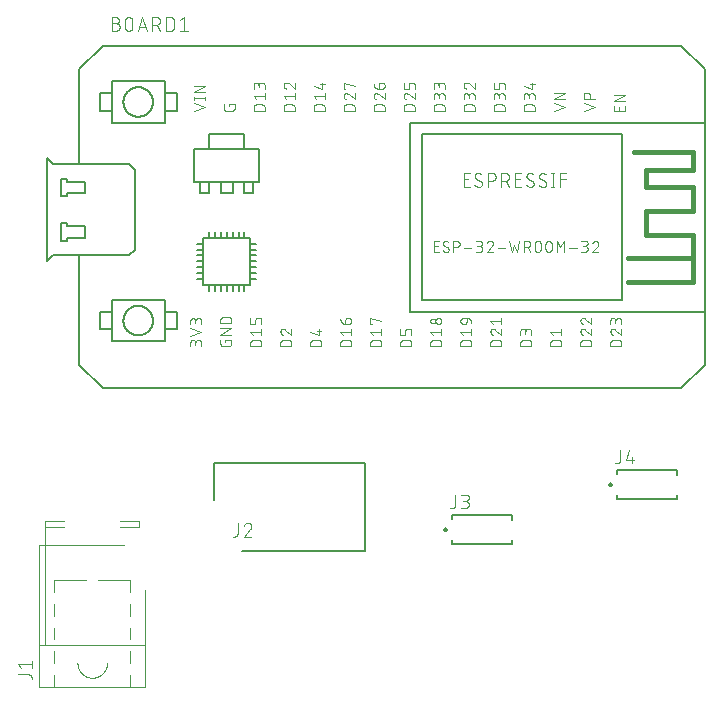
<source format=gbr>
G04 EAGLE Gerber RS-274X export*
G75*
%MOMM*%
%FSLAX34Y34*%
%LPD*%
%INSilkscreen Top*%
%IPPOS*%
%AMOC8*
5,1,8,0,0,1.08239X$1,22.5*%
G01*
%ADD10C,0.076200*%
%ADD11C,0.127000*%
%ADD12C,0.406400*%
%ADD13C,0.101600*%
%ADD14C,0.100000*%
%ADD15C,0.200000*%


D10*
X168719Y257081D02*
X168719Y259692D01*
X168717Y259793D01*
X168711Y259894D01*
X168701Y259995D01*
X168688Y260095D01*
X168670Y260195D01*
X168649Y260294D01*
X168623Y260392D01*
X168594Y260489D01*
X168562Y260585D01*
X168525Y260679D01*
X168485Y260772D01*
X168441Y260864D01*
X168394Y260953D01*
X168343Y261041D01*
X168289Y261127D01*
X168232Y261210D01*
X168172Y261292D01*
X168108Y261370D01*
X168042Y261447D01*
X167972Y261520D01*
X167900Y261591D01*
X167825Y261659D01*
X167747Y261724D01*
X167667Y261786D01*
X167585Y261845D01*
X167500Y261901D01*
X167414Y261953D01*
X167325Y262002D01*
X167234Y262048D01*
X167142Y262089D01*
X167048Y262128D01*
X166953Y262162D01*
X166857Y262193D01*
X166759Y262220D01*
X166661Y262244D01*
X166561Y262263D01*
X166461Y262279D01*
X166361Y262291D01*
X166260Y262299D01*
X166159Y262303D01*
X166057Y262303D01*
X165956Y262299D01*
X165855Y262291D01*
X165755Y262279D01*
X165655Y262263D01*
X165555Y262244D01*
X165457Y262220D01*
X165359Y262193D01*
X165263Y262162D01*
X165168Y262128D01*
X165074Y262089D01*
X164982Y262048D01*
X164891Y262002D01*
X164803Y261953D01*
X164716Y261901D01*
X164631Y261845D01*
X164549Y261786D01*
X164469Y261724D01*
X164391Y261659D01*
X164316Y261591D01*
X164244Y261520D01*
X164174Y261447D01*
X164108Y261370D01*
X164044Y261292D01*
X163984Y261210D01*
X163927Y261127D01*
X163873Y261041D01*
X163822Y260953D01*
X163775Y260864D01*
X163731Y260772D01*
X163691Y260679D01*
X163654Y260585D01*
X163622Y260489D01*
X163593Y260392D01*
X163567Y260294D01*
X163546Y260195D01*
X163528Y260095D01*
X163515Y259995D01*
X163505Y259894D01*
X163499Y259793D01*
X163497Y259692D01*
X159321Y260214D02*
X159321Y257081D01*
X159321Y260214D02*
X159323Y260304D01*
X159329Y260393D01*
X159338Y260483D01*
X159352Y260572D01*
X159369Y260660D01*
X159390Y260747D01*
X159415Y260834D01*
X159444Y260919D01*
X159476Y261003D01*
X159511Y261085D01*
X159551Y261166D01*
X159593Y261245D01*
X159639Y261322D01*
X159689Y261397D01*
X159741Y261470D01*
X159797Y261541D01*
X159855Y261609D01*
X159917Y261674D01*
X159981Y261737D01*
X160048Y261797D01*
X160117Y261854D01*
X160189Y261908D01*
X160263Y261959D01*
X160339Y262007D01*
X160417Y262051D01*
X160497Y262092D01*
X160579Y262130D01*
X160662Y262164D01*
X160747Y262194D01*
X160833Y262221D01*
X160919Y262244D01*
X161007Y262263D01*
X161096Y262278D01*
X161185Y262290D01*
X161274Y262298D01*
X161364Y262302D01*
X161454Y262302D01*
X161544Y262298D01*
X161633Y262290D01*
X161722Y262278D01*
X161811Y262263D01*
X161899Y262244D01*
X161985Y262221D01*
X162071Y262194D01*
X162156Y262164D01*
X162239Y262130D01*
X162321Y262092D01*
X162401Y262051D01*
X162479Y262007D01*
X162555Y261959D01*
X162629Y261908D01*
X162701Y261854D01*
X162770Y261797D01*
X162837Y261737D01*
X162901Y261674D01*
X162963Y261609D01*
X163021Y261541D01*
X163077Y261470D01*
X163129Y261397D01*
X163179Y261322D01*
X163225Y261245D01*
X163267Y261166D01*
X163307Y261085D01*
X163342Y261003D01*
X163374Y260919D01*
X163403Y260834D01*
X163428Y260747D01*
X163449Y260660D01*
X163466Y260572D01*
X163480Y260483D01*
X163489Y260393D01*
X163495Y260304D01*
X163497Y260214D01*
X163498Y260214D02*
X163498Y258125D01*
X159321Y265703D02*
X168719Y268836D01*
X159321Y271968D01*
X168719Y275369D02*
X168719Y277979D01*
X168717Y278080D01*
X168711Y278181D01*
X168701Y278282D01*
X168688Y278382D01*
X168670Y278482D01*
X168649Y278581D01*
X168623Y278679D01*
X168594Y278776D01*
X168562Y278872D01*
X168525Y278966D01*
X168485Y279059D01*
X168441Y279151D01*
X168394Y279240D01*
X168343Y279328D01*
X168289Y279414D01*
X168232Y279497D01*
X168172Y279579D01*
X168108Y279657D01*
X168042Y279734D01*
X167972Y279807D01*
X167900Y279878D01*
X167825Y279946D01*
X167747Y280011D01*
X167667Y280073D01*
X167585Y280132D01*
X167500Y280188D01*
X167414Y280240D01*
X167325Y280289D01*
X167234Y280335D01*
X167142Y280376D01*
X167048Y280415D01*
X166953Y280449D01*
X166857Y280480D01*
X166759Y280507D01*
X166661Y280531D01*
X166561Y280550D01*
X166461Y280566D01*
X166361Y280578D01*
X166260Y280586D01*
X166159Y280590D01*
X166057Y280590D01*
X165956Y280586D01*
X165855Y280578D01*
X165755Y280566D01*
X165655Y280550D01*
X165555Y280531D01*
X165457Y280507D01*
X165359Y280480D01*
X165263Y280449D01*
X165168Y280415D01*
X165074Y280376D01*
X164982Y280335D01*
X164891Y280289D01*
X164803Y280240D01*
X164716Y280188D01*
X164631Y280132D01*
X164549Y280073D01*
X164469Y280011D01*
X164391Y279946D01*
X164316Y279878D01*
X164244Y279807D01*
X164174Y279734D01*
X164108Y279657D01*
X164044Y279579D01*
X163984Y279497D01*
X163927Y279414D01*
X163873Y279328D01*
X163822Y279240D01*
X163775Y279151D01*
X163731Y279059D01*
X163691Y278966D01*
X163654Y278872D01*
X163622Y278776D01*
X163593Y278679D01*
X163567Y278581D01*
X163546Y278482D01*
X163528Y278382D01*
X163515Y278282D01*
X163505Y278181D01*
X163499Y278080D01*
X163497Y277979D01*
X159321Y278502D02*
X159321Y275369D01*
X159321Y278502D02*
X159323Y278592D01*
X159329Y278681D01*
X159338Y278771D01*
X159352Y278860D01*
X159369Y278948D01*
X159390Y279035D01*
X159415Y279122D01*
X159444Y279207D01*
X159476Y279291D01*
X159511Y279373D01*
X159551Y279454D01*
X159593Y279533D01*
X159639Y279610D01*
X159689Y279685D01*
X159741Y279758D01*
X159797Y279829D01*
X159855Y279897D01*
X159917Y279962D01*
X159981Y280025D01*
X160048Y280085D01*
X160117Y280142D01*
X160189Y280196D01*
X160263Y280247D01*
X160339Y280295D01*
X160417Y280339D01*
X160497Y280380D01*
X160579Y280418D01*
X160662Y280452D01*
X160747Y280482D01*
X160833Y280509D01*
X160919Y280532D01*
X161007Y280551D01*
X161096Y280566D01*
X161185Y280578D01*
X161274Y280586D01*
X161364Y280590D01*
X161454Y280590D01*
X161544Y280586D01*
X161633Y280578D01*
X161722Y280566D01*
X161811Y280551D01*
X161899Y280532D01*
X161985Y280509D01*
X162071Y280482D01*
X162156Y280452D01*
X162239Y280418D01*
X162321Y280380D01*
X162401Y280339D01*
X162479Y280295D01*
X162555Y280247D01*
X162629Y280196D01*
X162701Y280142D01*
X162770Y280085D01*
X162837Y280025D01*
X162901Y279962D01*
X162963Y279897D01*
X163021Y279829D01*
X163077Y279758D01*
X163129Y279685D01*
X163179Y279610D01*
X163225Y279533D01*
X163267Y279454D01*
X163307Y279373D01*
X163342Y279291D01*
X163374Y279207D01*
X163403Y279122D01*
X163428Y279035D01*
X163449Y278948D01*
X163466Y278860D01*
X163480Y278771D01*
X163489Y278681D01*
X163495Y278592D01*
X163497Y278502D01*
X163498Y278502D02*
X163498Y276413D01*
X188898Y262302D02*
X188898Y260736D01*
X188898Y262302D02*
X194119Y262302D01*
X194119Y259169D01*
X194117Y259080D01*
X194111Y258992D01*
X194102Y258904D01*
X194089Y258816D01*
X194072Y258729D01*
X194052Y258643D01*
X194027Y258558D01*
X194000Y258473D01*
X193968Y258390D01*
X193934Y258309D01*
X193895Y258229D01*
X193854Y258151D01*
X193809Y258074D01*
X193761Y258000D01*
X193710Y257927D01*
X193656Y257857D01*
X193598Y257790D01*
X193538Y257724D01*
X193476Y257662D01*
X193410Y257602D01*
X193343Y257544D01*
X193273Y257490D01*
X193200Y257439D01*
X193126Y257391D01*
X193049Y257346D01*
X192971Y257305D01*
X192891Y257266D01*
X192810Y257232D01*
X192727Y257200D01*
X192642Y257173D01*
X192557Y257148D01*
X192471Y257128D01*
X192384Y257111D01*
X192296Y257098D01*
X192208Y257089D01*
X192120Y257083D01*
X192031Y257081D01*
X186809Y257081D01*
X186718Y257083D01*
X186627Y257089D01*
X186536Y257099D01*
X186446Y257113D01*
X186357Y257131D01*
X186268Y257152D01*
X186181Y257178D01*
X186095Y257207D01*
X186010Y257240D01*
X185926Y257277D01*
X185844Y257317D01*
X185765Y257361D01*
X185687Y257408D01*
X185611Y257459D01*
X185537Y257513D01*
X185466Y257570D01*
X185398Y257630D01*
X185332Y257693D01*
X185269Y257759D01*
X185209Y257827D01*
X185152Y257898D01*
X185098Y257972D01*
X185047Y258048D01*
X185000Y258125D01*
X184956Y258205D01*
X184916Y258287D01*
X184879Y258371D01*
X184846Y258455D01*
X184817Y258542D01*
X184791Y258629D01*
X184770Y258718D01*
X184752Y258807D01*
X184738Y258897D01*
X184728Y258988D01*
X184722Y259079D01*
X184720Y259170D01*
X184721Y259169D02*
X184721Y262302D01*
X184721Y266835D02*
X194119Y266835D01*
X194119Y272056D02*
X184721Y266835D01*
X184721Y272056D02*
X194119Y272056D01*
X194119Y276588D02*
X184721Y276588D01*
X184721Y279199D01*
X184723Y279299D01*
X184729Y279399D01*
X184738Y279498D01*
X184752Y279598D01*
X184769Y279696D01*
X184790Y279794D01*
X184814Y279891D01*
X184843Y279987D01*
X184875Y280082D01*
X184910Y280175D01*
X184949Y280267D01*
X184992Y280358D01*
X185038Y280446D01*
X185088Y280533D01*
X185140Y280618D01*
X185196Y280701D01*
X185255Y280782D01*
X185318Y280860D01*
X185383Y280936D01*
X185451Y281010D01*
X185521Y281080D01*
X185595Y281148D01*
X185671Y281213D01*
X185749Y281276D01*
X185830Y281335D01*
X185913Y281391D01*
X185998Y281443D01*
X186085Y281493D01*
X186173Y281539D01*
X186264Y281582D01*
X186356Y281621D01*
X186449Y281656D01*
X186544Y281688D01*
X186640Y281717D01*
X186737Y281741D01*
X186835Y281762D01*
X186933Y281779D01*
X187033Y281793D01*
X187132Y281802D01*
X187232Y281808D01*
X187332Y281810D01*
X187332Y281809D02*
X191508Y281809D01*
X191508Y281810D02*
X191608Y281808D01*
X191708Y281802D01*
X191807Y281793D01*
X191907Y281779D01*
X192005Y281762D01*
X192103Y281741D01*
X192200Y281717D01*
X192296Y281688D01*
X192391Y281656D01*
X192484Y281621D01*
X192576Y281582D01*
X192667Y281539D01*
X192755Y281493D01*
X192842Y281443D01*
X192927Y281391D01*
X193010Y281335D01*
X193091Y281276D01*
X193169Y281213D01*
X193245Y281148D01*
X193319Y281080D01*
X193389Y281010D01*
X193457Y280936D01*
X193522Y280860D01*
X193585Y280782D01*
X193644Y280701D01*
X193700Y280618D01*
X193752Y280533D01*
X193802Y280446D01*
X193848Y280358D01*
X193891Y280267D01*
X193930Y280175D01*
X193965Y280082D01*
X193997Y279987D01*
X194026Y279891D01*
X194050Y279794D01*
X194071Y279696D01*
X194088Y279598D01*
X194102Y279498D01*
X194111Y279399D01*
X194117Y279299D01*
X194119Y279199D01*
X194119Y276588D01*
X210121Y257081D02*
X219519Y257081D01*
X210121Y257081D02*
X210121Y259692D01*
X210123Y259792D01*
X210129Y259892D01*
X210138Y259991D01*
X210152Y260091D01*
X210169Y260189D01*
X210190Y260287D01*
X210214Y260384D01*
X210243Y260480D01*
X210275Y260575D01*
X210310Y260668D01*
X210349Y260760D01*
X210392Y260851D01*
X210438Y260939D01*
X210488Y261026D01*
X210540Y261111D01*
X210596Y261194D01*
X210655Y261275D01*
X210718Y261353D01*
X210783Y261429D01*
X210851Y261503D01*
X210921Y261573D01*
X210995Y261641D01*
X211071Y261706D01*
X211149Y261769D01*
X211230Y261828D01*
X211313Y261884D01*
X211398Y261936D01*
X211485Y261986D01*
X211573Y262032D01*
X211664Y262075D01*
X211756Y262114D01*
X211849Y262149D01*
X211944Y262181D01*
X212040Y262210D01*
X212137Y262234D01*
X212235Y262255D01*
X212333Y262272D01*
X212433Y262286D01*
X212532Y262295D01*
X212632Y262301D01*
X212732Y262303D01*
X212732Y262302D02*
X216908Y262302D01*
X216908Y262303D02*
X217008Y262301D01*
X217108Y262295D01*
X217207Y262286D01*
X217307Y262272D01*
X217405Y262255D01*
X217503Y262234D01*
X217600Y262210D01*
X217696Y262181D01*
X217791Y262149D01*
X217884Y262114D01*
X217976Y262075D01*
X218067Y262032D01*
X218155Y261986D01*
X218242Y261936D01*
X218327Y261884D01*
X218410Y261828D01*
X218491Y261769D01*
X218569Y261706D01*
X218645Y261641D01*
X218719Y261573D01*
X218789Y261503D01*
X218857Y261429D01*
X218922Y261353D01*
X218985Y261275D01*
X219044Y261194D01*
X219100Y261111D01*
X219152Y261026D01*
X219202Y260939D01*
X219248Y260851D01*
X219291Y260760D01*
X219330Y260668D01*
X219365Y260575D01*
X219397Y260480D01*
X219426Y260384D01*
X219450Y260287D01*
X219471Y260189D01*
X219488Y260091D01*
X219502Y259991D01*
X219511Y259892D01*
X219517Y259792D01*
X219519Y259692D01*
X219519Y257081D01*
X212209Y266530D02*
X210121Y269140D01*
X219519Y269140D01*
X219519Y266530D02*
X219519Y271751D01*
X219519Y275674D02*
X219519Y278806D01*
X219517Y278895D01*
X219511Y278983D01*
X219502Y279071D01*
X219489Y279159D01*
X219472Y279246D01*
X219452Y279332D01*
X219427Y279417D01*
X219400Y279502D01*
X219368Y279585D01*
X219334Y279666D01*
X219295Y279746D01*
X219254Y279824D01*
X219209Y279901D01*
X219161Y279975D01*
X219110Y280048D01*
X219056Y280118D01*
X218998Y280185D01*
X218938Y280251D01*
X218876Y280313D01*
X218810Y280373D01*
X218743Y280431D01*
X218673Y280485D01*
X218600Y280536D01*
X218526Y280584D01*
X218449Y280629D01*
X218371Y280670D01*
X218291Y280709D01*
X218210Y280743D01*
X218127Y280775D01*
X218042Y280802D01*
X217957Y280827D01*
X217871Y280847D01*
X217784Y280864D01*
X217696Y280877D01*
X217608Y280886D01*
X217520Y280892D01*
X217431Y280894D01*
X217431Y280895D02*
X216386Y280895D01*
X216386Y280894D02*
X216297Y280892D01*
X216209Y280886D01*
X216121Y280877D01*
X216033Y280864D01*
X215946Y280847D01*
X215860Y280827D01*
X215775Y280802D01*
X215690Y280775D01*
X215607Y280743D01*
X215526Y280709D01*
X215446Y280670D01*
X215368Y280629D01*
X215291Y280584D01*
X215217Y280536D01*
X215144Y280485D01*
X215074Y280431D01*
X215007Y280373D01*
X214941Y280313D01*
X214879Y280251D01*
X214819Y280185D01*
X214761Y280118D01*
X214707Y280048D01*
X214656Y279975D01*
X214608Y279901D01*
X214563Y279824D01*
X214522Y279746D01*
X214483Y279666D01*
X214449Y279585D01*
X214417Y279502D01*
X214390Y279417D01*
X214365Y279332D01*
X214345Y279246D01*
X214328Y279159D01*
X214315Y279071D01*
X214306Y278983D01*
X214300Y278895D01*
X214298Y278806D01*
X214298Y275674D01*
X210121Y275674D01*
X210121Y280895D01*
X235521Y257081D02*
X244919Y257081D01*
X235521Y257081D02*
X235521Y259692D01*
X235523Y259792D01*
X235529Y259892D01*
X235538Y259991D01*
X235552Y260091D01*
X235569Y260189D01*
X235590Y260287D01*
X235614Y260384D01*
X235643Y260480D01*
X235675Y260575D01*
X235710Y260668D01*
X235749Y260760D01*
X235792Y260851D01*
X235838Y260939D01*
X235888Y261026D01*
X235940Y261111D01*
X235996Y261194D01*
X236055Y261275D01*
X236118Y261353D01*
X236183Y261429D01*
X236251Y261503D01*
X236321Y261573D01*
X236395Y261641D01*
X236471Y261706D01*
X236549Y261769D01*
X236630Y261828D01*
X236713Y261884D01*
X236798Y261936D01*
X236885Y261986D01*
X236973Y262032D01*
X237064Y262075D01*
X237156Y262114D01*
X237249Y262149D01*
X237344Y262181D01*
X237440Y262210D01*
X237537Y262234D01*
X237635Y262255D01*
X237733Y262272D01*
X237833Y262286D01*
X237932Y262295D01*
X238032Y262301D01*
X238132Y262303D01*
X238132Y262302D02*
X242308Y262302D01*
X242308Y262303D02*
X242408Y262301D01*
X242508Y262295D01*
X242607Y262286D01*
X242707Y262272D01*
X242805Y262255D01*
X242903Y262234D01*
X243000Y262210D01*
X243096Y262181D01*
X243191Y262149D01*
X243284Y262114D01*
X243376Y262075D01*
X243467Y262032D01*
X243555Y261986D01*
X243642Y261936D01*
X243727Y261884D01*
X243810Y261828D01*
X243891Y261769D01*
X243969Y261706D01*
X244045Y261641D01*
X244119Y261573D01*
X244189Y261503D01*
X244257Y261429D01*
X244322Y261353D01*
X244385Y261275D01*
X244444Y261194D01*
X244500Y261111D01*
X244552Y261026D01*
X244602Y260939D01*
X244648Y260851D01*
X244691Y260760D01*
X244730Y260668D01*
X244765Y260575D01*
X244797Y260480D01*
X244826Y260384D01*
X244850Y260287D01*
X244871Y260189D01*
X244888Y260091D01*
X244902Y259991D01*
X244911Y259892D01*
X244917Y259792D01*
X244919Y259692D01*
X244919Y257081D01*
X235521Y269401D02*
X235523Y269496D01*
X235529Y269590D01*
X235538Y269684D01*
X235551Y269778D01*
X235568Y269871D01*
X235589Y269963D01*
X235614Y270055D01*
X235642Y270145D01*
X235674Y270234D01*
X235709Y270322D01*
X235748Y270408D01*
X235790Y270493D01*
X235836Y270576D01*
X235885Y270657D01*
X235937Y270736D01*
X235992Y270813D01*
X236051Y270887D01*
X236112Y270959D01*
X236176Y271029D01*
X236243Y271096D01*
X236313Y271160D01*
X236385Y271221D01*
X236459Y271280D01*
X236536Y271335D01*
X236615Y271387D01*
X236696Y271436D01*
X236779Y271482D01*
X236864Y271524D01*
X236950Y271563D01*
X237038Y271598D01*
X237127Y271630D01*
X237217Y271658D01*
X237309Y271683D01*
X237401Y271704D01*
X237494Y271721D01*
X237588Y271734D01*
X237682Y271743D01*
X237776Y271749D01*
X237871Y271751D01*
X235521Y269401D02*
X235523Y269293D01*
X235529Y269184D01*
X235539Y269076D01*
X235552Y268969D01*
X235570Y268862D01*
X235591Y268755D01*
X235616Y268650D01*
X235645Y268545D01*
X235677Y268442D01*
X235714Y268340D01*
X235754Y268239D01*
X235797Y268140D01*
X235844Y268042D01*
X235895Y267946D01*
X235949Y267852D01*
X236006Y267760D01*
X236067Y267670D01*
X236131Y267582D01*
X236197Y267497D01*
X236267Y267414D01*
X236340Y267334D01*
X236416Y267256D01*
X236494Y267181D01*
X236575Y267109D01*
X236659Y267040D01*
X236745Y266974D01*
X236833Y266911D01*
X236924Y266852D01*
X237016Y266795D01*
X237111Y266742D01*
X237208Y266693D01*
X237306Y266647D01*
X237405Y266604D01*
X237507Y266565D01*
X237609Y266530D01*
X239699Y270968D02*
X239630Y271037D01*
X239559Y271103D01*
X239486Y271167D01*
X239410Y271228D01*
X239331Y271286D01*
X239251Y271340D01*
X239168Y271392D01*
X239084Y271440D01*
X238998Y271486D01*
X238910Y271527D01*
X238820Y271566D01*
X238729Y271601D01*
X238637Y271632D01*
X238544Y271660D01*
X238450Y271684D01*
X238355Y271704D01*
X238259Y271721D01*
X238162Y271734D01*
X238065Y271743D01*
X237968Y271749D01*
X237871Y271751D01*
X239698Y270968D02*
X244919Y266530D01*
X244919Y271751D01*
X260921Y257081D02*
X270319Y257081D01*
X260921Y257081D02*
X260921Y259692D01*
X260923Y259792D01*
X260929Y259892D01*
X260938Y259991D01*
X260952Y260091D01*
X260969Y260189D01*
X260990Y260287D01*
X261014Y260384D01*
X261043Y260480D01*
X261075Y260575D01*
X261110Y260668D01*
X261149Y260760D01*
X261192Y260851D01*
X261238Y260939D01*
X261288Y261026D01*
X261340Y261111D01*
X261396Y261194D01*
X261455Y261275D01*
X261518Y261353D01*
X261583Y261429D01*
X261651Y261503D01*
X261721Y261573D01*
X261795Y261641D01*
X261871Y261706D01*
X261949Y261769D01*
X262030Y261828D01*
X262113Y261884D01*
X262198Y261936D01*
X262285Y261986D01*
X262373Y262032D01*
X262464Y262075D01*
X262556Y262114D01*
X262649Y262149D01*
X262744Y262181D01*
X262840Y262210D01*
X262937Y262234D01*
X263035Y262255D01*
X263133Y262272D01*
X263233Y262286D01*
X263332Y262295D01*
X263432Y262301D01*
X263532Y262303D01*
X263532Y262302D02*
X267708Y262302D01*
X267708Y262303D02*
X267808Y262301D01*
X267908Y262295D01*
X268007Y262286D01*
X268107Y262272D01*
X268205Y262255D01*
X268303Y262234D01*
X268400Y262210D01*
X268496Y262181D01*
X268591Y262149D01*
X268684Y262114D01*
X268776Y262075D01*
X268867Y262032D01*
X268955Y261986D01*
X269042Y261936D01*
X269127Y261884D01*
X269210Y261828D01*
X269291Y261769D01*
X269369Y261706D01*
X269445Y261641D01*
X269519Y261573D01*
X269589Y261503D01*
X269657Y261429D01*
X269722Y261353D01*
X269785Y261275D01*
X269844Y261194D01*
X269900Y261111D01*
X269952Y261026D01*
X270002Y260939D01*
X270048Y260851D01*
X270091Y260760D01*
X270130Y260668D01*
X270165Y260575D01*
X270197Y260480D01*
X270226Y260384D01*
X270250Y260287D01*
X270271Y260189D01*
X270288Y260091D01*
X270302Y259991D01*
X270311Y259892D01*
X270317Y259792D01*
X270319Y259692D01*
X270319Y257081D01*
X268231Y266530D02*
X260921Y268618D01*
X268231Y266530D02*
X268231Y271751D01*
X266142Y270185D02*
X270319Y270185D01*
X286321Y257081D02*
X295719Y257081D01*
X286321Y257081D02*
X286321Y259692D01*
X286323Y259792D01*
X286329Y259892D01*
X286338Y259991D01*
X286352Y260091D01*
X286369Y260189D01*
X286390Y260287D01*
X286414Y260384D01*
X286443Y260480D01*
X286475Y260575D01*
X286510Y260668D01*
X286549Y260760D01*
X286592Y260851D01*
X286638Y260939D01*
X286688Y261026D01*
X286740Y261111D01*
X286796Y261194D01*
X286855Y261275D01*
X286918Y261353D01*
X286983Y261429D01*
X287051Y261503D01*
X287121Y261573D01*
X287195Y261641D01*
X287271Y261706D01*
X287349Y261769D01*
X287430Y261828D01*
X287513Y261884D01*
X287598Y261936D01*
X287685Y261986D01*
X287773Y262032D01*
X287864Y262075D01*
X287956Y262114D01*
X288049Y262149D01*
X288144Y262181D01*
X288240Y262210D01*
X288337Y262234D01*
X288435Y262255D01*
X288533Y262272D01*
X288633Y262286D01*
X288732Y262295D01*
X288832Y262301D01*
X288932Y262303D01*
X288932Y262302D02*
X293108Y262302D01*
X293108Y262303D02*
X293208Y262301D01*
X293308Y262295D01*
X293407Y262286D01*
X293507Y262272D01*
X293605Y262255D01*
X293703Y262234D01*
X293800Y262210D01*
X293896Y262181D01*
X293991Y262149D01*
X294084Y262114D01*
X294176Y262075D01*
X294267Y262032D01*
X294355Y261986D01*
X294442Y261936D01*
X294527Y261884D01*
X294610Y261828D01*
X294691Y261769D01*
X294769Y261706D01*
X294845Y261641D01*
X294919Y261573D01*
X294989Y261503D01*
X295057Y261429D01*
X295122Y261353D01*
X295185Y261275D01*
X295244Y261194D01*
X295300Y261111D01*
X295352Y261026D01*
X295402Y260939D01*
X295448Y260851D01*
X295491Y260760D01*
X295530Y260668D01*
X295565Y260575D01*
X295597Y260480D01*
X295626Y260384D01*
X295650Y260287D01*
X295671Y260189D01*
X295688Y260091D01*
X295702Y259991D01*
X295711Y259892D01*
X295717Y259792D01*
X295719Y259692D01*
X295719Y257081D01*
X288409Y266530D02*
X286321Y269140D01*
X295719Y269140D01*
X295719Y266530D02*
X295719Y271751D01*
X290498Y275674D02*
X290498Y278806D01*
X290500Y278895D01*
X290506Y278983D01*
X290515Y279071D01*
X290528Y279159D01*
X290545Y279246D01*
X290565Y279332D01*
X290590Y279417D01*
X290617Y279502D01*
X290649Y279585D01*
X290683Y279666D01*
X290722Y279746D01*
X290763Y279824D01*
X290808Y279901D01*
X290856Y279975D01*
X290907Y280048D01*
X290961Y280118D01*
X291019Y280185D01*
X291079Y280251D01*
X291141Y280313D01*
X291207Y280373D01*
X291274Y280431D01*
X291344Y280485D01*
X291417Y280536D01*
X291491Y280584D01*
X291568Y280629D01*
X291646Y280670D01*
X291726Y280709D01*
X291807Y280743D01*
X291890Y280775D01*
X291975Y280802D01*
X292060Y280827D01*
X292146Y280847D01*
X292233Y280864D01*
X292321Y280877D01*
X292409Y280886D01*
X292497Y280892D01*
X292586Y280894D01*
X292586Y280895D02*
X293108Y280895D01*
X293209Y280893D01*
X293310Y280887D01*
X293411Y280877D01*
X293511Y280864D01*
X293611Y280846D01*
X293710Y280825D01*
X293808Y280799D01*
X293905Y280770D01*
X294001Y280738D01*
X294095Y280701D01*
X294188Y280661D01*
X294280Y280617D01*
X294369Y280570D01*
X294457Y280519D01*
X294543Y280465D01*
X294626Y280408D01*
X294708Y280348D01*
X294786Y280284D01*
X294863Y280218D01*
X294936Y280148D01*
X295007Y280076D01*
X295075Y280001D01*
X295140Y279923D01*
X295202Y279843D01*
X295261Y279761D01*
X295317Y279676D01*
X295369Y279589D01*
X295418Y279501D01*
X295464Y279410D01*
X295505Y279318D01*
X295544Y279224D01*
X295578Y279129D01*
X295609Y279033D01*
X295636Y278935D01*
X295660Y278837D01*
X295679Y278737D01*
X295695Y278637D01*
X295707Y278537D01*
X295715Y278436D01*
X295719Y278335D01*
X295719Y278233D01*
X295715Y278132D01*
X295707Y278031D01*
X295695Y277931D01*
X295679Y277831D01*
X295660Y277731D01*
X295636Y277633D01*
X295609Y277535D01*
X295578Y277439D01*
X295544Y277344D01*
X295505Y277250D01*
X295464Y277158D01*
X295418Y277067D01*
X295369Y276979D01*
X295317Y276892D01*
X295261Y276807D01*
X295202Y276725D01*
X295140Y276645D01*
X295075Y276567D01*
X295007Y276492D01*
X294936Y276420D01*
X294863Y276350D01*
X294786Y276284D01*
X294708Y276220D01*
X294626Y276160D01*
X294543Y276103D01*
X294457Y276049D01*
X294369Y275998D01*
X294280Y275951D01*
X294188Y275907D01*
X294095Y275867D01*
X294001Y275830D01*
X293905Y275798D01*
X293808Y275769D01*
X293710Y275743D01*
X293611Y275722D01*
X293511Y275704D01*
X293411Y275691D01*
X293310Y275681D01*
X293209Y275675D01*
X293108Y275673D01*
X293108Y275674D02*
X290498Y275674D01*
X290369Y275676D01*
X290241Y275682D01*
X290113Y275692D01*
X289985Y275706D01*
X289857Y275723D01*
X289730Y275745D01*
X289604Y275771D01*
X289479Y275800D01*
X289355Y275833D01*
X289232Y275871D01*
X289110Y275911D01*
X288989Y275956D01*
X288870Y276004D01*
X288752Y276056D01*
X288636Y276112D01*
X288522Y276171D01*
X288410Y276234D01*
X288299Y276300D01*
X288191Y276369D01*
X288085Y276442D01*
X287981Y276518D01*
X287879Y276597D01*
X287780Y276679D01*
X287684Y276764D01*
X287590Y276852D01*
X287499Y276943D01*
X287411Y277037D01*
X287326Y277133D01*
X287244Y277232D01*
X287165Y277334D01*
X287089Y277438D01*
X287016Y277544D01*
X286947Y277652D01*
X286881Y277762D01*
X286818Y277875D01*
X286759Y277989D01*
X286703Y278105D01*
X286651Y278223D01*
X286603Y278342D01*
X286558Y278463D01*
X286518Y278585D01*
X286480Y278708D01*
X286447Y278832D01*
X286418Y278957D01*
X286392Y279083D01*
X286370Y279210D01*
X286353Y279338D01*
X286339Y279466D01*
X286329Y279594D01*
X286323Y279722D01*
X286321Y279851D01*
X311721Y257081D02*
X321119Y257081D01*
X311721Y257081D02*
X311721Y259692D01*
X311723Y259792D01*
X311729Y259892D01*
X311738Y259991D01*
X311752Y260091D01*
X311769Y260189D01*
X311790Y260287D01*
X311814Y260384D01*
X311843Y260480D01*
X311875Y260575D01*
X311910Y260668D01*
X311949Y260760D01*
X311992Y260851D01*
X312038Y260939D01*
X312088Y261026D01*
X312140Y261111D01*
X312196Y261194D01*
X312255Y261275D01*
X312318Y261353D01*
X312383Y261429D01*
X312451Y261503D01*
X312521Y261573D01*
X312595Y261641D01*
X312671Y261706D01*
X312749Y261769D01*
X312830Y261828D01*
X312913Y261884D01*
X312998Y261936D01*
X313085Y261986D01*
X313173Y262032D01*
X313264Y262075D01*
X313356Y262114D01*
X313449Y262149D01*
X313544Y262181D01*
X313640Y262210D01*
X313737Y262234D01*
X313835Y262255D01*
X313933Y262272D01*
X314033Y262286D01*
X314132Y262295D01*
X314232Y262301D01*
X314332Y262303D01*
X314332Y262302D02*
X318508Y262302D01*
X318508Y262303D02*
X318608Y262301D01*
X318708Y262295D01*
X318807Y262286D01*
X318907Y262272D01*
X319005Y262255D01*
X319103Y262234D01*
X319200Y262210D01*
X319296Y262181D01*
X319391Y262149D01*
X319484Y262114D01*
X319576Y262075D01*
X319667Y262032D01*
X319755Y261986D01*
X319842Y261936D01*
X319927Y261884D01*
X320010Y261828D01*
X320091Y261769D01*
X320169Y261706D01*
X320245Y261641D01*
X320319Y261573D01*
X320389Y261503D01*
X320457Y261429D01*
X320522Y261353D01*
X320585Y261275D01*
X320644Y261194D01*
X320700Y261111D01*
X320752Y261026D01*
X320802Y260939D01*
X320848Y260851D01*
X320891Y260760D01*
X320930Y260668D01*
X320965Y260575D01*
X320997Y260480D01*
X321026Y260384D01*
X321050Y260287D01*
X321071Y260189D01*
X321088Y260091D01*
X321102Y259991D01*
X321111Y259892D01*
X321117Y259792D01*
X321119Y259692D01*
X321119Y257081D01*
X313809Y266530D02*
X311721Y269140D01*
X321119Y269140D01*
X321119Y266530D02*
X321119Y271751D01*
X312765Y275674D02*
X311721Y275674D01*
X311721Y280895D01*
X321119Y278284D01*
X337121Y257081D02*
X346519Y257081D01*
X337121Y257081D02*
X337121Y259692D01*
X337123Y259792D01*
X337129Y259892D01*
X337138Y259991D01*
X337152Y260091D01*
X337169Y260189D01*
X337190Y260287D01*
X337214Y260384D01*
X337243Y260480D01*
X337275Y260575D01*
X337310Y260668D01*
X337349Y260760D01*
X337392Y260851D01*
X337438Y260939D01*
X337488Y261026D01*
X337540Y261111D01*
X337596Y261194D01*
X337655Y261275D01*
X337718Y261353D01*
X337783Y261429D01*
X337851Y261503D01*
X337921Y261573D01*
X337995Y261641D01*
X338071Y261706D01*
X338149Y261769D01*
X338230Y261828D01*
X338313Y261884D01*
X338398Y261936D01*
X338485Y261986D01*
X338573Y262032D01*
X338664Y262075D01*
X338756Y262114D01*
X338849Y262149D01*
X338944Y262181D01*
X339040Y262210D01*
X339137Y262234D01*
X339235Y262255D01*
X339333Y262272D01*
X339433Y262286D01*
X339532Y262295D01*
X339632Y262301D01*
X339732Y262303D01*
X339732Y262302D02*
X343908Y262302D01*
X343908Y262303D02*
X344008Y262301D01*
X344108Y262295D01*
X344207Y262286D01*
X344307Y262272D01*
X344405Y262255D01*
X344503Y262234D01*
X344600Y262210D01*
X344696Y262181D01*
X344791Y262149D01*
X344884Y262114D01*
X344976Y262075D01*
X345067Y262032D01*
X345155Y261986D01*
X345242Y261936D01*
X345327Y261884D01*
X345410Y261828D01*
X345491Y261769D01*
X345569Y261706D01*
X345645Y261641D01*
X345719Y261573D01*
X345789Y261503D01*
X345857Y261429D01*
X345922Y261353D01*
X345985Y261275D01*
X346044Y261194D01*
X346100Y261111D01*
X346152Y261026D01*
X346202Y260939D01*
X346248Y260851D01*
X346291Y260760D01*
X346330Y260668D01*
X346365Y260575D01*
X346397Y260480D01*
X346426Y260384D01*
X346450Y260287D01*
X346471Y260189D01*
X346488Y260091D01*
X346502Y259991D01*
X346511Y259892D01*
X346517Y259792D01*
X346519Y259692D01*
X346519Y257081D01*
X346519Y266530D02*
X346519Y269662D01*
X346517Y269751D01*
X346511Y269839D01*
X346502Y269927D01*
X346489Y270015D01*
X346472Y270102D01*
X346452Y270188D01*
X346427Y270273D01*
X346400Y270358D01*
X346368Y270441D01*
X346334Y270522D01*
X346295Y270602D01*
X346254Y270680D01*
X346209Y270757D01*
X346161Y270831D01*
X346110Y270904D01*
X346056Y270974D01*
X345998Y271041D01*
X345938Y271107D01*
X345876Y271169D01*
X345810Y271229D01*
X345743Y271287D01*
X345673Y271341D01*
X345600Y271392D01*
X345526Y271440D01*
X345449Y271485D01*
X345371Y271526D01*
X345291Y271565D01*
X345210Y271599D01*
X345127Y271631D01*
X345042Y271658D01*
X344957Y271683D01*
X344871Y271703D01*
X344784Y271720D01*
X344696Y271733D01*
X344608Y271742D01*
X344520Y271748D01*
X344431Y271750D01*
X344431Y271751D02*
X343386Y271751D01*
X343386Y271750D02*
X343297Y271748D01*
X343209Y271742D01*
X343121Y271733D01*
X343033Y271720D01*
X342946Y271703D01*
X342860Y271683D01*
X342775Y271658D01*
X342690Y271631D01*
X342607Y271599D01*
X342526Y271565D01*
X342446Y271526D01*
X342368Y271485D01*
X342291Y271440D01*
X342217Y271392D01*
X342144Y271341D01*
X342074Y271287D01*
X342007Y271229D01*
X341941Y271169D01*
X341879Y271107D01*
X341819Y271041D01*
X341761Y270974D01*
X341707Y270904D01*
X341656Y270831D01*
X341608Y270757D01*
X341563Y270680D01*
X341522Y270602D01*
X341483Y270522D01*
X341449Y270441D01*
X341417Y270358D01*
X341390Y270273D01*
X341365Y270188D01*
X341345Y270102D01*
X341328Y270015D01*
X341315Y269927D01*
X341306Y269839D01*
X341300Y269751D01*
X341298Y269662D01*
X341298Y266530D01*
X337121Y266530D01*
X337121Y271751D01*
X362521Y257081D02*
X371919Y257081D01*
X362521Y257081D02*
X362521Y259692D01*
X362523Y259792D01*
X362529Y259892D01*
X362538Y259991D01*
X362552Y260091D01*
X362569Y260189D01*
X362590Y260287D01*
X362614Y260384D01*
X362643Y260480D01*
X362675Y260575D01*
X362710Y260668D01*
X362749Y260760D01*
X362792Y260851D01*
X362838Y260939D01*
X362888Y261026D01*
X362940Y261111D01*
X362996Y261194D01*
X363055Y261275D01*
X363118Y261353D01*
X363183Y261429D01*
X363251Y261503D01*
X363321Y261573D01*
X363395Y261641D01*
X363471Y261706D01*
X363549Y261769D01*
X363630Y261828D01*
X363713Y261884D01*
X363798Y261936D01*
X363885Y261986D01*
X363973Y262032D01*
X364064Y262075D01*
X364156Y262114D01*
X364249Y262149D01*
X364344Y262181D01*
X364440Y262210D01*
X364537Y262234D01*
X364635Y262255D01*
X364733Y262272D01*
X364833Y262286D01*
X364932Y262295D01*
X365032Y262301D01*
X365132Y262303D01*
X365132Y262302D02*
X369308Y262302D01*
X369308Y262303D02*
X369408Y262301D01*
X369508Y262295D01*
X369607Y262286D01*
X369707Y262272D01*
X369805Y262255D01*
X369903Y262234D01*
X370000Y262210D01*
X370096Y262181D01*
X370191Y262149D01*
X370284Y262114D01*
X370376Y262075D01*
X370467Y262032D01*
X370555Y261986D01*
X370642Y261936D01*
X370727Y261884D01*
X370810Y261828D01*
X370891Y261769D01*
X370969Y261706D01*
X371045Y261641D01*
X371119Y261573D01*
X371189Y261503D01*
X371257Y261429D01*
X371322Y261353D01*
X371385Y261275D01*
X371444Y261194D01*
X371500Y261111D01*
X371552Y261026D01*
X371602Y260939D01*
X371648Y260851D01*
X371691Y260760D01*
X371730Y260668D01*
X371765Y260575D01*
X371797Y260480D01*
X371826Y260384D01*
X371850Y260287D01*
X371871Y260189D01*
X371888Y260091D01*
X371902Y259991D01*
X371911Y259892D01*
X371917Y259792D01*
X371919Y259692D01*
X371919Y257081D01*
X364609Y266530D02*
X362521Y269140D01*
X371919Y269140D01*
X371919Y266530D02*
X371919Y271751D01*
X369308Y275673D02*
X369207Y275675D01*
X369106Y275681D01*
X369005Y275691D01*
X368905Y275704D01*
X368805Y275722D01*
X368706Y275743D01*
X368608Y275769D01*
X368511Y275798D01*
X368415Y275830D01*
X368321Y275867D01*
X368228Y275907D01*
X368136Y275951D01*
X368047Y275998D01*
X367959Y276049D01*
X367873Y276103D01*
X367790Y276160D01*
X367708Y276220D01*
X367630Y276284D01*
X367553Y276350D01*
X367480Y276420D01*
X367409Y276492D01*
X367341Y276567D01*
X367276Y276645D01*
X367214Y276725D01*
X367155Y276807D01*
X367099Y276892D01*
X367047Y276979D01*
X366998Y277067D01*
X366952Y277158D01*
X366911Y277250D01*
X366872Y277344D01*
X366838Y277439D01*
X366807Y277535D01*
X366780Y277633D01*
X366756Y277731D01*
X366737Y277831D01*
X366721Y277931D01*
X366709Y278031D01*
X366701Y278132D01*
X366697Y278233D01*
X366697Y278335D01*
X366701Y278436D01*
X366709Y278537D01*
X366721Y278637D01*
X366737Y278737D01*
X366756Y278837D01*
X366780Y278935D01*
X366807Y279033D01*
X366838Y279129D01*
X366872Y279224D01*
X366911Y279318D01*
X366952Y279410D01*
X366998Y279501D01*
X367047Y279590D01*
X367099Y279676D01*
X367155Y279761D01*
X367214Y279843D01*
X367276Y279923D01*
X367341Y280001D01*
X367409Y280076D01*
X367480Y280148D01*
X367553Y280218D01*
X367630Y280284D01*
X367708Y280348D01*
X367790Y280408D01*
X367873Y280465D01*
X367959Y280519D01*
X368047Y280570D01*
X368136Y280617D01*
X368228Y280661D01*
X368321Y280701D01*
X368415Y280738D01*
X368511Y280770D01*
X368608Y280799D01*
X368706Y280825D01*
X368805Y280846D01*
X368905Y280864D01*
X369005Y280877D01*
X369106Y280887D01*
X369207Y280893D01*
X369308Y280895D01*
X369409Y280893D01*
X369510Y280887D01*
X369611Y280877D01*
X369711Y280864D01*
X369811Y280846D01*
X369910Y280825D01*
X370008Y280799D01*
X370105Y280770D01*
X370201Y280738D01*
X370295Y280701D01*
X370388Y280661D01*
X370480Y280617D01*
X370569Y280570D01*
X370657Y280519D01*
X370743Y280465D01*
X370826Y280408D01*
X370908Y280348D01*
X370986Y280284D01*
X371063Y280218D01*
X371136Y280148D01*
X371207Y280076D01*
X371275Y280001D01*
X371340Y279923D01*
X371402Y279843D01*
X371461Y279761D01*
X371517Y279676D01*
X371569Y279589D01*
X371618Y279501D01*
X371664Y279410D01*
X371705Y279318D01*
X371744Y279224D01*
X371778Y279129D01*
X371809Y279033D01*
X371836Y278935D01*
X371860Y278837D01*
X371879Y278737D01*
X371895Y278637D01*
X371907Y278537D01*
X371915Y278436D01*
X371919Y278335D01*
X371919Y278233D01*
X371915Y278132D01*
X371907Y278031D01*
X371895Y277931D01*
X371879Y277831D01*
X371860Y277731D01*
X371836Y277633D01*
X371809Y277535D01*
X371778Y277439D01*
X371744Y277344D01*
X371705Y277250D01*
X371664Y277158D01*
X371618Y277067D01*
X371569Y276979D01*
X371517Y276892D01*
X371461Y276807D01*
X371402Y276725D01*
X371340Y276645D01*
X371275Y276567D01*
X371207Y276492D01*
X371136Y276420D01*
X371063Y276350D01*
X370986Y276284D01*
X370908Y276220D01*
X370826Y276160D01*
X370743Y276103D01*
X370657Y276049D01*
X370569Y275998D01*
X370480Y275951D01*
X370388Y275907D01*
X370295Y275867D01*
X370201Y275830D01*
X370105Y275798D01*
X370008Y275769D01*
X369910Y275743D01*
X369811Y275722D01*
X369711Y275704D01*
X369611Y275691D01*
X369510Y275681D01*
X369409Y275675D01*
X369308Y275673D01*
X364609Y276196D02*
X364519Y276198D01*
X364430Y276204D01*
X364340Y276213D01*
X364251Y276227D01*
X364163Y276244D01*
X364076Y276265D01*
X363989Y276290D01*
X363904Y276319D01*
X363820Y276351D01*
X363738Y276386D01*
X363657Y276426D01*
X363578Y276468D01*
X363501Y276514D01*
X363426Y276564D01*
X363353Y276616D01*
X363282Y276672D01*
X363214Y276730D01*
X363149Y276792D01*
X363086Y276856D01*
X363026Y276923D01*
X362969Y276992D01*
X362915Y277064D01*
X362864Y277138D01*
X362816Y277214D01*
X362772Y277292D01*
X362731Y277372D01*
X362693Y277454D01*
X362659Y277537D01*
X362629Y277622D01*
X362602Y277708D01*
X362579Y277794D01*
X362560Y277882D01*
X362545Y277971D01*
X362533Y278060D01*
X362525Y278149D01*
X362521Y278239D01*
X362521Y278329D01*
X362525Y278419D01*
X362533Y278508D01*
X362545Y278597D01*
X362560Y278686D01*
X362579Y278774D01*
X362602Y278860D01*
X362629Y278946D01*
X362659Y279031D01*
X362693Y279114D01*
X362731Y279196D01*
X362772Y279276D01*
X362816Y279354D01*
X362864Y279430D01*
X362915Y279504D01*
X362969Y279576D01*
X363026Y279645D01*
X363086Y279712D01*
X363149Y279776D01*
X363214Y279838D01*
X363282Y279896D01*
X363353Y279952D01*
X363426Y280004D01*
X363501Y280054D01*
X363578Y280100D01*
X363657Y280142D01*
X363738Y280182D01*
X363820Y280217D01*
X363904Y280249D01*
X363989Y280278D01*
X364076Y280303D01*
X364163Y280324D01*
X364251Y280341D01*
X364340Y280355D01*
X364430Y280364D01*
X364519Y280370D01*
X364609Y280372D01*
X364699Y280370D01*
X364788Y280364D01*
X364878Y280355D01*
X364967Y280341D01*
X365055Y280324D01*
X365142Y280303D01*
X365229Y280278D01*
X365314Y280249D01*
X365398Y280217D01*
X365480Y280182D01*
X365561Y280142D01*
X365640Y280100D01*
X365717Y280054D01*
X365792Y280004D01*
X365865Y279952D01*
X365936Y279896D01*
X366004Y279838D01*
X366069Y279776D01*
X366132Y279712D01*
X366192Y279645D01*
X366249Y279576D01*
X366303Y279504D01*
X366354Y279430D01*
X366402Y279354D01*
X366446Y279276D01*
X366487Y279196D01*
X366525Y279114D01*
X366559Y279031D01*
X366589Y278946D01*
X366616Y278860D01*
X366639Y278774D01*
X366658Y278686D01*
X366673Y278597D01*
X366685Y278508D01*
X366693Y278419D01*
X366697Y278329D01*
X366697Y278239D01*
X366693Y278149D01*
X366685Y278060D01*
X366673Y277971D01*
X366658Y277882D01*
X366639Y277794D01*
X366616Y277708D01*
X366589Y277622D01*
X366559Y277537D01*
X366525Y277454D01*
X366487Y277372D01*
X366446Y277292D01*
X366402Y277214D01*
X366354Y277138D01*
X366303Y277064D01*
X366249Y276992D01*
X366192Y276923D01*
X366132Y276856D01*
X366069Y276792D01*
X366004Y276730D01*
X365936Y276672D01*
X365865Y276616D01*
X365792Y276564D01*
X365717Y276514D01*
X365640Y276468D01*
X365561Y276426D01*
X365480Y276386D01*
X365398Y276351D01*
X365314Y276319D01*
X365229Y276290D01*
X365142Y276265D01*
X365055Y276244D01*
X364967Y276227D01*
X364878Y276213D01*
X364788Y276204D01*
X364699Y276198D01*
X364609Y276196D01*
X387921Y257081D02*
X397319Y257081D01*
X387921Y257081D02*
X387921Y259692D01*
X387923Y259792D01*
X387929Y259892D01*
X387938Y259991D01*
X387952Y260091D01*
X387969Y260189D01*
X387990Y260287D01*
X388014Y260384D01*
X388043Y260480D01*
X388075Y260575D01*
X388110Y260668D01*
X388149Y260760D01*
X388192Y260851D01*
X388238Y260939D01*
X388288Y261026D01*
X388340Y261111D01*
X388396Y261194D01*
X388455Y261275D01*
X388518Y261353D01*
X388583Y261429D01*
X388651Y261503D01*
X388721Y261573D01*
X388795Y261641D01*
X388871Y261706D01*
X388949Y261769D01*
X389030Y261828D01*
X389113Y261884D01*
X389198Y261936D01*
X389285Y261986D01*
X389373Y262032D01*
X389464Y262075D01*
X389556Y262114D01*
X389649Y262149D01*
X389744Y262181D01*
X389840Y262210D01*
X389937Y262234D01*
X390035Y262255D01*
X390133Y262272D01*
X390233Y262286D01*
X390332Y262295D01*
X390432Y262301D01*
X390532Y262303D01*
X390532Y262302D02*
X394708Y262302D01*
X394708Y262303D02*
X394808Y262301D01*
X394908Y262295D01*
X395007Y262286D01*
X395107Y262272D01*
X395205Y262255D01*
X395303Y262234D01*
X395400Y262210D01*
X395496Y262181D01*
X395591Y262149D01*
X395684Y262114D01*
X395776Y262075D01*
X395867Y262032D01*
X395955Y261986D01*
X396042Y261936D01*
X396127Y261884D01*
X396210Y261828D01*
X396291Y261769D01*
X396369Y261706D01*
X396445Y261641D01*
X396519Y261573D01*
X396589Y261503D01*
X396657Y261429D01*
X396722Y261353D01*
X396785Y261275D01*
X396844Y261194D01*
X396900Y261111D01*
X396952Y261026D01*
X397002Y260939D01*
X397048Y260851D01*
X397091Y260760D01*
X397130Y260668D01*
X397165Y260575D01*
X397197Y260480D01*
X397226Y260384D01*
X397250Y260287D01*
X397271Y260189D01*
X397288Y260091D01*
X397302Y259991D01*
X397311Y259892D01*
X397317Y259792D01*
X397319Y259692D01*
X397319Y257081D01*
X390009Y266530D02*
X387921Y269140D01*
X397319Y269140D01*
X397319Y266530D02*
X397319Y271751D01*
X393142Y277762D02*
X393142Y280895D01*
X393142Y277762D02*
X393140Y277673D01*
X393134Y277585D01*
X393125Y277497D01*
X393112Y277409D01*
X393095Y277322D01*
X393075Y277236D01*
X393050Y277151D01*
X393023Y277066D01*
X392991Y276983D01*
X392957Y276902D01*
X392918Y276822D01*
X392877Y276744D01*
X392832Y276667D01*
X392784Y276593D01*
X392733Y276520D01*
X392679Y276450D01*
X392621Y276383D01*
X392561Y276317D01*
X392499Y276255D01*
X392433Y276195D01*
X392366Y276137D01*
X392296Y276083D01*
X392223Y276032D01*
X392149Y275984D01*
X392072Y275939D01*
X391994Y275898D01*
X391914Y275859D01*
X391833Y275825D01*
X391750Y275793D01*
X391665Y275766D01*
X391580Y275741D01*
X391494Y275721D01*
X391407Y275704D01*
X391319Y275691D01*
X391231Y275682D01*
X391143Y275676D01*
X391054Y275674D01*
X390532Y275674D01*
X390532Y275673D02*
X390431Y275675D01*
X390330Y275681D01*
X390229Y275691D01*
X390129Y275704D01*
X390029Y275722D01*
X389930Y275743D01*
X389832Y275769D01*
X389735Y275798D01*
X389639Y275830D01*
X389545Y275867D01*
X389452Y275907D01*
X389360Y275951D01*
X389271Y275998D01*
X389183Y276049D01*
X389097Y276103D01*
X389014Y276160D01*
X388932Y276220D01*
X388854Y276284D01*
X388777Y276350D01*
X388704Y276420D01*
X388633Y276492D01*
X388565Y276567D01*
X388500Y276645D01*
X388438Y276725D01*
X388379Y276807D01*
X388323Y276892D01*
X388271Y276979D01*
X388222Y277067D01*
X388176Y277158D01*
X388135Y277250D01*
X388096Y277344D01*
X388062Y277439D01*
X388031Y277535D01*
X388004Y277633D01*
X387980Y277731D01*
X387961Y277831D01*
X387945Y277931D01*
X387933Y278031D01*
X387925Y278132D01*
X387921Y278233D01*
X387921Y278335D01*
X387925Y278436D01*
X387933Y278537D01*
X387945Y278637D01*
X387961Y278737D01*
X387980Y278837D01*
X388004Y278935D01*
X388031Y279033D01*
X388062Y279129D01*
X388096Y279224D01*
X388135Y279318D01*
X388176Y279410D01*
X388222Y279501D01*
X388271Y279590D01*
X388323Y279676D01*
X388379Y279761D01*
X388438Y279843D01*
X388500Y279923D01*
X388565Y280001D01*
X388633Y280076D01*
X388704Y280148D01*
X388777Y280218D01*
X388854Y280284D01*
X388932Y280348D01*
X389014Y280408D01*
X389097Y280465D01*
X389183Y280519D01*
X389271Y280570D01*
X389360Y280617D01*
X389452Y280661D01*
X389545Y280701D01*
X389639Y280738D01*
X389735Y280770D01*
X389832Y280799D01*
X389930Y280825D01*
X390029Y280846D01*
X390129Y280864D01*
X390229Y280877D01*
X390330Y280887D01*
X390431Y280893D01*
X390532Y280895D01*
X393142Y280895D01*
X393268Y280893D01*
X393394Y280887D01*
X393520Y280878D01*
X393645Y280865D01*
X393770Y280847D01*
X393895Y280827D01*
X394019Y280802D01*
X394142Y280774D01*
X394264Y280742D01*
X394385Y280706D01*
X394505Y280667D01*
X394623Y280624D01*
X394740Y280577D01*
X394856Y280527D01*
X394971Y280473D01*
X395083Y280417D01*
X395194Y280356D01*
X395303Y280293D01*
X395410Y280226D01*
X395515Y280156D01*
X395618Y280082D01*
X395718Y280006D01*
X395816Y279927D01*
X395912Y279845D01*
X396005Y279759D01*
X396096Y279672D01*
X396183Y279581D01*
X396269Y279488D01*
X396351Y279392D01*
X396430Y279294D01*
X396506Y279194D01*
X396580Y279091D01*
X396650Y278986D01*
X396717Y278879D01*
X396780Y278770D01*
X396841Y278659D01*
X396897Y278547D01*
X396951Y278432D01*
X397001Y278316D01*
X397048Y278199D01*
X397091Y278081D01*
X397130Y277961D01*
X397166Y277840D01*
X397198Y277718D01*
X397226Y277595D01*
X397251Y277471D01*
X397271Y277346D01*
X397289Y277221D01*
X397302Y277096D01*
X397311Y276970D01*
X397317Y276844D01*
X397319Y276718D01*
X413321Y257081D02*
X422719Y257081D01*
X413321Y257081D02*
X413321Y259692D01*
X413323Y259792D01*
X413329Y259892D01*
X413338Y259991D01*
X413352Y260091D01*
X413369Y260189D01*
X413390Y260287D01*
X413414Y260384D01*
X413443Y260480D01*
X413475Y260575D01*
X413510Y260668D01*
X413549Y260760D01*
X413592Y260851D01*
X413638Y260939D01*
X413688Y261026D01*
X413740Y261111D01*
X413796Y261194D01*
X413855Y261275D01*
X413918Y261353D01*
X413983Y261429D01*
X414051Y261503D01*
X414121Y261573D01*
X414195Y261641D01*
X414271Y261706D01*
X414349Y261769D01*
X414430Y261828D01*
X414513Y261884D01*
X414598Y261936D01*
X414685Y261986D01*
X414773Y262032D01*
X414864Y262075D01*
X414956Y262114D01*
X415049Y262149D01*
X415144Y262181D01*
X415240Y262210D01*
X415337Y262234D01*
X415435Y262255D01*
X415533Y262272D01*
X415633Y262286D01*
X415732Y262295D01*
X415832Y262301D01*
X415932Y262303D01*
X415932Y262302D02*
X420108Y262302D01*
X420108Y262303D02*
X420208Y262301D01*
X420308Y262295D01*
X420407Y262286D01*
X420507Y262272D01*
X420605Y262255D01*
X420703Y262234D01*
X420800Y262210D01*
X420896Y262181D01*
X420991Y262149D01*
X421084Y262114D01*
X421176Y262075D01*
X421267Y262032D01*
X421355Y261986D01*
X421442Y261936D01*
X421527Y261884D01*
X421610Y261828D01*
X421691Y261769D01*
X421769Y261706D01*
X421845Y261641D01*
X421919Y261573D01*
X421989Y261503D01*
X422057Y261429D01*
X422122Y261353D01*
X422185Y261275D01*
X422244Y261194D01*
X422300Y261111D01*
X422352Y261026D01*
X422402Y260939D01*
X422448Y260851D01*
X422491Y260760D01*
X422530Y260668D01*
X422565Y260575D01*
X422597Y260480D01*
X422626Y260384D01*
X422650Y260287D01*
X422671Y260189D01*
X422688Y260091D01*
X422702Y259991D01*
X422711Y259892D01*
X422717Y259792D01*
X422719Y259692D01*
X422719Y257081D01*
X413321Y269401D02*
X413323Y269496D01*
X413329Y269590D01*
X413338Y269684D01*
X413351Y269778D01*
X413368Y269871D01*
X413389Y269963D01*
X413414Y270055D01*
X413442Y270145D01*
X413474Y270234D01*
X413509Y270322D01*
X413548Y270408D01*
X413590Y270493D01*
X413636Y270576D01*
X413685Y270657D01*
X413737Y270736D01*
X413792Y270813D01*
X413851Y270887D01*
X413912Y270959D01*
X413976Y271029D01*
X414043Y271096D01*
X414113Y271160D01*
X414185Y271221D01*
X414259Y271280D01*
X414336Y271335D01*
X414415Y271387D01*
X414496Y271436D01*
X414579Y271482D01*
X414664Y271524D01*
X414750Y271563D01*
X414838Y271598D01*
X414927Y271630D01*
X415017Y271658D01*
X415109Y271683D01*
X415201Y271704D01*
X415294Y271721D01*
X415388Y271734D01*
X415482Y271743D01*
X415576Y271749D01*
X415671Y271751D01*
X413321Y269401D02*
X413323Y269293D01*
X413329Y269184D01*
X413339Y269076D01*
X413352Y268969D01*
X413370Y268862D01*
X413391Y268755D01*
X413416Y268650D01*
X413445Y268545D01*
X413477Y268442D01*
X413514Y268340D01*
X413554Y268239D01*
X413597Y268140D01*
X413644Y268042D01*
X413695Y267946D01*
X413749Y267852D01*
X413806Y267760D01*
X413867Y267670D01*
X413931Y267582D01*
X413997Y267497D01*
X414067Y267414D01*
X414140Y267334D01*
X414216Y267256D01*
X414294Y267181D01*
X414375Y267109D01*
X414459Y267040D01*
X414545Y266974D01*
X414633Y266911D01*
X414724Y266852D01*
X414816Y266795D01*
X414911Y266742D01*
X415008Y266693D01*
X415106Y266647D01*
X415205Y266604D01*
X415307Y266565D01*
X415409Y266530D01*
X417499Y270968D02*
X417430Y271037D01*
X417359Y271103D01*
X417286Y271167D01*
X417210Y271228D01*
X417131Y271286D01*
X417051Y271340D01*
X416968Y271392D01*
X416884Y271440D01*
X416798Y271486D01*
X416710Y271527D01*
X416620Y271566D01*
X416529Y271601D01*
X416437Y271632D01*
X416344Y271660D01*
X416250Y271684D01*
X416155Y271704D01*
X416059Y271721D01*
X415962Y271734D01*
X415865Y271743D01*
X415768Y271749D01*
X415671Y271751D01*
X417498Y270968D02*
X422719Y266530D01*
X422719Y271751D01*
X415409Y275674D02*
X413321Y278284D01*
X422719Y278284D01*
X422719Y275674D02*
X422719Y280895D01*
X438721Y257081D02*
X448119Y257081D01*
X438721Y257081D02*
X438721Y259692D01*
X438723Y259792D01*
X438729Y259892D01*
X438738Y259991D01*
X438752Y260091D01*
X438769Y260189D01*
X438790Y260287D01*
X438814Y260384D01*
X438843Y260480D01*
X438875Y260575D01*
X438910Y260668D01*
X438949Y260760D01*
X438992Y260851D01*
X439038Y260939D01*
X439088Y261026D01*
X439140Y261111D01*
X439196Y261194D01*
X439255Y261275D01*
X439318Y261353D01*
X439383Y261429D01*
X439451Y261503D01*
X439521Y261573D01*
X439595Y261641D01*
X439671Y261706D01*
X439749Y261769D01*
X439830Y261828D01*
X439913Y261884D01*
X439998Y261936D01*
X440085Y261986D01*
X440173Y262032D01*
X440264Y262075D01*
X440356Y262114D01*
X440449Y262149D01*
X440544Y262181D01*
X440640Y262210D01*
X440737Y262234D01*
X440835Y262255D01*
X440933Y262272D01*
X441033Y262286D01*
X441132Y262295D01*
X441232Y262301D01*
X441332Y262303D01*
X441332Y262302D02*
X445508Y262302D01*
X445508Y262303D02*
X445608Y262301D01*
X445708Y262295D01*
X445807Y262286D01*
X445907Y262272D01*
X446005Y262255D01*
X446103Y262234D01*
X446200Y262210D01*
X446296Y262181D01*
X446391Y262149D01*
X446484Y262114D01*
X446576Y262075D01*
X446667Y262032D01*
X446755Y261986D01*
X446842Y261936D01*
X446927Y261884D01*
X447010Y261828D01*
X447091Y261769D01*
X447169Y261706D01*
X447245Y261641D01*
X447319Y261573D01*
X447389Y261503D01*
X447457Y261429D01*
X447522Y261353D01*
X447585Y261275D01*
X447644Y261194D01*
X447700Y261111D01*
X447752Y261026D01*
X447802Y260939D01*
X447848Y260851D01*
X447891Y260760D01*
X447930Y260668D01*
X447965Y260575D01*
X447997Y260480D01*
X448026Y260384D01*
X448050Y260287D01*
X448071Y260189D01*
X448088Y260091D01*
X448102Y259991D01*
X448111Y259892D01*
X448117Y259792D01*
X448119Y259692D01*
X448119Y257081D01*
X448119Y266530D02*
X448119Y269140D01*
X448117Y269241D01*
X448111Y269342D01*
X448101Y269443D01*
X448088Y269543D01*
X448070Y269643D01*
X448049Y269742D01*
X448023Y269840D01*
X447994Y269937D01*
X447962Y270033D01*
X447925Y270127D01*
X447885Y270220D01*
X447841Y270312D01*
X447794Y270401D01*
X447743Y270489D01*
X447689Y270575D01*
X447632Y270658D01*
X447572Y270740D01*
X447508Y270818D01*
X447442Y270895D01*
X447372Y270968D01*
X447300Y271039D01*
X447225Y271107D01*
X447147Y271172D01*
X447067Y271234D01*
X446985Y271293D01*
X446900Y271349D01*
X446814Y271401D01*
X446725Y271450D01*
X446634Y271496D01*
X446542Y271537D01*
X446448Y271576D01*
X446353Y271610D01*
X446257Y271641D01*
X446159Y271668D01*
X446061Y271692D01*
X445961Y271711D01*
X445861Y271727D01*
X445761Y271739D01*
X445660Y271747D01*
X445559Y271751D01*
X445457Y271751D01*
X445356Y271747D01*
X445255Y271739D01*
X445155Y271727D01*
X445055Y271711D01*
X444955Y271692D01*
X444857Y271668D01*
X444759Y271641D01*
X444663Y271610D01*
X444568Y271576D01*
X444474Y271537D01*
X444382Y271496D01*
X444291Y271450D01*
X444203Y271401D01*
X444116Y271349D01*
X444031Y271293D01*
X443949Y271234D01*
X443869Y271172D01*
X443791Y271107D01*
X443716Y271039D01*
X443644Y270968D01*
X443574Y270895D01*
X443508Y270818D01*
X443444Y270740D01*
X443384Y270658D01*
X443327Y270575D01*
X443273Y270489D01*
X443222Y270401D01*
X443175Y270312D01*
X443131Y270220D01*
X443091Y270127D01*
X443054Y270033D01*
X443022Y269937D01*
X442993Y269840D01*
X442967Y269742D01*
X442946Y269643D01*
X442928Y269543D01*
X442915Y269443D01*
X442905Y269342D01*
X442899Y269241D01*
X442897Y269140D01*
X438721Y269662D02*
X438721Y266530D01*
X438721Y269662D02*
X438723Y269752D01*
X438729Y269841D01*
X438738Y269931D01*
X438752Y270020D01*
X438769Y270108D01*
X438790Y270195D01*
X438815Y270282D01*
X438844Y270367D01*
X438876Y270451D01*
X438911Y270533D01*
X438951Y270614D01*
X438993Y270693D01*
X439039Y270770D01*
X439089Y270845D01*
X439141Y270918D01*
X439197Y270989D01*
X439255Y271057D01*
X439317Y271122D01*
X439381Y271185D01*
X439448Y271245D01*
X439517Y271302D01*
X439589Y271356D01*
X439663Y271407D01*
X439739Y271455D01*
X439817Y271499D01*
X439897Y271540D01*
X439979Y271578D01*
X440062Y271612D01*
X440147Y271642D01*
X440233Y271669D01*
X440319Y271692D01*
X440407Y271711D01*
X440496Y271726D01*
X440585Y271738D01*
X440674Y271746D01*
X440764Y271750D01*
X440854Y271750D01*
X440944Y271746D01*
X441033Y271738D01*
X441122Y271726D01*
X441211Y271711D01*
X441299Y271692D01*
X441385Y271669D01*
X441471Y271642D01*
X441556Y271612D01*
X441639Y271578D01*
X441721Y271540D01*
X441801Y271499D01*
X441879Y271455D01*
X441955Y271407D01*
X442029Y271356D01*
X442101Y271302D01*
X442170Y271245D01*
X442237Y271185D01*
X442301Y271122D01*
X442363Y271057D01*
X442421Y270989D01*
X442477Y270918D01*
X442529Y270845D01*
X442579Y270770D01*
X442625Y270693D01*
X442667Y270614D01*
X442707Y270533D01*
X442742Y270451D01*
X442774Y270367D01*
X442803Y270282D01*
X442828Y270195D01*
X442849Y270108D01*
X442866Y270020D01*
X442880Y269931D01*
X442889Y269841D01*
X442895Y269752D01*
X442897Y269662D01*
X442898Y269662D02*
X442898Y267574D01*
X464121Y257081D02*
X473519Y257081D01*
X464121Y257081D02*
X464121Y259692D01*
X464123Y259792D01*
X464129Y259892D01*
X464138Y259991D01*
X464152Y260091D01*
X464169Y260189D01*
X464190Y260287D01*
X464214Y260384D01*
X464243Y260480D01*
X464275Y260575D01*
X464310Y260668D01*
X464349Y260760D01*
X464392Y260851D01*
X464438Y260939D01*
X464488Y261026D01*
X464540Y261111D01*
X464596Y261194D01*
X464655Y261275D01*
X464718Y261353D01*
X464783Y261429D01*
X464851Y261503D01*
X464921Y261573D01*
X464995Y261641D01*
X465071Y261706D01*
X465149Y261769D01*
X465230Y261828D01*
X465313Y261884D01*
X465398Y261936D01*
X465485Y261986D01*
X465573Y262032D01*
X465664Y262075D01*
X465756Y262114D01*
X465849Y262149D01*
X465944Y262181D01*
X466040Y262210D01*
X466137Y262234D01*
X466235Y262255D01*
X466333Y262272D01*
X466433Y262286D01*
X466532Y262295D01*
X466632Y262301D01*
X466732Y262303D01*
X466732Y262302D02*
X470908Y262302D01*
X470908Y262303D02*
X471008Y262301D01*
X471108Y262295D01*
X471207Y262286D01*
X471307Y262272D01*
X471405Y262255D01*
X471503Y262234D01*
X471600Y262210D01*
X471696Y262181D01*
X471791Y262149D01*
X471884Y262114D01*
X471976Y262075D01*
X472067Y262032D01*
X472155Y261986D01*
X472242Y261936D01*
X472327Y261884D01*
X472410Y261828D01*
X472491Y261769D01*
X472569Y261706D01*
X472645Y261641D01*
X472719Y261573D01*
X472789Y261503D01*
X472857Y261429D01*
X472922Y261353D01*
X472985Y261275D01*
X473044Y261194D01*
X473100Y261111D01*
X473152Y261026D01*
X473202Y260939D01*
X473248Y260851D01*
X473291Y260760D01*
X473330Y260668D01*
X473365Y260575D01*
X473397Y260480D01*
X473426Y260384D01*
X473450Y260287D01*
X473471Y260189D01*
X473488Y260091D01*
X473502Y259991D01*
X473511Y259892D01*
X473517Y259792D01*
X473519Y259692D01*
X473519Y257081D01*
X466209Y266530D02*
X464121Y269140D01*
X473519Y269140D01*
X473519Y266530D02*
X473519Y271751D01*
X489521Y257081D02*
X498919Y257081D01*
X489521Y257081D02*
X489521Y259692D01*
X489523Y259792D01*
X489529Y259892D01*
X489538Y259991D01*
X489552Y260091D01*
X489569Y260189D01*
X489590Y260287D01*
X489614Y260384D01*
X489643Y260480D01*
X489675Y260575D01*
X489710Y260668D01*
X489749Y260760D01*
X489792Y260851D01*
X489838Y260939D01*
X489888Y261026D01*
X489940Y261111D01*
X489996Y261194D01*
X490055Y261275D01*
X490118Y261353D01*
X490183Y261429D01*
X490251Y261503D01*
X490321Y261573D01*
X490395Y261641D01*
X490471Y261706D01*
X490549Y261769D01*
X490630Y261828D01*
X490713Y261884D01*
X490798Y261936D01*
X490885Y261986D01*
X490973Y262032D01*
X491064Y262075D01*
X491156Y262114D01*
X491249Y262149D01*
X491344Y262181D01*
X491440Y262210D01*
X491537Y262234D01*
X491635Y262255D01*
X491733Y262272D01*
X491833Y262286D01*
X491932Y262295D01*
X492032Y262301D01*
X492132Y262303D01*
X492132Y262302D02*
X496308Y262302D01*
X496308Y262303D02*
X496408Y262301D01*
X496508Y262295D01*
X496607Y262286D01*
X496707Y262272D01*
X496805Y262255D01*
X496903Y262234D01*
X497000Y262210D01*
X497096Y262181D01*
X497191Y262149D01*
X497284Y262114D01*
X497376Y262075D01*
X497467Y262032D01*
X497555Y261986D01*
X497642Y261936D01*
X497727Y261884D01*
X497810Y261828D01*
X497891Y261769D01*
X497969Y261706D01*
X498045Y261641D01*
X498119Y261573D01*
X498189Y261503D01*
X498257Y261429D01*
X498322Y261353D01*
X498385Y261275D01*
X498444Y261194D01*
X498500Y261111D01*
X498552Y261026D01*
X498602Y260939D01*
X498648Y260851D01*
X498691Y260760D01*
X498730Y260668D01*
X498765Y260575D01*
X498797Y260480D01*
X498826Y260384D01*
X498850Y260287D01*
X498871Y260189D01*
X498888Y260091D01*
X498902Y259991D01*
X498911Y259892D01*
X498917Y259792D01*
X498919Y259692D01*
X498919Y257081D01*
X489521Y269401D02*
X489523Y269496D01*
X489529Y269590D01*
X489538Y269684D01*
X489551Y269778D01*
X489568Y269871D01*
X489589Y269963D01*
X489614Y270055D01*
X489642Y270145D01*
X489674Y270234D01*
X489709Y270322D01*
X489748Y270408D01*
X489790Y270493D01*
X489836Y270576D01*
X489885Y270657D01*
X489937Y270736D01*
X489992Y270813D01*
X490051Y270887D01*
X490112Y270959D01*
X490176Y271029D01*
X490243Y271096D01*
X490313Y271160D01*
X490385Y271221D01*
X490459Y271280D01*
X490536Y271335D01*
X490615Y271387D01*
X490696Y271436D01*
X490779Y271482D01*
X490864Y271524D01*
X490950Y271563D01*
X491038Y271598D01*
X491127Y271630D01*
X491217Y271658D01*
X491309Y271683D01*
X491401Y271704D01*
X491494Y271721D01*
X491588Y271734D01*
X491682Y271743D01*
X491776Y271749D01*
X491871Y271751D01*
X489521Y269401D02*
X489523Y269293D01*
X489529Y269184D01*
X489539Y269076D01*
X489552Y268969D01*
X489570Y268862D01*
X489591Y268755D01*
X489616Y268650D01*
X489645Y268545D01*
X489677Y268442D01*
X489714Y268340D01*
X489754Y268239D01*
X489797Y268140D01*
X489844Y268042D01*
X489895Y267946D01*
X489949Y267852D01*
X490006Y267760D01*
X490067Y267670D01*
X490131Y267582D01*
X490197Y267497D01*
X490267Y267414D01*
X490340Y267334D01*
X490416Y267256D01*
X490494Y267181D01*
X490575Y267109D01*
X490659Y267040D01*
X490745Y266974D01*
X490833Y266911D01*
X490924Y266852D01*
X491016Y266795D01*
X491111Y266742D01*
X491208Y266693D01*
X491306Y266647D01*
X491405Y266604D01*
X491507Y266565D01*
X491609Y266530D01*
X493699Y270968D02*
X493630Y271037D01*
X493559Y271103D01*
X493486Y271167D01*
X493410Y271228D01*
X493331Y271286D01*
X493251Y271340D01*
X493168Y271392D01*
X493084Y271440D01*
X492998Y271486D01*
X492910Y271527D01*
X492820Y271566D01*
X492729Y271601D01*
X492637Y271632D01*
X492544Y271660D01*
X492450Y271684D01*
X492355Y271704D01*
X492259Y271721D01*
X492162Y271734D01*
X492065Y271743D01*
X491968Y271749D01*
X491871Y271751D01*
X493698Y270968D02*
X498919Y266530D01*
X498919Y271751D01*
X491871Y280895D02*
X491776Y280893D01*
X491682Y280887D01*
X491588Y280878D01*
X491494Y280865D01*
X491401Y280848D01*
X491309Y280827D01*
X491217Y280802D01*
X491127Y280774D01*
X491038Y280742D01*
X490950Y280707D01*
X490864Y280668D01*
X490779Y280626D01*
X490696Y280580D01*
X490615Y280531D01*
X490536Y280479D01*
X490459Y280424D01*
X490385Y280365D01*
X490313Y280304D01*
X490243Y280240D01*
X490176Y280173D01*
X490112Y280103D01*
X490051Y280031D01*
X489992Y279957D01*
X489937Y279880D01*
X489885Y279801D01*
X489836Y279720D01*
X489790Y279637D01*
X489748Y279552D01*
X489709Y279466D01*
X489674Y279378D01*
X489642Y279289D01*
X489614Y279199D01*
X489589Y279107D01*
X489568Y279015D01*
X489551Y278922D01*
X489538Y278828D01*
X489529Y278734D01*
X489523Y278640D01*
X489521Y278545D01*
X489523Y278437D01*
X489529Y278328D01*
X489539Y278220D01*
X489552Y278113D01*
X489570Y278006D01*
X489591Y277899D01*
X489616Y277794D01*
X489645Y277689D01*
X489677Y277586D01*
X489714Y277484D01*
X489754Y277383D01*
X489797Y277284D01*
X489844Y277186D01*
X489895Y277090D01*
X489949Y276996D01*
X490006Y276904D01*
X490067Y276814D01*
X490131Y276726D01*
X490197Y276641D01*
X490267Y276558D01*
X490340Y276478D01*
X490416Y276400D01*
X490494Y276325D01*
X490575Y276253D01*
X490659Y276184D01*
X490745Y276118D01*
X490833Y276055D01*
X490924Y275996D01*
X491016Y275939D01*
X491111Y275886D01*
X491208Y275837D01*
X491306Y275791D01*
X491405Y275748D01*
X491507Y275709D01*
X491609Y275674D01*
X493699Y280112D02*
X493630Y280181D01*
X493559Y280247D01*
X493486Y280311D01*
X493410Y280372D01*
X493331Y280430D01*
X493251Y280484D01*
X493168Y280536D01*
X493084Y280584D01*
X492998Y280630D01*
X492910Y280671D01*
X492820Y280710D01*
X492729Y280745D01*
X492637Y280776D01*
X492544Y280804D01*
X492450Y280828D01*
X492355Y280848D01*
X492259Y280865D01*
X492162Y280878D01*
X492065Y280887D01*
X491968Y280893D01*
X491871Y280895D01*
X493698Y280112D02*
X498919Y275674D01*
X498919Y280895D01*
X514921Y257081D02*
X524319Y257081D01*
X514921Y257081D02*
X514921Y259692D01*
X514923Y259792D01*
X514929Y259892D01*
X514938Y259991D01*
X514952Y260091D01*
X514969Y260189D01*
X514990Y260287D01*
X515014Y260384D01*
X515043Y260480D01*
X515075Y260575D01*
X515110Y260668D01*
X515149Y260760D01*
X515192Y260851D01*
X515238Y260939D01*
X515288Y261026D01*
X515340Y261111D01*
X515396Y261194D01*
X515455Y261275D01*
X515518Y261353D01*
X515583Y261429D01*
X515651Y261503D01*
X515721Y261573D01*
X515795Y261641D01*
X515871Y261706D01*
X515949Y261769D01*
X516030Y261828D01*
X516113Y261884D01*
X516198Y261936D01*
X516285Y261986D01*
X516373Y262032D01*
X516464Y262075D01*
X516556Y262114D01*
X516649Y262149D01*
X516744Y262181D01*
X516840Y262210D01*
X516937Y262234D01*
X517035Y262255D01*
X517133Y262272D01*
X517233Y262286D01*
X517332Y262295D01*
X517432Y262301D01*
X517532Y262303D01*
X517532Y262302D02*
X521708Y262302D01*
X521708Y262303D02*
X521808Y262301D01*
X521908Y262295D01*
X522007Y262286D01*
X522107Y262272D01*
X522205Y262255D01*
X522303Y262234D01*
X522400Y262210D01*
X522496Y262181D01*
X522591Y262149D01*
X522684Y262114D01*
X522776Y262075D01*
X522867Y262032D01*
X522955Y261986D01*
X523042Y261936D01*
X523127Y261884D01*
X523210Y261828D01*
X523291Y261769D01*
X523369Y261706D01*
X523445Y261641D01*
X523519Y261573D01*
X523589Y261503D01*
X523657Y261429D01*
X523722Y261353D01*
X523785Y261275D01*
X523844Y261194D01*
X523900Y261111D01*
X523952Y261026D01*
X524002Y260939D01*
X524048Y260851D01*
X524091Y260760D01*
X524130Y260668D01*
X524165Y260575D01*
X524197Y260480D01*
X524226Y260384D01*
X524250Y260287D01*
X524271Y260189D01*
X524288Y260091D01*
X524302Y259991D01*
X524311Y259892D01*
X524317Y259792D01*
X524319Y259692D01*
X524319Y257081D01*
X514921Y269401D02*
X514923Y269496D01*
X514929Y269590D01*
X514938Y269684D01*
X514951Y269778D01*
X514968Y269871D01*
X514989Y269963D01*
X515014Y270055D01*
X515042Y270145D01*
X515074Y270234D01*
X515109Y270322D01*
X515148Y270408D01*
X515190Y270493D01*
X515236Y270576D01*
X515285Y270657D01*
X515337Y270736D01*
X515392Y270813D01*
X515451Y270887D01*
X515512Y270959D01*
X515576Y271029D01*
X515643Y271096D01*
X515713Y271160D01*
X515785Y271221D01*
X515859Y271280D01*
X515936Y271335D01*
X516015Y271387D01*
X516096Y271436D01*
X516179Y271482D01*
X516264Y271524D01*
X516350Y271563D01*
X516438Y271598D01*
X516527Y271630D01*
X516617Y271658D01*
X516709Y271683D01*
X516801Y271704D01*
X516894Y271721D01*
X516988Y271734D01*
X517082Y271743D01*
X517176Y271749D01*
X517271Y271751D01*
X514921Y269401D02*
X514923Y269293D01*
X514929Y269184D01*
X514939Y269076D01*
X514952Y268969D01*
X514970Y268862D01*
X514991Y268755D01*
X515016Y268650D01*
X515045Y268545D01*
X515077Y268442D01*
X515114Y268340D01*
X515154Y268239D01*
X515197Y268140D01*
X515244Y268042D01*
X515295Y267946D01*
X515349Y267852D01*
X515406Y267760D01*
X515467Y267670D01*
X515531Y267582D01*
X515597Y267497D01*
X515667Y267414D01*
X515740Y267334D01*
X515816Y267256D01*
X515894Y267181D01*
X515975Y267109D01*
X516059Y267040D01*
X516145Y266974D01*
X516233Y266911D01*
X516324Y266852D01*
X516416Y266795D01*
X516511Y266742D01*
X516608Y266693D01*
X516706Y266647D01*
X516805Y266604D01*
X516907Y266565D01*
X517009Y266530D01*
X519099Y270968D02*
X519030Y271037D01*
X518959Y271103D01*
X518886Y271167D01*
X518810Y271228D01*
X518731Y271286D01*
X518651Y271340D01*
X518568Y271392D01*
X518484Y271440D01*
X518398Y271486D01*
X518310Y271527D01*
X518220Y271566D01*
X518129Y271601D01*
X518037Y271632D01*
X517944Y271660D01*
X517850Y271684D01*
X517755Y271704D01*
X517659Y271721D01*
X517562Y271734D01*
X517465Y271743D01*
X517368Y271749D01*
X517271Y271751D01*
X519098Y270968D02*
X524319Y266530D01*
X524319Y271751D01*
X524319Y275674D02*
X524319Y278284D01*
X524317Y278385D01*
X524311Y278486D01*
X524301Y278587D01*
X524288Y278687D01*
X524270Y278787D01*
X524249Y278886D01*
X524223Y278984D01*
X524194Y279081D01*
X524162Y279177D01*
X524125Y279271D01*
X524085Y279364D01*
X524041Y279456D01*
X523994Y279545D01*
X523943Y279633D01*
X523889Y279719D01*
X523832Y279802D01*
X523772Y279884D01*
X523708Y279962D01*
X523642Y280039D01*
X523572Y280112D01*
X523500Y280183D01*
X523425Y280251D01*
X523347Y280316D01*
X523267Y280378D01*
X523185Y280437D01*
X523100Y280493D01*
X523014Y280545D01*
X522925Y280594D01*
X522834Y280640D01*
X522742Y280681D01*
X522648Y280720D01*
X522553Y280754D01*
X522457Y280785D01*
X522359Y280812D01*
X522261Y280836D01*
X522161Y280855D01*
X522061Y280871D01*
X521961Y280883D01*
X521860Y280891D01*
X521759Y280895D01*
X521657Y280895D01*
X521556Y280891D01*
X521455Y280883D01*
X521355Y280871D01*
X521255Y280855D01*
X521155Y280836D01*
X521057Y280812D01*
X520959Y280785D01*
X520863Y280754D01*
X520768Y280720D01*
X520674Y280681D01*
X520582Y280640D01*
X520491Y280594D01*
X520403Y280545D01*
X520316Y280493D01*
X520231Y280437D01*
X520149Y280378D01*
X520069Y280316D01*
X519991Y280251D01*
X519916Y280183D01*
X519844Y280112D01*
X519774Y280039D01*
X519708Y279962D01*
X519644Y279884D01*
X519584Y279802D01*
X519527Y279719D01*
X519473Y279633D01*
X519422Y279545D01*
X519375Y279456D01*
X519331Y279364D01*
X519291Y279271D01*
X519254Y279177D01*
X519222Y279081D01*
X519193Y278984D01*
X519167Y278886D01*
X519146Y278787D01*
X519128Y278687D01*
X519115Y278587D01*
X519105Y278486D01*
X519099Y278385D01*
X519097Y278284D01*
X514921Y278806D02*
X514921Y275674D01*
X514921Y278806D02*
X514923Y278896D01*
X514929Y278985D01*
X514938Y279075D01*
X514952Y279164D01*
X514969Y279252D01*
X514990Y279339D01*
X515015Y279426D01*
X515044Y279511D01*
X515076Y279595D01*
X515111Y279677D01*
X515151Y279758D01*
X515193Y279837D01*
X515239Y279914D01*
X515289Y279989D01*
X515341Y280062D01*
X515397Y280133D01*
X515455Y280201D01*
X515517Y280266D01*
X515581Y280329D01*
X515648Y280389D01*
X515717Y280446D01*
X515789Y280500D01*
X515863Y280551D01*
X515939Y280599D01*
X516017Y280643D01*
X516097Y280684D01*
X516179Y280722D01*
X516262Y280756D01*
X516347Y280786D01*
X516433Y280813D01*
X516519Y280836D01*
X516607Y280855D01*
X516696Y280870D01*
X516785Y280882D01*
X516874Y280890D01*
X516964Y280894D01*
X517054Y280894D01*
X517144Y280890D01*
X517233Y280882D01*
X517322Y280870D01*
X517411Y280855D01*
X517499Y280836D01*
X517585Y280813D01*
X517671Y280786D01*
X517756Y280756D01*
X517839Y280722D01*
X517921Y280684D01*
X518001Y280643D01*
X518079Y280599D01*
X518155Y280551D01*
X518229Y280500D01*
X518301Y280446D01*
X518370Y280389D01*
X518437Y280329D01*
X518501Y280266D01*
X518563Y280201D01*
X518621Y280133D01*
X518677Y280062D01*
X518729Y279989D01*
X518779Y279914D01*
X518825Y279837D01*
X518867Y279758D01*
X518907Y279677D01*
X518942Y279595D01*
X518974Y279511D01*
X519003Y279426D01*
X519028Y279339D01*
X519049Y279252D01*
X519066Y279164D01*
X519080Y279075D01*
X519089Y278985D01*
X519095Y278896D01*
X519097Y278806D01*
X519098Y278806D02*
X519098Y276718D01*
X171419Y459514D02*
X162021Y456381D01*
X162021Y462646D02*
X171419Y459514D01*
X171419Y466829D02*
X162021Y466829D01*
X171419Y465785D02*
X171419Y467873D01*
X162021Y467873D02*
X162021Y465785D01*
X162021Y471838D02*
X171419Y471838D01*
X171419Y477059D02*
X162021Y471838D01*
X162021Y477059D02*
X171419Y477059D01*
X191598Y461602D02*
X191598Y460036D01*
X191598Y461602D02*
X196819Y461602D01*
X196819Y458469D01*
X196817Y458380D01*
X196811Y458292D01*
X196802Y458204D01*
X196789Y458116D01*
X196772Y458029D01*
X196752Y457943D01*
X196727Y457858D01*
X196700Y457773D01*
X196668Y457690D01*
X196634Y457609D01*
X196595Y457529D01*
X196554Y457451D01*
X196509Y457374D01*
X196461Y457300D01*
X196410Y457227D01*
X196356Y457157D01*
X196298Y457090D01*
X196238Y457024D01*
X196176Y456962D01*
X196110Y456902D01*
X196043Y456844D01*
X195973Y456790D01*
X195900Y456739D01*
X195826Y456691D01*
X195749Y456646D01*
X195671Y456605D01*
X195591Y456566D01*
X195510Y456532D01*
X195427Y456500D01*
X195342Y456473D01*
X195257Y456448D01*
X195171Y456428D01*
X195084Y456411D01*
X194996Y456398D01*
X194908Y456389D01*
X194820Y456383D01*
X194731Y456381D01*
X189509Y456381D01*
X189418Y456383D01*
X189327Y456389D01*
X189236Y456399D01*
X189146Y456413D01*
X189057Y456431D01*
X188968Y456452D01*
X188881Y456478D01*
X188795Y456507D01*
X188710Y456540D01*
X188626Y456577D01*
X188544Y456617D01*
X188465Y456661D01*
X188387Y456708D01*
X188311Y456759D01*
X188237Y456813D01*
X188166Y456870D01*
X188098Y456930D01*
X188032Y456993D01*
X187969Y457059D01*
X187909Y457127D01*
X187852Y457198D01*
X187798Y457272D01*
X187747Y457348D01*
X187700Y457425D01*
X187656Y457505D01*
X187616Y457587D01*
X187579Y457671D01*
X187546Y457755D01*
X187517Y457842D01*
X187491Y457929D01*
X187470Y458018D01*
X187452Y458107D01*
X187438Y458197D01*
X187428Y458288D01*
X187422Y458379D01*
X187420Y458470D01*
X187421Y458469D02*
X187421Y461602D01*
X212821Y456381D02*
X222219Y456381D01*
X212821Y456381D02*
X212821Y458992D01*
X212823Y459092D01*
X212829Y459192D01*
X212838Y459291D01*
X212852Y459391D01*
X212869Y459489D01*
X212890Y459587D01*
X212914Y459684D01*
X212943Y459780D01*
X212975Y459875D01*
X213010Y459968D01*
X213049Y460060D01*
X213092Y460151D01*
X213138Y460239D01*
X213188Y460326D01*
X213240Y460411D01*
X213296Y460494D01*
X213355Y460575D01*
X213418Y460653D01*
X213483Y460729D01*
X213551Y460803D01*
X213621Y460873D01*
X213695Y460941D01*
X213771Y461006D01*
X213849Y461069D01*
X213930Y461128D01*
X214013Y461184D01*
X214098Y461236D01*
X214185Y461286D01*
X214273Y461332D01*
X214364Y461375D01*
X214456Y461414D01*
X214549Y461449D01*
X214644Y461481D01*
X214740Y461510D01*
X214837Y461534D01*
X214935Y461555D01*
X215033Y461572D01*
X215133Y461586D01*
X215232Y461595D01*
X215332Y461601D01*
X215432Y461603D01*
X215432Y461602D02*
X219608Y461602D01*
X219608Y461603D02*
X219708Y461601D01*
X219808Y461595D01*
X219907Y461586D01*
X220007Y461572D01*
X220105Y461555D01*
X220203Y461534D01*
X220300Y461510D01*
X220396Y461481D01*
X220491Y461449D01*
X220584Y461414D01*
X220676Y461375D01*
X220767Y461332D01*
X220855Y461286D01*
X220942Y461236D01*
X221027Y461184D01*
X221110Y461128D01*
X221191Y461069D01*
X221269Y461006D01*
X221345Y460941D01*
X221419Y460873D01*
X221489Y460803D01*
X221557Y460729D01*
X221622Y460653D01*
X221685Y460575D01*
X221744Y460494D01*
X221800Y460411D01*
X221852Y460326D01*
X221902Y460239D01*
X221948Y460151D01*
X221991Y460060D01*
X222030Y459968D01*
X222065Y459875D01*
X222097Y459780D01*
X222126Y459684D01*
X222150Y459587D01*
X222171Y459489D01*
X222188Y459391D01*
X222202Y459291D01*
X222211Y459192D01*
X222217Y459092D01*
X222219Y458992D01*
X222219Y456381D01*
X214909Y465830D02*
X212821Y468440D01*
X222219Y468440D01*
X222219Y465830D02*
X222219Y471051D01*
X222219Y474974D02*
X222219Y477584D01*
X222217Y477685D01*
X222211Y477786D01*
X222201Y477887D01*
X222188Y477987D01*
X222170Y478087D01*
X222149Y478186D01*
X222123Y478284D01*
X222094Y478381D01*
X222062Y478477D01*
X222025Y478571D01*
X221985Y478664D01*
X221941Y478756D01*
X221894Y478845D01*
X221843Y478933D01*
X221789Y479019D01*
X221732Y479102D01*
X221672Y479184D01*
X221608Y479262D01*
X221542Y479339D01*
X221472Y479412D01*
X221400Y479483D01*
X221325Y479551D01*
X221247Y479616D01*
X221167Y479678D01*
X221085Y479737D01*
X221000Y479793D01*
X220914Y479845D01*
X220825Y479894D01*
X220734Y479940D01*
X220642Y479981D01*
X220548Y480020D01*
X220453Y480054D01*
X220357Y480085D01*
X220259Y480112D01*
X220161Y480136D01*
X220061Y480155D01*
X219961Y480171D01*
X219861Y480183D01*
X219760Y480191D01*
X219659Y480195D01*
X219557Y480195D01*
X219456Y480191D01*
X219355Y480183D01*
X219255Y480171D01*
X219155Y480155D01*
X219055Y480136D01*
X218957Y480112D01*
X218859Y480085D01*
X218763Y480054D01*
X218668Y480020D01*
X218574Y479981D01*
X218482Y479940D01*
X218391Y479894D01*
X218303Y479845D01*
X218216Y479793D01*
X218131Y479737D01*
X218049Y479678D01*
X217969Y479616D01*
X217891Y479551D01*
X217816Y479483D01*
X217744Y479412D01*
X217674Y479339D01*
X217608Y479262D01*
X217544Y479184D01*
X217484Y479102D01*
X217427Y479019D01*
X217373Y478933D01*
X217322Y478845D01*
X217275Y478756D01*
X217231Y478664D01*
X217191Y478571D01*
X217154Y478477D01*
X217122Y478381D01*
X217093Y478284D01*
X217067Y478186D01*
X217046Y478087D01*
X217028Y477987D01*
X217015Y477887D01*
X217005Y477786D01*
X216999Y477685D01*
X216997Y477584D01*
X212821Y478106D02*
X212821Y474974D01*
X212821Y478106D02*
X212823Y478196D01*
X212829Y478285D01*
X212838Y478375D01*
X212852Y478464D01*
X212869Y478552D01*
X212890Y478639D01*
X212915Y478726D01*
X212944Y478811D01*
X212976Y478895D01*
X213011Y478977D01*
X213051Y479058D01*
X213093Y479137D01*
X213139Y479214D01*
X213189Y479289D01*
X213241Y479362D01*
X213297Y479433D01*
X213355Y479501D01*
X213417Y479566D01*
X213481Y479629D01*
X213548Y479689D01*
X213617Y479746D01*
X213689Y479800D01*
X213763Y479851D01*
X213839Y479899D01*
X213917Y479943D01*
X213997Y479984D01*
X214079Y480022D01*
X214162Y480056D01*
X214247Y480086D01*
X214333Y480113D01*
X214419Y480136D01*
X214507Y480155D01*
X214596Y480170D01*
X214685Y480182D01*
X214774Y480190D01*
X214864Y480194D01*
X214954Y480194D01*
X215044Y480190D01*
X215133Y480182D01*
X215222Y480170D01*
X215311Y480155D01*
X215399Y480136D01*
X215485Y480113D01*
X215571Y480086D01*
X215656Y480056D01*
X215739Y480022D01*
X215821Y479984D01*
X215901Y479943D01*
X215979Y479899D01*
X216055Y479851D01*
X216129Y479800D01*
X216201Y479746D01*
X216270Y479689D01*
X216337Y479629D01*
X216401Y479566D01*
X216463Y479501D01*
X216521Y479433D01*
X216577Y479362D01*
X216629Y479289D01*
X216679Y479214D01*
X216725Y479137D01*
X216767Y479058D01*
X216807Y478977D01*
X216842Y478895D01*
X216874Y478811D01*
X216903Y478726D01*
X216928Y478639D01*
X216949Y478552D01*
X216966Y478464D01*
X216980Y478375D01*
X216989Y478285D01*
X216995Y478196D01*
X216997Y478106D01*
X216998Y478106D02*
X216998Y476018D01*
X238221Y456381D02*
X247619Y456381D01*
X238221Y456381D02*
X238221Y458992D01*
X238223Y459092D01*
X238229Y459192D01*
X238238Y459291D01*
X238252Y459391D01*
X238269Y459489D01*
X238290Y459587D01*
X238314Y459684D01*
X238343Y459780D01*
X238375Y459875D01*
X238410Y459968D01*
X238449Y460060D01*
X238492Y460151D01*
X238538Y460239D01*
X238588Y460326D01*
X238640Y460411D01*
X238696Y460494D01*
X238755Y460575D01*
X238818Y460653D01*
X238883Y460729D01*
X238951Y460803D01*
X239021Y460873D01*
X239095Y460941D01*
X239171Y461006D01*
X239249Y461069D01*
X239330Y461128D01*
X239413Y461184D01*
X239498Y461236D01*
X239585Y461286D01*
X239673Y461332D01*
X239764Y461375D01*
X239856Y461414D01*
X239949Y461449D01*
X240044Y461481D01*
X240140Y461510D01*
X240237Y461534D01*
X240335Y461555D01*
X240433Y461572D01*
X240533Y461586D01*
X240632Y461595D01*
X240732Y461601D01*
X240832Y461603D01*
X240832Y461602D02*
X245008Y461602D01*
X245008Y461603D02*
X245108Y461601D01*
X245208Y461595D01*
X245307Y461586D01*
X245407Y461572D01*
X245505Y461555D01*
X245603Y461534D01*
X245700Y461510D01*
X245796Y461481D01*
X245891Y461449D01*
X245984Y461414D01*
X246076Y461375D01*
X246167Y461332D01*
X246255Y461286D01*
X246342Y461236D01*
X246427Y461184D01*
X246510Y461128D01*
X246591Y461069D01*
X246669Y461006D01*
X246745Y460941D01*
X246819Y460873D01*
X246889Y460803D01*
X246957Y460729D01*
X247022Y460653D01*
X247085Y460575D01*
X247144Y460494D01*
X247200Y460411D01*
X247252Y460326D01*
X247302Y460239D01*
X247348Y460151D01*
X247391Y460060D01*
X247430Y459968D01*
X247465Y459875D01*
X247497Y459780D01*
X247526Y459684D01*
X247550Y459587D01*
X247571Y459489D01*
X247588Y459391D01*
X247602Y459291D01*
X247611Y459192D01*
X247617Y459092D01*
X247619Y458992D01*
X247619Y456381D01*
X240309Y465830D02*
X238221Y468440D01*
X247619Y468440D01*
X247619Y465830D02*
X247619Y471051D01*
X240571Y480195D02*
X240476Y480193D01*
X240382Y480187D01*
X240288Y480178D01*
X240194Y480165D01*
X240101Y480148D01*
X240009Y480127D01*
X239917Y480102D01*
X239827Y480074D01*
X239738Y480042D01*
X239650Y480007D01*
X239564Y479968D01*
X239479Y479926D01*
X239396Y479880D01*
X239315Y479831D01*
X239236Y479779D01*
X239159Y479724D01*
X239085Y479665D01*
X239013Y479604D01*
X238943Y479540D01*
X238876Y479473D01*
X238812Y479403D01*
X238751Y479331D01*
X238692Y479257D01*
X238637Y479180D01*
X238585Y479101D01*
X238536Y479020D01*
X238490Y478937D01*
X238448Y478852D01*
X238409Y478766D01*
X238374Y478678D01*
X238342Y478589D01*
X238314Y478499D01*
X238289Y478407D01*
X238268Y478315D01*
X238251Y478222D01*
X238238Y478128D01*
X238229Y478034D01*
X238223Y477940D01*
X238221Y477845D01*
X238223Y477737D01*
X238229Y477628D01*
X238239Y477520D01*
X238252Y477413D01*
X238270Y477306D01*
X238291Y477199D01*
X238316Y477094D01*
X238345Y476989D01*
X238377Y476886D01*
X238414Y476784D01*
X238454Y476683D01*
X238497Y476584D01*
X238544Y476486D01*
X238595Y476390D01*
X238649Y476296D01*
X238706Y476204D01*
X238767Y476114D01*
X238831Y476026D01*
X238897Y475941D01*
X238967Y475858D01*
X239040Y475778D01*
X239116Y475700D01*
X239194Y475625D01*
X239275Y475553D01*
X239359Y475484D01*
X239445Y475418D01*
X239533Y475355D01*
X239624Y475296D01*
X239716Y475239D01*
X239811Y475186D01*
X239908Y475137D01*
X240006Y475091D01*
X240105Y475048D01*
X240207Y475009D01*
X240309Y474974D01*
X242399Y479412D02*
X242330Y479481D01*
X242259Y479547D01*
X242186Y479611D01*
X242110Y479672D01*
X242031Y479730D01*
X241951Y479784D01*
X241868Y479836D01*
X241784Y479884D01*
X241698Y479930D01*
X241610Y479971D01*
X241520Y480010D01*
X241429Y480045D01*
X241337Y480076D01*
X241244Y480104D01*
X241150Y480128D01*
X241055Y480148D01*
X240959Y480165D01*
X240862Y480178D01*
X240765Y480187D01*
X240668Y480193D01*
X240571Y480195D01*
X242398Y479412D02*
X247619Y474974D01*
X247619Y480195D01*
X263621Y456381D02*
X273019Y456381D01*
X263621Y456381D02*
X263621Y458992D01*
X263623Y459092D01*
X263629Y459192D01*
X263638Y459291D01*
X263652Y459391D01*
X263669Y459489D01*
X263690Y459587D01*
X263714Y459684D01*
X263743Y459780D01*
X263775Y459875D01*
X263810Y459968D01*
X263849Y460060D01*
X263892Y460151D01*
X263938Y460239D01*
X263988Y460326D01*
X264040Y460411D01*
X264096Y460494D01*
X264155Y460575D01*
X264218Y460653D01*
X264283Y460729D01*
X264351Y460803D01*
X264421Y460873D01*
X264495Y460941D01*
X264571Y461006D01*
X264649Y461069D01*
X264730Y461128D01*
X264813Y461184D01*
X264898Y461236D01*
X264985Y461286D01*
X265073Y461332D01*
X265164Y461375D01*
X265256Y461414D01*
X265349Y461449D01*
X265444Y461481D01*
X265540Y461510D01*
X265637Y461534D01*
X265735Y461555D01*
X265833Y461572D01*
X265933Y461586D01*
X266032Y461595D01*
X266132Y461601D01*
X266232Y461603D01*
X266232Y461602D02*
X270408Y461602D01*
X270408Y461603D02*
X270508Y461601D01*
X270608Y461595D01*
X270707Y461586D01*
X270807Y461572D01*
X270905Y461555D01*
X271003Y461534D01*
X271100Y461510D01*
X271196Y461481D01*
X271291Y461449D01*
X271384Y461414D01*
X271476Y461375D01*
X271567Y461332D01*
X271655Y461286D01*
X271742Y461236D01*
X271827Y461184D01*
X271910Y461128D01*
X271991Y461069D01*
X272069Y461006D01*
X272145Y460941D01*
X272219Y460873D01*
X272289Y460803D01*
X272357Y460729D01*
X272422Y460653D01*
X272485Y460575D01*
X272544Y460494D01*
X272600Y460411D01*
X272652Y460326D01*
X272702Y460239D01*
X272748Y460151D01*
X272791Y460060D01*
X272830Y459968D01*
X272865Y459875D01*
X272897Y459780D01*
X272926Y459684D01*
X272950Y459587D01*
X272971Y459489D01*
X272988Y459391D01*
X273002Y459291D01*
X273011Y459192D01*
X273017Y459092D01*
X273019Y458992D01*
X273019Y456381D01*
X265709Y465830D02*
X263621Y468440D01*
X273019Y468440D01*
X273019Y465830D02*
X273019Y471051D01*
X270931Y474974D02*
X263621Y477062D01*
X270931Y474974D02*
X270931Y480195D01*
X268842Y478629D02*
X273019Y478629D01*
X289021Y456381D02*
X298419Y456381D01*
X289021Y456381D02*
X289021Y458992D01*
X289023Y459092D01*
X289029Y459192D01*
X289038Y459291D01*
X289052Y459391D01*
X289069Y459489D01*
X289090Y459587D01*
X289114Y459684D01*
X289143Y459780D01*
X289175Y459875D01*
X289210Y459968D01*
X289249Y460060D01*
X289292Y460151D01*
X289338Y460239D01*
X289388Y460326D01*
X289440Y460411D01*
X289496Y460494D01*
X289555Y460575D01*
X289618Y460653D01*
X289683Y460729D01*
X289751Y460803D01*
X289821Y460873D01*
X289895Y460941D01*
X289971Y461006D01*
X290049Y461069D01*
X290130Y461128D01*
X290213Y461184D01*
X290298Y461236D01*
X290385Y461286D01*
X290473Y461332D01*
X290564Y461375D01*
X290656Y461414D01*
X290749Y461449D01*
X290844Y461481D01*
X290940Y461510D01*
X291037Y461534D01*
X291135Y461555D01*
X291233Y461572D01*
X291333Y461586D01*
X291432Y461595D01*
X291532Y461601D01*
X291632Y461603D01*
X291632Y461602D02*
X295808Y461602D01*
X295808Y461603D02*
X295908Y461601D01*
X296008Y461595D01*
X296107Y461586D01*
X296207Y461572D01*
X296305Y461555D01*
X296403Y461534D01*
X296500Y461510D01*
X296596Y461481D01*
X296691Y461449D01*
X296784Y461414D01*
X296876Y461375D01*
X296967Y461332D01*
X297055Y461286D01*
X297142Y461236D01*
X297227Y461184D01*
X297310Y461128D01*
X297391Y461069D01*
X297469Y461006D01*
X297545Y460941D01*
X297619Y460873D01*
X297689Y460803D01*
X297757Y460729D01*
X297822Y460653D01*
X297885Y460575D01*
X297944Y460494D01*
X298000Y460411D01*
X298052Y460326D01*
X298102Y460239D01*
X298148Y460151D01*
X298191Y460060D01*
X298230Y459968D01*
X298265Y459875D01*
X298297Y459780D01*
X298326Y459684D01*
X298350Y459587D01*
X298371Y459489D01*
X298388Y459391D01*
X298402Y459291D01*
X298411Y459192D01*
X298417Y459092D01*
X298419Y458992D01*
X298419Y456381D01*
X289021Y468701D02*
X289023Y468796D01*
X289029Y468890D01*
X289038Y468984D01*
X289051Y469078D01*
X289068Y469171D01*
X289089Y469263D01*
X289114Y469355D01*
X289142Y469445D01*
X289174Y469534D01*
X289209Y469622D01*
X289248Y469708D01*
X289290Y469793D01*
X289336Y469876D01*
X289385Y469957D01*
X289437Y470036D01*
X289492Y470113D01*
X289551Y470187D01*
X289612Y470259D01*
X289676Y470329D01*
X289743Y470396D01*
X289813Y470460D01*
X289885Y470521D01*
X289959Y470580D01*
X290036Y470635D01*
X290115Y470687D01*
X290196Y470736D01*
X290279Y470782D01*
X290364Y470824D01*
X290450Y470863D01*
X290538Y470898D01*
X290627Y470930D01*
X290717Y470958D01*
X290809Y470983D01*
X290901Y471004D01*
X290994Y471021D01*
X291088Y471034D01*
X291182Y471043D01*
X291276Y471049D01*
X291371Y471051D01*
X289021Y468701D02*
X289023Y468593D01*
X289029Y468484D01*
X289039Y468376D01*
X289052Y468269D01*
X289070Y468162D01*
X289091Y468055D01*
X289116Y467950D01*
X289145Y467845D01*
X289177Y467742D01*
X289214Y467640D01*
X289254Y467539D01*
X289297Y467440D01*
X289344Y467342D01*
X289395Y467246D01*
X289449Y467152D01*
X289506Y467060D01*
X289567Y466970D01*
X289631Y466882D01*
X289697Y466797D01*
X289767Y466714D01*
X289840Y466634D01*
X289916Y466556D01*
X289994Y466481D01*
X290075Y466409D01*
X290159Y466340D01*
X290245Y466274D01*
X290333Y466211D01*
X290424Y466152D01*
X290516Y466095D01*
X290611Y466042D01*
X290708Y465993D01*
X290806Y465947D01*
X290905Y465904D01*
X291007Y465865D01*
X291109Y465830D01*
X293199Y470268D02*
X293130Y470337D01*
X293059Y470403D01*
X292986Y470467D01*
X292910Y470528D01*
X292831Y470586D01*
X292751Y470640D01*
X292668Y470692D01*
X292584Y470740D01*
X292498Y470786D01*
X292410Y470827D01*
X292320Y470866D01*
X292229Y470901D01*
X292137Y470932D01*
X292044Y470960D01*
X291950Y470984D01*
X291855Y471004D01*
X291759Y471021D01*
X291662Y471034D01*
X291565Y471043D01*
X291468Y471049D01*
X291371Y471051D01*
X293198Y470268D02*
X298419Y465830D01*
X298419Y471051D01*
X290065Y474974D02*
X289021Y474974D01*
X289021Y480195D01*
X298419Y477584D01*
X314421Y456381D02*
X323819Y456381D01*
X314421Y456381D02*
X314421Y458992D01*
X314423Y459092D01*
X314429Y459192D01*
X314438Y459291D01*
X314452Y459391D01*
X314469Y459489D01*
X314490Y459587D01*
X314514Y459684D01*
X314543Y459780D01*
X314575Y459875D01*
X314610Y459968D01*
X314649Y460060D01*
X314692Y460151D01*
X314738Y460239D01*
X314788Y460326D01*
X314840Y460411D01*
X314896Y460494D01*
X314955Y460575D01*
X315018Y460653D01*
X315083Y460729D01*
X315151Y460803D01*
X315221Y460873D01*
X315295Y460941D01*
X315371Y461006D01*
X315449Y461069D01*
X315530Y461128D01*
X315613Y461184D01*
X315698Y461236D01*
X315785Y461286D01*
X315873Y461332D01*
X315964Y461375D01*
X316056Y461414D01*
X316149Y461449D01*
X316244Y461481D01*
X316340Y461510D01*
X316437Y461534D01*
X316535Y461555D01*
X316633Y461572D01*
X316733Y461586D01*
X316832Y461595D01*
X316932Y461601D01*
X317032Y461603D01*
X317032Y461602D02*
X321208Y461602D01*
X321208Y461603D02*
X321308Y461601D01*
X321408Y461595D01*
X321507Y461586D01*
X321607Y461572D01*
X321705Y461555D01*
X321803Y461534D01*
X321900Y461510D01*
X321996Y461481D01*
X322091Y461449D01*
X322184Y461414D01*
X322276Y461375D01*
X322367Y461332D01*
X322455Y461286D01*
X322542Y461236D01*
X322627Y461184D01*
X322710Y461128D01*
X322791Y461069D01*
X322869Y461006D01*
X322945Y460941D01*
X323019Y460873D01*
X323089Y460803D01*
X323157Y460729D01*
X323222Y460653D01*
X323285Y460575D01*
X323344Y460494D01*
X323400Y460411D01*
X323452Y460326D01*
X323502Y460239D01*
X323548Y460151D01*
X323591Y460060D01*
X323630Y459968D01*
X323665Y459875D01*
X323697Y459780D01*
X323726Y459684D01*
X323750Y459587D01*
X323771Y459489D01*
X323788Y459391D01*
X323802Y459291D01*
X323811Y459192D01*
X323817Y459092D01*
X323819Y458992D01*
X323819Y456381D01*
X314421Y468701D02*
X314423Y468796D01*
X314429Y468890D01*
X314438Y468984D01*
X314451Y469078D01*
X314468Y469171D01*
X314489Y469263D01*
X314514Y469355D01*
X314542Y469445D01*
X314574Y469534D01*
X314609Y469622D01*
X314648Y469708D01*
X314690Y469793D01*
X314736Y469876D01*
X314785Y469957D01*
X314837Y470036D01*
X314892Y470113D01*
X314951Y470187D01*
X315012Y470259D01*
X315076Y470329D01*
X315143Y470396D01*
X315213Y470460D01*
X315285Y470521D01*
X315359Y470580D01*
X315436Y470635D01*
X315515Y470687D01*
X315596Y470736D01*
X315679Y470782D01*
X315764Y470824D01*
X315850Y470863D01*
X315938Y470898D01*
X316027Y470930D01*
X316117Y470958D01*
X316209Y470983D01*
X316301Y471004D01*
X316394Y471021D01*
X316488Y471034D01*
X316582Y471043D01*
X316676Y471049D01*
X316771Y471051D01*
X314421Y468701D02*
X314423Y468593D01*
X314429Y468484D01*
X314439Y468376D01*
X314452Y468269D01*
X314470Y468162D01*
X314491Y468055D01*
X314516Y467950D01*
X314545Y467845D01*
X314577Y467742D01*
X314614Y467640D01*
X314654Y467539D01*
X314697Y467440D01*
X314744Y467342D01*
X314795Y467246D01*
X314849Y467152D01*
X314906Y467060D01*
X314967Y466970D01*
X315031Y466882D01*
X315097Y466797D01*
X315167Y466714D01*
X315240Y466634D01*
X315316Y466556D01*
X315394Y466481D01*
X315475Y466409D01*
X315559Y466340D01*
X315645Y466274D01*
X315733Y466211D01*
X315824Y466152D01*
X315916Y466095D01*
X316011Y466042D01*
X316108Y465993D01*
X316206Y465947D01*
X316305Y465904D01*
X316407Y465865D01*
X316509Y465830D01*
X318599Y470268D02*
X318530Y470337D01*
X318459Y470403D01*
X318386Y470467D01*
X318310Y470528D01*
X318231Y470586D01*
X318151Y470640D01*
X318068Y470692D01*
X317984Y470740D01*
X317898Y470786D01*
X317810Y470827D01*
X317720Y470866D01*
X317629Y470901D01*
X317537Y470932D01*
X317444Y470960D01*
X317350Y470984D01*
X317255Y471004D01*
X317159Y471021D01*
X317062Y471034D01*
X316965Y471043D01*
X316868Y471049D01*
X316771Y471051D01*
X318598Y470268D02*
X323819Y465830D01*
X323819Y471051D01*
X318598Y474974D02*
X318598Y478106D01*
X318600Y478195D01*
X318606Y478283D01*
X318615Y478371D01*
X318628Y478459D01*
X318645Y478546D01*
X318665Y478632D01*
X318690Y478717D01*
X318717Y478802D01*
X318749Y478885D01*
X318783Y478966D01*
X318822Y479046D01*
X318863Y479124D01*
X318908Y479201D01*
X318956Y479275D01*
X319007Y479348D01*
X319061Y479418D01*
X319119Y479485D01*
X319179Y479551D01*
X319241Y479613D01*
X319307Y479673D01*
X319374Y479731D01*
X319444Y479785D01*
X319517Y479836D01*
X319591Y479884D01*
X319668Y479929D01*
X319746Y479970D01*
X319826Y480009D01*
X319907Y480043D01*
X319990Y480075D01*
X320075Y480102D01*
X320160Y480127D01*
X320246Y480147D01*
X320333Y480164D01*
X320421Y480177D01*
X320509Y480186D01*
X320597Y480192D01*
X320686Y480194D01*
X320686Y480195D02*
X321208Y480195D01*
X321309Y480193D01*
X321410Y480187D01*
X321511Y480177D01*
X321611Y480164D01*
X321711Y480146D01*
X321810Y480125D01*
X321908Y480099D01*
X322005Y480070D01*
X322101Y480038D01*
X322195Y480001D01*
X322288Y479961D01*
X322380Y479917D01*
X322469Y479870D01*
X322557Y479819D01*
X322643Y479765D01*
X322726Y479708D01*
X322808Y479648D01*
X322886Y479584D01*
X322963Y479518D01*
X323036Y479448D01*
X323107Y479376D01*
X323175Y479301D01*
X323240Y479223D01*
X323302Y479143D01*
X323361Y479061D01*
X323417Y478976D01*
X323469Y478889D01*
X323518Y478801D01*
X323564Y478710D01*
X323605Y478618D01*
X323644Y478524D01*
X323678Y478429D01*
X323709Y478333D01*
X323736Y478235D01*
X323760Y478137D01*
X323779Y478037D01*
X323795Y477937D01*
X323807Y477837D01*
X323815Y477736D01*
X323819Y477635D01*
X323819Y477533D01*
X323815Y477432D01*
X323807Y477331D01*
X323795Y477231D01*
X323779Y477131D01*
X323760Y477031D01*
X323736Y476933D01*
X323709Y476835D01*
X323678Y476739D01*
X323644Y476644D01*
X323605Y476550D01*
X323564Y476458D01*
X323518Y476367D01*
X323469Y476279D01*
X323417Y476192D01*
X323361Y476107D01*
X323302Y476025D01*
X323240Y475945D01*
X323175Y475867D01*
X323107Y475792D01*
X323036Y475720D01*
X322963Y475650D01*
X322886Y475584D01*
X322808Y475520D01*
X322726Y475460D01*
X322643Y475403D01*
X322557Y475349D01*
X322469Y475298D01*
X322380Y475251D01*
X322288Y475207D01*
X322195Y475167D01*
X322101Y475130D01*
X322005Y475098D01*
X321908Y475069D01*
X321810Y475043D01*
X321711Y475022D01*
X321611Y475004D01*
X321511Y474991D01*
X321410Y474981D01*
X321309Y474975D01*
X321208Y474973D01*
X321208Y474974D02*
X318598Y474974D01*
X318469Y474976D01*
X318341Y474982D01*
X318213Y474992D01*
X318085Y475006D01*
X317957Y475023D01*
X317830Y475045D01*
X317704Y475071D01*
X317579Y475100D01*
X317455Y475133D01*
X317332Y475171D01*
X317210Y475211D01*
X317089Y475256D01*
X316970Y475304D01*
X316852Y475356D01*
X316736Y475412D01*
X316622Y475471D01*
X316510Y475534D01*
X316399Y475600D01*
X316291Y475669D01*
X316185Y475742D01*
X316081Y475818D01*
X315979Y475897D01*
X315880Y475979D01*
X315784Y476064D01*
X315690Y476152D01*
X315599Y476243D01*
X315511Y476337D01*
X315426Y476433D01*
X315344Y476532D01*
X315265Y476634D01*
X315189Y476738D01*
X315116Y476844D01*
X315047Y476952D01*
X314981Y477062D01*
X314918Y477175D01*
X314859Y477289D01*
X314803Y477405D01*
X314751Y477523D01*
X314703Y477642D01*
X314658Y477763D01*
X314618Y477885D01*
X314580Y478008D01*
X314547Y478132D01*
X314518Y478257D01*
X314492Y478383D01*
X314470Y478510D01*
X314453Y478638D01*
X314439Y478766D01*
X314429Y478894D01*
X314423Y479022D01*
X314421Y479151D01*
X339821Y456381D02*
X349219Y456381D01*
X339821Y456381D02*
X339821Y458992D01*
X339823Y459092D01*
X339829Y459192D01*
X339838Y459291D01*
X339852Y459391D01*
X339869Y459489D01*
X339890Y459587D01*
X339914Y459684D01*
X339943Y459780D01*
X339975Y459875D01*
X340010Y459968D01*
X340049Y460060D01*
X340092Y460151D01*
X340138Y460239D01*
X340188Y460326D01*
X340240Y460411D01*
X340296Y460494D01*
X340355Y460575D01*
X340418Y460653D01*
X340483Y460729D01*
X340551Y460803D01*
X340621Y460873D01*
X340695Y460941D01*
X340771Y461006D01*
X340849Y461069D01*
X340930Y461128D01*
X341013Y461184D01*
X341098Y461236D01*
X341185Y461286D01*
X341273Y461332D01*
X341364Y461375D01*
X341456Y461414D01*
X341549Y461449D01*
X341644Y461481D01*
X341740Y461510D01*
X341837Y461534D01*
X341935Y461555D01*
X342033Y461572D01*
X342133Y461586D01*
X342232Y461595D01*
X342332Y461601D01*
X342432Y461603D01*
X342432Y461602D02*
X346608Y461602D01*
X346608Y461603D02*
X346708Y461601D01*
X346808Y461595D01*
X346907Y461586D01*
X347007Y461572D01*
X347105Y461555D01*
X347203Y461534D01*
X347300Y461510D01*
X347396Y461481D01*
X347491Y461449D01*
X347584Y461414D01*
X347676Y461375D01*
X347767Y461332D01*
X347855Y461286D01*
X347942Y461236D01*
X348027Y461184D01*
X348110Y461128D01*
X348191Y461069D01*
X348269Y461006D01*
X348345Y460941D01*
X348419Y460873D01*
X348489Y460803D01*
X348557Y460729D01*
X348622Y460653D01*
X348685Y460575D01*
X348744Y460494D01*
X348800Y460411D01*
X348852Y460326D01*
X348902Y460239D01*
X348948Y460151D01*
X348991Y460060D01*
X349030Y459968D01*
X349065Y459875D01*
X349097Y459780D01*
X349126Y459684D01*
X349150Y459587D01*
X349171Y459489D01*
X349188Y459391D01*
X349202Y459291D01*
X349211Y459192D01*
X349217Y459092D01*
X349219Y458992D01*
X349219Y456381D01*
X339821Y468701D02*
X339823Y468796D01*
X339829Y468890D01*
X339838Y468984D01*
X339851Y469078D01*
X339868Y469171D01*
X339889Y469263D01*
X339914Y469355D01*
X339942Y469445D01*
X339974Y469534D01*
X340009Y469622D01*
X340048Y469708D01*
X340090Y469793D01*
X340136Y469876D01*
X340185Y469957D01*
X340237Y470036D01*
X340292Y470113D01*
X340351Y470187D01*
X340412Y470259D01*
X340476Y470329D01*
X340543Y470396D01*
X340613Y470460D01*
X340685Y470521D01*
X340759Y470580D01*
X340836Y470635D01*
X340915Y470687D01*
X340996Y470736D01*
X341079Y470782D01*
X341164Y470824D01*
X341250Y470863D01*
X341338Y470898D01*
X341427Y470930D01*
X341517Y470958D01*
X341609Y470983D01*
X341701Y471004D01*
X341794Y471021D01*
X341888Y471034D01*
X341982Y471043D01*
X342076Y471049D01*
X342171Y471051D01*
X339821Y468701D02*
X339823Y468593D01*
X339829Y468484D01*
X339839Y468376D01*
X339852Y468269D01*
X339870Y468162D01*
X339891Y468055D01*
X339916Y467950D01*
X339945Y467845D01*
X339977Y467742D01*
X340014Y467640D01*
X340054Y467539D01*
X340097Y467440D01*
X340144Y467342D01*
X340195Y467246D01*
X340249Y467152D01*
X340306Y467060D01*
X340367Y466970D01*
X340431Y466882D01*
X340497Y466797D01*
X340567Y466714D01*
X340640Y466634D01*
X340716Y466556D01*
X340794Y466481D01*
X340875Y466409D01*
X340959Y466340D01*
X341045Y466274D01*
X341133Y466211D01*
X341224Y466152D01*
X341316Y466095D01*
X341411Y466042D01*
X341508Y465993D01*
X341606Y465947D01*
X341705Y465904D01*
X341807Y465865D01*
X341909Y465830D01*
X343999Y470268D02*
X343930Y470337D01*
X343859Y470403D01*
X343786Y470467D01*
X343710Y470528D01*
X343631Y470586D01*
X343551Y470640D01*
X343468Y470692D01*
X343384Y470740D01*
X343298Y470786D01*
X343210Y470827D01*
X343120Y470866D01*
X343029Y470901D01*
X342937Y470932D01*
X342844Y470960D01*
X342750Y470984D01*
X342655Y471004D01*
X342559Y471021D01*
X342462Y471034D01*
X342365Y471043D01*
X342268Y471049D01*
X342171Y471051D01*
X343998Y470268D02*
X349219Y465830D01*
X349219Y471051D01*
X349219Y474974D02*
X349219Y478106D01*
X349217Y478195D01*
X349211Y478283D01*
X349202Y478371D01*
X349189Y478459D01*
X349172Y478546D01*
X349152Y478632D01*
X349127Y478717D01*
X349100Y478802D01*
X349068Y478885D01*
X349034Y478966D01*
X348995Y479046D01*
X348954Y479124D01*
X348909Y479201D01*
X348861Y479275D01*
X348810Y479348D01*
X348756Y479418D01*
X348698Y479485D01*
X348638Y479551D01*
X348576Y479613D01*
X348510Y479673D01*
X348443Y479731D01*
X348373Y479785D01*
X348300Y479836D01*
X348226Y479884D01*
X348149Y479929D01*
X348071Y479970D01*
X347991Y480009D01*
X347910Y480043D01*
X347827Y480075D01*
X347742Y480102D01*
X347657Y480127D01*
X347571Y480147D01*
X347484Y480164D01*
X347396Y480177D01*
X347308Y480186D01*
X347220Y480192D01*
X347131Y480194D01*
X347131Y480195D02*
X346086Y480195D01*
X346086Y480194D02*
X345997Y480192D01*
X345909Y480186D01*
X345821Y480177D01*
X345733Y480164D01*
X345646Y480147D01*
X345560Y480127D01*
X345475Y480102D01*
X345390Y480075D01*
X345307Y480043D01*
X345226Y480009D01*
X345146Y479970D01*
X345068Y479929D01*
X344991Y479884D01*
X344917Y479836D01*
X344844Y479785D01*
X344774Y479731D01*
X344707Y479673D01*
X344641Y479613D01*
X344579Y479551D01*
X344519Y479485D01*
X344461Y479418D01*
X344407Y479348D01*
X344356Y479275D01*
X344308Y479201D01*
X344263Y479124D01*
X344222Y479046D01*
X344183Y478966D01*
X344149Y478885D01*
X344117Y478802D01*
X344090Y478717D01*
X344065Y478632D01*
X344045Y478546D01*
X344028Y478459D01*
X344015Y478371D01*
X344006Y478283D01*
X344000Y478195D01*
X343998Y478106D01*
X343998Y474974D01*
X339821Y474974D01*
X339821Y480195D01*
X365221Y456381D02*
X374619Y456381D01*
X365221Y456381D02*
X365221Y458992D01*
X365223Y459092D01*
X365229Y459192D01*
X365238Y459291D01*
X365252Y459391D01*
X365269Y459489D01*
X365290Y459587D01*
X365314Y459684D01*
X365343Y459780D01*
X365375Y459875D01*
X365410Y459968D01*
X365449Y460060D01*
X365492Y460151D01*
X365538Y460239D01*
X365588Y460326D01*
X365640Y460411D01*
X365696Y460494D01*
X365755Y460575D01*
X365818Y460653D01*
X365883Y460729D01*
X365951Y460803D01*
X366021Y460873D01*
X366095Y460941D01*
X366171Y461006D01*
X366249Y461069D01*
X366330Y461128D01*
X366413Y461184D01*
X366498Y461236D01*
X366585Y461286D01*
X366673Y461332D01*
X366764Y461375D01*
X366856Y461414D01*
X366949Y461449D01*
X367044Y461481D01*
X367140Y461510D01*
X367237Y461534D01*
X367335Y461555D01*
X367433Y461572D01*
X367533Y461586D01*
X367632Y461595D01*
X367732Y461601D01*
X367832Y461603D01*
X367832Y461602D02*
X372008Y461602D01*
X372008Y461603D02*
X372108Y461601D01*
X372208Y461595D01*
X372307Y461586D01*
X372407Y461572D01*
X372505Y461555D01*
X372603Y461534D01*
X372700Y461510D01*
X372796Y461481D01*
X372891Y461449D01*
X372984Y461414D01*
X373076Y461375D01*
X373167Y461332D01*
X373255Y461286D01*
X373342Y461236D01*
X373427Y461184D01*
X373510Y461128D01*
X373591Y461069D01*
X373669Y461006D01*
X373745Y460941D01*
X373819Y460873D01*
X373889Y460803D01*
X373957Y460729D01*
X374022Y460653D01*
X374085Y460575D01*
X374144Y460494D01*
X374200Y460411D01*
X374252Y460326D01*
X374302Y460239D01*
X374348Y460151D01*
X374391Y460060D01*
X374430Y459968D01*
X374465Y459875D01*
X374497Y459780D01*
X374526Y459684D01*
X374550Y459587D01*
X374571Y459489D01*
X374588Y459391D01*
X374602Y459291D01*
X374611Y459192D01*
X374617Y459092D01*
X374619Y458992D01*
X374619Y456381D01*
X374619Y465830D02*
X374619Y468440D01*
X374617Y468541D01*
X374611Y468642D01*
X374601Y468743D01*
X374588Y468843D01*
X374570Y468943D01*
X374549Y469042D01*
X374523Y469140D01*
X374494Y469237D01*
X374462Y469333D01*
X374425Y469427D01*
X374385Y469520D01*
X374341Y469612D01*
X374294Y469701D01*
X374243Y469789D01*
X374189Y469875D01*
X374132Y469958D01*
X374072Y470040D01*
X374008Y470118D01*
X373942Y470195D01*
X373872Y470268D01*
X373800Y470339D01*
X373725Y470407D01*
X373647Y470472D01*
X373567Y470534D01*
X373485Y470593D01*
X373400Y470649D01*
X373314Y470701D01*
X373225Y470750D01*
X373134Y470796D01*
X373042Y470837D01*
X372948Y470876D01*
X372853Y470910D01*
X372757Y470941D01*
X372659Y470968D01*
X372561Y470992D01*
X372461Y471011D01*
X372361Y471027D01*
X372261Y471039D01*
X372160Y471047D01*
X372059Y471051D01*
X371957Y471051D01*
X371856Y471047D01*
X371755Y471039D01*
X371655Y471027D01*
X371555Y471011D01*
X371455Y470992D01*
X371357Y470968D01*
X371259Y470941D01*
X371163Y470910D01*
X371068Y470876D01*
X370974Y470837D01*
X370882Y470796D01*
X370791Y470750D01*
X370703Y470701D01*
X370616Y470649D01*
X370531Y470593D01*
X370449Y470534D01*
X370369Y470472D01*
X370291Y470407D01*
X370216Y470339D01*
X370144Y470268D01*
X370074Y470195D01*
X370008Y470118D01*
X369944Y470040D01*
X369884Y469958D01*
X369827Y469875D01*
X369773Y469789D01*
X369722Y469701D01*
X369675Y469612D01*
X369631Y469520D01*
X369591Y469427D01*
X369554Y469333D01*
X369522Y469237D01*
X369493Y469140D01*
X369467Y469042D01*
X369446Y468943D01*
X369428Y468843D01*
X369415Y468743D01*
X369405Y468642D01*
X369399Y468541D01*
X369397Y468440D01*
X365221Y468962D02*
X365221Y465830D01*
X365221Y468962D02*
X365223Y469052D01*
X365229Y469141D01*
X365238Y469231D01*
X365252Y469320D01*
X365269Y469408D01*
X365290Y469495D01*
X365315Y469582D01*
X365344Y469667D01*
X365376Y469751D01*
X365411Y469833D01*
X365451Y469914D01*
X365493Y469993D01*
X365539Y470070D01*
X365589Y470145D01*
X365641Y470218D01*
X365697Y470289D01*
X365755Y470357D01*
X365817Y470422D01*
X365881Y470485D01*
X365948Y470545D01*
X366017Y470602D01*
X366089Y470656D01*
X366163Y470707D01*
X366239Y470755D01*
X366317Y470799D01*
X366397Y470840D01*
X366479Y470878D01*
X366562Y470912D01*
X366647Y470942D01*
X366733Y470969D01*
X366819Y470992D01*
X366907Y471011D01*
X366996Y471026D01*
X367085Y471038D01*
X367174Y471046D01*
X367264Y471050D01*
X367354Y471050D01*
X367444Y471046D01*
X367533Y471038D01*
X367622Y471026D01*
X367711Y471011D01*
X367799Y470992D01*
X367885Y470969D01*
X367971Y470942D01*
X368056Y470912D01*
X368139Y470878D01*
X368221Y470840D01*
X368301Y470799D01*
X368379Y470755D01*
X368455Y470707D01*
X368529Y470656D01*
X368601Y470602D01*
X368670Y470545D01*
X368737Y470485D01*
X368801Y470422D01*
X368863Y470357D01*
X368921Y470289D01*
X368977Y470218D01*
X369029Y470145D01*
X369079Y470070D01*
X369125Y469993D01*
X369167Y469914D01*
X369207Y469833D01*
X369242Y469751D01*
X369274Y469667D01*
X369303Y469582D01*
X369328Y469495D01*
X369349Y469408D01*
X369366Y469320D01*
X369380Y469231D01*
X369389Y469141D01*
X369395Y469052D01*
X369397Y468962D01*
X369398Y468962D02*
X369398Y466874D01*
X374619Y474974D02*
X374619Y477584D01*
X374617Y477685D01*
X374611Y477786D01*
X374601Y477887D01*
X374588Y477987D01*
X374570Y478087D01*
X374549Y478186D01*
X374523Y478284D01*
X374494Y478381D01*
X374462Y478477D01*
X374425Y478571D01*
X374385Y478664D01*
X374341Y478756D01*
X374294Y478845D01*
X374243Y478933D01*
X374189Y479019D01*
X374132Y479102D01*
X374072Y479184D01*
X374008Y479262D01*
X373942Y479339D01*
X373872Y479412D01*
X373800Y479483D01*
X373725Y479551D01*
X373647Y479616D01*
X373567Y479678D01*
X373485Y479737D01*
X373400Y479793D01*
X373314Y479845D01*
X373225Y479894D01*
X373134Y479940D01*
X373042Y479981D01*
X372948Y480020D01*
X372853Y480054D01*
X372757Y480085D01*
X372659Y480112D01*
X372561Y480136D01*
X372461Y480155D01*
X372361Y480171D01*
X372261Y480183D01*
X372160Y480191D01*
X372059Y480195D01*
X371957Y480195D01*
X371856Y480191D01*
X371755Y480183D01*
X371655Y480171D01*
X371555Y480155D01*
X371455Y480136D01*
X371357Y480112D01*
X371259Y480085D01*
X371163Y480054D01*
X371068Y480020D01*
X370974Y479981D01*
X370882Y479940D01*
X370791Y479894D01*
X370703Y479845D01*
X370616Y479793D01*
X370531Y479737D01*
X370449Y479678D01*
X370369Y479616D01*
X370291Y479551D01*
X370216Y479483D01*
X370144Y479412D01*
X370074Y479339D01*
X370008Y479262D01*
X369944Y479184D01*
X369884Y479102D01*
X369827Y479019D01*
X369773Y478933D01*
X369722Y478845D01*
X369675Y478756D01*
X369631Y478664D01*
X369591Y478571D01*
X369554Y478477D01*
X369522Y478381D01*
X369493Y478284D01*
X369467Y478186D01*
X369446Y478087D01*
X369428Y477987D01*
X369415Y477887D01*
X369405Y477786D01*
X369399Y477685D01*
X369397Y477584D01*
X365221Y478106D02*
X365221Y474974D01*
X365221Y478106D02*
X365223Y478196D01*
X365229Y478285D01*
X365238Y478375D01*
X365252Y478464D01*
X365269Y478552D01*
X365290Y478639D01*
X365315Y478726D01*
X365344Y478811D01*
X365376Y478895D01*
X365411Y478977D01*
X365451Y479058D01*
X365493Y479137D01*
X365539Y479214D01*
X365589Y479289D01*
X365641Y479362D01*
X365697Y479433D01*
X365755Y479501D01*
X365817Y479566D01*
X365881Y479629D01*
X365948Y479689D01*
X366017Y479746D01*
X366089Y479800D01*
X366163Y479851D01*
X366239Y479899D01*
X366317Y479943D01*
X366397Y479984D01*
X366479Y480022D01*
X366562Y480056D01*
X366647Y480086D01*
X366733Y480113D01*
X366819Y480136D01*
X366907Y480155D01*
X366996Y480170D01*
X367085Y480182D01*
X367174Y480190D01*
X367264Y480194D01*
X367354Y480194D01*
X367444Y480190D01*
X367533Y480182D01*
X367622Y480170D01*
X367711Y480155D01*
X367799Y480136D01*
X367885Y480113D01*
X367971Y480086D01*
X368056Y480056D01*
X368139Y480022D01*
X368221Y479984D01*
X368301Y479943D01*
X368379Y479899D01*
X368455Y479851D01*
X368529Y479800D01*
X368601Y479746D01*
X368670Y479689D01*
X368737Y479629D01*
X368801Y479566D01*
X368863Y479501D01*
X368921Y479433D01*
X368977Y479362D01*
X369029Y479289D01*
X369079Y479214D01*
X369125Y479137D01*
X369167Y479058D01*
X369207Y478977D01*
X369242Y478895D01*
X369274Y478811D01*
X369303Y478726D01*
X369328Y478639D01*
X369349Y478552D01*
X369366Y478464D01*
X369380Y478375D01*
X369389Y478285D01*
X369395Y478196D01*
X369397Y478106D01*
X369398Y478106D02*
X369398Y476018D01*
X390621Y456381D02*
X400019Y456381D01*
X390621Y456381D02*
X390621Y458992D01*
X390623Y459092D01*
X390629Y459192D01*
X390638Y459291D01*
X390652Y459391D01*
X390669Y459489D01*
X390690Y459587D01*
X390714Y459684D01*
X390743Y459780D01*
X390775Y459875D01*
X390810Y459968D01*
X390849Y460060D01*
X390892Y460151D01*
X390938Y460239D01*
X390988Y460326D01*
X391040Y460411D01*
X391096Y460494D01*
X391155Y460575D01*
X391218Y460653D01*
X391283Y460729D01*
X391351Y460803D01*
X391421Y460873D01*
X391495Y460941D01*
X391571Y461006D01*
X391649Y461069D01*
X391730Y461128D01*
X391813Y461184D01*
X391898Y461236D01*
X391985Y461286D01*
X392073Y461332D01*
X392164Y461375D01*
X392256Y461414D01*
X392349Y461449D01*
X392444Y461481D01*
X392540Y461510D01*
X392637Y461534D01*
X392735Y461555D01*
X392833Y461572D01*
X392933Y461586D01*
X393032Y461595D01*
X393132Y461601D01*
X393232Y461603D01*
X393232Y461602D02*
X397408Y461602D01*
X397408Y461603D02*
X397508Y461601D01*
X397608Y461595D01*
X397707Y461586D01*
X397807Y461572D01*
X397905Y461555D01*
X398003Y461534D01*
X398100Y461510D01*
X398196Y461481D01*
X398291Y461449D01*
X398384Y461414D01*
X398476Y461375D01*
X398567Y461332D01*
X398655Y461286D01*
X398742Y461236D01*
X398827Y461184D01*
X398910Y461128D01*
X398991Y461069D01*
X399069Y461006D01*
X399145Y460941D01*
X399219Y460873D01*
X399289Y460803D01*
X399357Y460729D01*
X399422Y460653D01*
X399485Y460575D01*
X399544Y460494D01*
X399600Y460411D01*
X399652Y460326D01*
X399702Y460239D01*
X399748Y460151D01*
X399791Y460060D01*
X399830Y459968D01*
X399865Y459875D01*
X399897Y459780D01*
X399926Y459684D01*
X399950Y459587D01*
X399971Y459489D01*
X399988Y459391D01*
X400002Y459291D01*
X400011Y459192D01*
X400017Y459092D01*
X400019Y458992D01*
X400019Y456381D01*
X400019Y465830D02*
X400019Y468440D01*
X400017Y468541D01*
X400011Y468642D01*
X400001Y468743D01*
X399988Y468843D01*
X399970Y468943D01*
X399949Y469042D01*
X399923Y469140D01*
X399894Y469237D01*
X399862Y469333D01*
X399825Y469427D01*
X399785Y469520D01*
X399741Y469612D01*
X399694Y469701D01*
X399643Y469789D01*
X399589Y469875D01*
X399532Y469958D01*
X399472Y470040D01*
X399408Y470118D01*
X399342Y470195D01*
X399272Y470268D01*
X399200Y470339D01*
X399125Y470407D01*
X399047Y470472D01*
X398967Y470534D01*
X398885Y470593D01*
X398800Y470649D01*
X398714Y470701D01*
X398625Y470750D01*
X398534Y470796D01*
X398442Y470837D01*
X398348Y470876D01*
X398253Y470910D01*
X398157Y470941D01*
X398059Y470968D01*
X397961Y470992D01*
X397861Y471011D01*
X397761Y471027D01*
X397661Y471039D01*
X397560Y471047D01*
X397459Y471051D01*
X397357Y471051D01*
X397256Y471047D01*
X397155Y471039D01*
X397055Y471027D01*
X396955Y471011D01*
X396855Y470992D01*
X396757Y470968D01*
X396659Y470941D01*
X396563Y470910D01*
X396468Y470876D01*
X396374Y470837D01*
X396282Y470796D01*
X396191Y470750D01*
X396103Y470701D01*
X396016Y470649D01*
X395931Y470593D01*
X395849Y470534D01*
X395769Y470472D01*
X395691Y470407D01*
X395616Y470339D01*
X395544Y470268D01*
X395474Y470195D01*
X395408Y470118D01*
X395344Y470040D01*
X395284Y469958D01*
X395227Y469875D01*
X395173Y469789D01*
X395122Y469701D01*
X395075Y469612D01*
X395031Y469520D01*
X394991Y469427D01*
X394954Y469333D01*
X394922Y469237D01*
X394893Y469140D01*
X394867Y469042D01*
X394846Y468943D01*
X394828Y468843D01*
X394815Y468743D01*
X394805Y468642D01*
X394799Y468541D01*
X394797Y468440D01*
X390621Y468962D02*
X390621Y465830D01*
X390621Y468962D02*
X390623Y469052D01*
X390629Y469141D01*
X390638Y469231D01*
X390652Y469320D01*
X390669Y469408D01*
X390690Y469495D01*
X390715Y469582D01*
X390744Y469667D01*
X390776Y469751D01*
X390811Y469833D01*
X390851Y469914D01*
X390893Y469993D01*
X390939Y470070D01*
X390989Y470145D01*
X391041Y470218D01*
X391097Y470289D01*
X391155Y470357D01*
X391217Y470422D01*
X391281Y470485D01*
X391348Y470545D01*
X391417Y470602D01*
X391489Y470656D01*
X391563Y470707D01*
X391639Y470755D01*
X391717Y470799D01*
X391797Y470840D01*
X391879Y470878D01*
X391962Y470912D01*
X392047Y470942D01*
X392133Y470969D01*
X392219Y470992D01*
X392307Y471011D01*
X392396Y471026D01*
X392485Y471038D01*
X392574Y471046D01*
X392664Y471050D01*
X392754Y471050D01*
X392844Y471046D01*
X392933Y471038D01*
X393022Y471026D01*
X393111Y471011D01*
X393199Y470992D01*
X393285Y470969D01*
X393371Y470942D01*
X393456Y470912D01*
X393539Y470878D01*
X393621Y470840D01*
X393701Y470799D01*
X393779Y470755D01*
X393855Y470707D01*
X393929Y470656D01*
X394001Y470602D01*
X394070Y470545D01*
X394137Y470485D01*
X394201Y470422D01*
X394263Y470357D01*
X394321Y470289D01*
X394377Y470218D01*
X394429Y470145D01*
X394479Y470070D01*
X394525Y469993D01*
X394567Y469914D01*
X394607Y469833D01*
X394642Y469751D01*
X394674Y469667D01*
X394703Y469582D01*
X394728Y469495D01*
X394749Y469408D01*
X394766Y469320D01*
X394780Y469231D01*
X394789Y469141D01*
X394795Y469052D01*
X394797Y468962D01*
X394798Y468962D02*
X394798Y466874D01*
X390621Y477845D02*
X390623Y477940D01*
X390629Y478034D01*
X390638Y478128D01*
X390651Y478222D01*
X390668Y478315D01*
X390689Y478407D01*
X390714Y478499D01*
X390742Y478589D01*
X390774Y478678D01*
X390809Y478766D01*
X390848Y478852D01*
X390890Y478937D01*
X390936Y479020D01*
X390985Y479101D01*
X391037Y479180D01*
X391092Y479257D01*
X391151Y479331D01*
X391212Y479403D01*
X391276Y479473D01*
X391343Y479540D01*
X391413Y479604D01*
X391485Y479665D01*
X391559Y479724D01*
X391636Y479779D01*
X391715Y479831D01*
X391796Y479880D01*
X391879Y479926D01*
X391964Y479968D01*
X392050Y480007D01*
X392138Y480042D01*
X392227Y480074D01*
X392317Y480102D01*
X392409Y480127D01*
X392501Y480148D01*
X392594Y480165D01*
X392688Y480178D01*
X392782Y480187D01*
X392876Y480193D01*
X392971Y480195D01*
X390621Y477845D02*
X390623Y477737D01*
X390629Y477628D01*
X390639Y477520D01*
X390652Y477413D01*
X390670Y477306D01*
X390691Y477199D01*
X390716Y477094D01*
X390745Y476989D01*
X390777Y476886D01*
X390814Y476784D01*
X390854Y476683D01*
X390897Y476584D01*
X390944Y476486D01*
X390995Y476390D01*
X391049Y476296D01*
X391106Y476204D01*
X391167Y476114D01*
X391231Y476026D01*
X391297Y475941D01*
X391367Y475858D01*
X391440Y475778D01*
X391516Y475700D01*
X391594Y475625D01*
X391675Y475553D01*
X391759Y475484D01*
X391845Y475418D01*
X391933Y475355D01*
X392024Y475296D01*
X392116Y475239D01*
X392211Y475186D01*
X392308Y475137D01*
X392406Y475091D01*
X392505Y475048D01*
X392607Y475009D01*
X392709Y474974D01*
X394799Y479412D02*
X394730Y479481D01*
X394659Y479547D01*
X394586Y479611D01*
X394510Y479672D01*
X394431Y479730D01*
X394351Y479784D01*
X394268Y479836D01*
X394184Y479884D01*
X394098Y479930D01*
X394010Y479971D01*
X393920Y480010D01*
X393829Y480045D01*
X393737Y480076D01*
X393644Y480104D01*
X393550Y480128D01*
X393455Y480148D01*
X393359Y480165D01*
X393262Y480178D01*
X393165Y480187D01*
X393068Y480193D01*
X392971Y480195D01*
X394798Y479412D02*
X400019Y474974D01*
X400019Y480195D01*
X416021Y456381D02*
X425419Y456381D01*
X416021Y456381D02*
X416021Y458992D01*
X416023Y459092D01*
X416029Y459192D01*
X416038Y459291D01*
X416052Y459391D01*
X416069Y459489D01*
X416090Y459587D01*
X416114Y459684D01*
X416143Y459780D01*
X416175Y459875D01*
X416210Y459968D01*
X416249Y460060D01*
X416292Y460151D01*
X416338Y460239D01*
X416388Y460326D01*
X416440Y460411D01*
X416496Y460494D01*
X416555Y460575D01*
X416618Y460653D01*
X416683Y460729D01*
X416751Y460803D01*
X416821Y460873D01*
X416895Y460941D01*
X416971Y461006D01*
X417049Y461069D01*
X417130Y461128D01*
X417213Y461184D01*
X417298Y461236D01*
X417385Y461286D01*
X417473Y461332D01*
X417564Y461375D01*
X417656Y461414D01*
X417749Y461449D01*
X417844Y461481D01*
X417940Y461510D01*
X418037Y461534D01*
X418135Y461555D01*
X418233Y461572D01*
X418333Y461586D01*
X418432Y461595D01*
X418532Y461601D01*
X418632Y461603D01*
X418632Y461602D02*
X422808Y461602D01*
X422808Y461603D02*
X422908Y461601D01*
X423008Y461595D01*
X423107Y461586D01*
X423207Y461572D01*
X423305Y461555D01*
X423403Y461534D01*
X423500Y461510D01*
X423596Y461481D01*
X423691Y461449D01*
X423784Y461414D01*
X423876Y461375D01*
X423967Y461332D01*
X424055Y461286D01*
X424142Y461236D01*
X424227Y461184D01*
X424310Y461128D01*
X424391Y461069D01*
X424469Y461006D01*
X424545Y460941D01*
X424619Y460873D01*
X424689Y460803D01*
X424757Y460729D01*
X424822Y460653D01*
X424885Y460575D01*
X424944Y460494D01*
X425000Y460411D01*
X425052Y460326D01*
X425102Y460239D01*
X425148Y460151D01*
X425191Y460060D01*
X425230Y459968D01*
X425265Y459875D01*
X425297Y459780D01*
X425326Y459684D01*
X425350Y459587D01*
X425371Y459489D01*
X425388Y459391D01*
X425402Y459291D01*
X425411Y459192D01*
X425417Y459092D01*
X425419Y458992D01*
X425419Y456381D01*
X425419Y465830D02*
X425419Y468440D01*
X425417Y468541D01*
X425411Y468642D01*
X425401Y468743D01*
X425388Y468843D01*
X425370Y468943D01*
X425349Y469042D01*
X425323Y469140D01*
X425294Y469237D01*
X425262Y469333D01*
X425225Y469427D01*
X425185Y469520D01*
X425141Y469612D01*
X425094Y469701D01*
X425043Y469789D01*
X424989Y469875D01*
X424932Y469958D01*
X424872Y470040D01*
X424808Y470118D01*
X424742Y470195D01*
X424672Y470268D01*
X424600Y470339D01*
X424525Y470407D01*
X424447Y470472D01*
X424367Y470534D01*
X424285Y470593D01*
X424200Y470649D01*
X424114Y470701D01*
X424025Y470750D01*
X423934Y470796D01*
X423842Y470837D01*
X423748Y470876D01*
X423653Y470910D01*
X423557Y470941D01*
X423459Y470968D01*
X423361Y470992D01*
X423261Y471011D01*
X423161Y471027D01*
X423061Y471039D01*
X422960Y471047D01*
X422859Y471051D01*
X422757Y471051D01*
X422656Y471047D01*
X422555Y471039D01*
X422455Y471027D01*
X422355Y471011D01*
X422255Y470992D01*
X422157Y470968D01*
X422059Y470941D01*
X421963Y470910D01*
X421868Y470876D01*
X421774Y470837D01*
X421682Y470796D01*
X421591Y470750D01*
X421503Y470701D01*
X421416Y470649D01*
X421331Y470593D01*
X421249Y470534D01*
X421169Y470472D01*
X421091Y470407D01*
X421016Y470339D01*
X420944Y470268D01*
X420874Y470195D01*
X420808Y470118D01*
X420744Y470040D01*
X420684Y469958D01*
X420627Y469875D01*
X420573Y469789D01*
X420522Y469701D01*
X420475Y469612D01*
X420431Y469520D01*
X420391Y469427D01*
X420354Y469333D01*
X420322Y469237D01*
X420293Y469140D01*
X420267Y469042D01*
X420246Y468943D01*
X420228Y468843D01*
X420215Y468743D01*
X420205Y468642D01*
X420199Y468541D01*
X420197Y468440D01*
X416021Y468962D02*
X416021Y465830D01*
X416021Y468962D02*
X416023Y469052D01*
X416029Y469141D01*
X416038Y469231D01*
X416052Y469320D01*
X416069Y469408D01*
X416090Y469495D01*
X416115Y469582D01*
X416144Y469667D01*
X416176Y469751D01*
X416211Y469833D01*
X416251Y469914D01*
X416293Y469993D01*
X416339Y470070D01*
X416389Y470145D01*
X416441Y470218D01*
X416497Y470289D01*
X416555Y470357D01*
X416617Y470422D01*
X416681Y470485D01*
X416748Y470545D01*
X416817Y470602D01*
X416889Y470656D01*
X416963Y470707D01*
X417039Y470755D01*
X417117Y470799D01*
X417197Y470840D01*
X417279Y470878D01*
X417362Y470912D01*
X417447Y470942D01*
X417533Y470969D01*
X417619Y470992D01*
X417707Y471011D01*
X417796Y471026D01*
X417885Y471038D01*
X417974Y471046D01*
X418064Y471050D01*
X418154Y471050D01*
X418244Y471046D01*
X418333Y471038D01*
X418422Y471026D01*
X418511Y471011D01*
X418599Y470992D01*
X418685Y470969D01*
X418771Y470942D01*
X418856Y470912D01*
X418939Y470878D01*
X419021Y470840D01*
X419101Y470799D01*
X419179Y470755D01*
X419255Y470707D01*
X419329Y470656D01*
X419401Y470602D01*
X419470Y470545D01*
X419537Y470485D01*
X419601Y470422D01*
X419663Y470357D01*
X419721Y470289D01*
X419777Y470218D01*
X419829Y470145D01*
X419879Y470070D01*
X419925Y469993D01*
X419967Y469914D01*
X420007Y469833D01*
X420042Y469751D01*
X420074Y469667D01*
X420103Y469582D01*
X420128Y469495D01*
X420149Y469408D01*
X420166Y469320D01*
X420180Y469231D01*
X420189Y469141D01*
X420195Y469052D01*
X420197Y468962D01*
X420198Y468962D02*
X420198Y466874D01*
X425419Y474974D02*
X425419Y478106D01*
X425417Y478195D01*
X425411Y478283D01*
X425402Y478371D01*
X425389Y478459D01*
X425372Y478546D01*
X425352Y478632D01*
X425327Y478717D01*
X425300Y478802D01*
X425268Y478885D01*
X425234Y478966D01*
X425195Y479046D01*
X425154Y479124D01*
X425109Y479201D01*
X425061Y479275D01*
X425010Y479348D01*
X424956Y479418D01*
X424898Y479485D01*
X424838Y479551D01*
X424776Y479613D01*
X424710Y479673D01*
X424643Y479731D01*
X424573Y479785D01*
X424500Y479836D01*
X424426Y479884D01*
X424349Y479929D01*
X424271Y479970D01*
X424191Y480009D01*
X424110Y480043D01*
X424027Y480075D01*
X423942Y480102D01*
X423857Y480127D01*
X423771Y480147D01*
X423684Y480164D01*
X423596Y480177D01*
X423508Y480186D01*
X423420Y480192D01*
X423331Y480194D01*
X423331Y480195D02*
X422286Y480195D01*
X422286Y480194D02*
X422197Y480192D01*
X422109Y480186D01*
X422021Y480177D01*
X421933Y480164D01*
X421846Y480147D01*
X421760Y480127D01*
X421675Y480102D01*
X421590Y480075D01*
X421507Y480043D01*
X421426Y480009D01*
X421346Y479970D01*
X421268Y479929D01*
X421191Y479884D01*
X421117Y479836D01*
X421044Y479785D01*
X420974Y479731D01*
X420907Y479673D01*
X420841Y479613D01*
X420779Y479551D01*
X420719Y479485D01*
X420661Y479418D01*
X420607Y479348D01*
X420556Y479275D01*
X420508Y479201D01*
X420463Y479124D01*
X420422Y479046D01*
X420383Y478966D01*
X420349Y478885D01*
X420317Y478802D01*
X420290Y478717D01*
X420265Y478632D01*
X420245Y478546D01*
X420228Y478459D01*
X420215Y478371D01*
X420206Y478283D01*
X420200Y478195D01*
X420198Y478106D01*
X420198Y474974D01*
X416021Y474974D01*
X416021Y480195D01*
X441421Y456381D02*
X450819Y456381D01*
X441421Y456381D02*
X441421Y458992D01*
X441423Y459092D01*
X441429Y459192D01*
X441438Y459291D01*
X441452Y459391D01*
X441469Y459489D01*
X441490Y459587D01*
X441514Y459684D01*
X441543Y459780D01*
X441575Y459875D01*
X441610Y459968D01*
X441649Y460060D01*
X441692Y460151D01*
X441738Y460239D01*
X441788Y460326D01*
X441840Y460411D01*
X441896Y460494D01*
X441955Y460575D01*
X442018Y460653D01*
X442083Y460729D01*
X442151Y460803D01*
X442221Y460873D01*
X442295Y460941D01*
X442371Y461006D01*
X442449Y461069D01*
X442530Y461128D01*
X442613Y461184D01*
X442698Y461236D01*
X442785Y461286D01*
X442873Y461332D01*
X442964Y461375D01*
X443056Y461414D01*
X443149Y461449D01*
X443244Y461481D01*
X443340Y461510D01*
X443437Y461534D01*
X443535Y461555D01*
X443633Y461572D01*
X443733Y461586D01*
X443832Y461595D01*
X443932Y461601D01*
X444032Y461603D01*
X444032Y461602D02*
X448208Y461602D01*
X448208Y461603D02*
X448308Y461601D01*
X448408Y461595D01*
X448507Y461586D01*
X448607Y461572D01*
X448705Y461555D01*
X448803Y461534D01*
X448900Y461510D01*
X448996Y461481D01*
X449091Y461449D01*
X449184Y461414D01*
X449276Y461375D01*
X449367Y461332D01*
X449455Y461286D01*
X449542Y461236D01*
X449627Y461184D01*
X449710Y461128D01*
X449791Y461069D01*
X449869Y461006D01*
X449945Y460941D01*
X450019Y460873D01*
X450089Y460803D01*
X450157Y460729D01*
X450222Y460653D01*
X450285Y460575D01*
X450344Y460494D01*
X450400Y460411D01*
X450452Y460326D01*
X450502Y460239D01*
X450548Y460151D01*
X450591Y460060D01*
X450630Y459968D01*
X450665Y459875D01*
X450697Y459780D01*
X450726Y459684D01*
X450750Y459587D01*
X450771Y459489D01*
X450788Y459391D01*
X450802Y459291D01*
X450811Y459192D01*
X450817Y459092D01*
X450819Y458992D01*
X450819Y456381D01*
X450819Y465830D02*
X450819Y468440D01*
X450817Y468541D01*
X450811Y468642D01*
X450801Y468743D01*
X450788Y468843D01*
X450770Y468943D01*
X450749Y469042D01*
X450723Y469140D01*
X450694Y469237D01*
X450662Y469333D01*
X450625Y469427D01*
X450585Y469520D01*
X450541Y469612D01*
X450494Y469701D01*
X450443Y469789D01*
X450389Y469875D01*
X450332Y469958D01*
X450272Y470040D01*
X450208Y470118D01*
X450142Y470195D01*
X450072Y470268D01*
X450000Y470339D01*
X449925Y470407D01*
X449847Y470472D01*
X449767Y470534D01*
X449685Y470593D01*
X449600Y470649D01*
X449514Y470701D01*
X449425Y470750D01*
X449334Y470796D01*
X449242Y470837D01*
X449148Y470876D01*
X449053Y470910D01*
X448957Y470941D01*
X448859Y470968D01*
X448761Y470992D01*
X448661Y471011D01*
X448561Y471027D01*
X448461Y471039D01*
X448360Y471047D01*
X448259Y471051D01*
X448157Y471051D01*
X448056Y471047D01*
X447955Y471039D01*
X447855Y471027D01*
X447755Y471011D01*
X447655Y470992D01*
X447557Y470968D01*
X447459Y470941D01*
X447363Y470910D01*
X447268Y470876D01*
X447174Y470837D01*
X447082Y470796D01*
X446991Y470750D01*
X446903Y470701D01*
X446816Y470649D01*
X446731Y470593D01*
X446649Y470534D01*
X446569Y470472D01*
X446491Y470407D01*
X446416Y470339D01*
X446344Y470268D01*
X446274Y470195D01*
X446208Y470118D01*
X446144Y470040D01*
X446084Y469958D01*
X446027Y469875D01*
X445973Y469789D01*
X445922Y469701D01*
X445875Y469612D01*
X445831Y469520D01*
X445791Y469427D01*
X445754Y469333D01*
X445722Y469237D01*
X445693Y469140D01*
X445667Y469042D01*
X445646Y468943D01*
X445628Y468843D01*
X445615Y468743D01*
X445605Y468642D01*
X445599Y468541D01*
X445597Y468440D01*
X441421Y468962D02*
X441421Y465830D01*
X441421Y468962D02*
X441423Y469052D01*
X441429Y469141D01*
X441438Y469231D01*
X441452Y469320D01*
X441469Y469408D01*
X441490Y469495D01*
X441515Y469582D01*
X441544Y469667D01*
X441576Y469751D01*
X441611Y469833D01*
X441651Y469914D01*
X441693Y469993D01*
X441739Y470070D01*
X441789Y470145D01*
X441841Y470218D01*
X441897Y470289D01*
X441955Y470357D01*
X442017Y470422D01*
X442081Y470485D01*
X442148Y470545D01*
X442217Y470602D01*
X442289Y470656D01*
X442363Y470707D01*
X442439Y470755D01*
X442517Y470799D01*
X442597Y470840D01*
X442679Y470878D01*
X442762Y470912D01*
X442847Y470942D01*
X442933Y470969D01*
X443019Y470992D01*
X443107Y471011D01*
X443196Y471026D01*
X443285Y471038D01*
X443374Y471046D01*
X443464Y471050D01*
X443554Y471050D01*
X443644Y471046D01*
X443733Y471038D01*
X443822Y471026D01*
X443911Y471011D01*
X443999Y470992D01*
X444085Y470969D01*
X444171Y470942D01*
X444256Y470912D01*
X444339Y470878D01*
X444421Y470840D01*
X444501Y470799D01*
X444579Y470755D01*
X444655Y470707D01*
X444729Y470656D01*
X444801Y470602D01*
X444870Y470545D01*
X444937Y470485D01*
X445001Y470422D01*
X445063Y470357D01*
X445121Y470289D01*
X445177Y470218D01*
X445229Y470145D01*
X445279Y470070D01*
X445325Y469993D01*
X445367Y469914D01*
X445407Y469833D01*
X445442Y469751D01*
X445474Y469667D01*
X445503Y469582D01*
X445528Y469495D01*
X445549Y469408D01*
X445566Y469320D01*
X445580Y469231D01*
X445589Y469141D01*
X445595Y469052D01*
X445597Y468962D01*
X445598Y468962D02*
X445598Y466874D01*
X448731Y474974D02*
X441421Y477062D01*
X448731Y474974D02*
X448731Y480195D01*
X446642Y478629D02*
X450819Y478629D01*
X466821Y456381D02*
X476219Y459514D01*
X466821Y462646D01*
X466821Y466352D02*
X476219Y466352D01*
X476219Y471573D02*
X466821Y466352D01*
X466821Y471573D02*
X476219Y471573D01*
X492221Y456381D02*
X501619Y459514D01*
X492221Y462646D01*
X492221Y466483D02*
X501619Y466483D01*
X492221Y466483D02*
X492221Y469094D01*
X492223Y469195D01*
X492229Y469296D01*
X492239Y469397D01*
X492252Y469497D01*
X492270Y469597D01*
X492291Y469696D01*
X492317Y469794D01*
X492346Y469891D01*
X492378Y469987D01*
X492415Y470081D01*
X492455Y470174D01*
X492499Y470266D01*
X492546Y470355D01*
X492597Y470443D01*
X492651Y470529D01*
X492708Y470612D01*
X492768Y470694D01*
X492832Y470772D01*
X492898Y470849D01*
X492968Y470922D01*
X493040Y470993D01*
X493115Y471061D01*
X493193Y471126D01*
X493273Y471188D01*
X493355Y471247D01*
X493440Y471303D01*
X493527Y471355D01*
X493615Y471404D01*
X493706Y471450D01*
X493798Y471491D01*
X493892Y471530D01*
X493987Y471564D01*
X494083Y471595D01*
X494181Y471622D01*
X494279Y471646D01*
X494379Y471665D01*
X494479Y471681D01*
X494579Y471693D01*
X494680Y471701D01*
X494781Y471705D01*
X494883Y471705D01*
X494984Y471701D01*
X495085Y471693D01*
X495185Y471681D01*
X495285Y471665D01*
X495385Y471646D01*
X495483Y471622D01*
X495581Y471595D01*
X495677Y471564D01*
X495772Y471530D01*
X495866Y471491D01*
X495958Y471450D01*
X496049Y471404D01*
X496138Y471355D01*
X496224Y471303D01*
X496309Y471247D01*
X496391Y471188D01*
X496471Y471126D01*
X496549Y471061D01*
X496624Y470993D01*
X496696Y470922D01*
X496766Y470849D01*
X496832Y470772D01*
X496896Y470694D01*
X496956Y470612D01*
X497013Y470529D01*
X497067Y470443D01*
X497118Y470355D01*
X497165Y470266D01*
X497209Y470174D01*
X497249Y470081D01*
X497286Y469987D01*
X497318Y469891D01*
X497347Y469794D01*
X497373Y469696D01*
X497394Y469597D01*
X497412Y469497D01*
X497425Y469397D01*
X497435Y469296D01*
X497441Y469195D01*
X497443Y469094D01*
X497442Y469094D02*
X497442Y466483D01*
X527019Y460558D02*
X527019Y456381D01*
X517621Y456381D01*
X517621Y460558D01*
X521798Y459514D02*
X521798Y456381D01*
X517621Y464288D02*
X527019Y464288D01*
X527019Y469509D02*
X517621Y464288D01*
X517621Y469509D02*
X527019Y469509D01*
D11*
X575100Y221300D02*
X85100Y221300D01*
X85100Y511300D02*
X575100Y511300D01*
X595100Y491300D01*
X595100Y241300D01*
X575100Y221300D01*
X85100Y221300D02*
X65100Y241300D01*
X65100Y333800D01*
X65100Y411300D02*
X65100Y491300D01*
X85100Y511300D01*
X37600Y416300D02*
X37600Y328800D01*
X42600Y333800D02*
X65100Y333800D01*
X107600Y333800D01*
X107600Y411300D02*
X65100Y411300D01*
X42600Y411300D01*
X50100Y398800D02*
X55100Y398800D01*
X55100Y346300D02*
X50100Y346300D01*
X50100Y361300D01*
X55100Y361300D01*
X70100Y358800D02*
X70100Y348800D01*
X70100Y386300D02*
X70100Y396300D01*
X55100Y383800D02*
X50100Y383800D01*
X50100Y398800D01*
X55100Y386300D02*
X55100Y383800D01*
X55100Y386300D02*
X70100Y386300D01*
X55100Y396300D02*
X55100Y398800D01*
X55100Y396300D02*
X70100Y396300D01*
X55100Y348800D02*
X55100Y346300D01*
X55100Y348800D02*
X70100Y348800D01*
X55100Y358800D02*
X55100Y361300D01*
X55100Y358800D02*
X70100Y358800D01*
X175100Y436300D02*
X205100Y436300D01*
X205100Y423800D01*
X175100Y423800D01*
X175100Y436300D01*
X175100Y423800D02*
X162600Y423800D01*
X162600Y396300D01*
X167600Y396300D01*
X175100Y396300D01*
X212600Y396300D02*
X217600Y396300D01*
X217600Y423800D01*
X205100Y423800D01*
X167600Y396300D02*
X167600Y386300D01*
X175100Y386300D01*
X175100Y396300D01*
X185100Y396300D01*
X205100Y396300D02*
X212600Y396300D01*
X212600Y386300D01*
X205100Y386300D01*
X205100Y396300D01*
X195100Y396300D01*
X185100Y396300D01*
X185100Y386300D01*
X195100Y386300D01*
X195100Y396300D01*
X175100Y348800D02*
X170100Y348800D01*
X175100Y348800D02*
X180100Y348800D01*
X185100Y348800D01*
X190100Y348800D01*
X195100Y348800D01*
X200100Y348800D01*
X205100Y348800D01*
X210100Y348800D01*
X175100Y348800D02*
X175100Y353800D01*
X180100Y353800D02*
X180100Y348800D01*
X185100Y348800D02*
X185100Y353800D01*
X190100Y353800D02*
X190100Y348800D01*
X195100Y348800D02*
X195100Y353800D01*
X200100Y353800D02*
X200100Y348800D01*
X205100Y348800D02*
X205100Y353800D01*
X210100Y348800D02*
X210100Y343800D01*
X210100Y338800D01*
X210100Y333800D01*
X210100Y328800D01*
X210100Y323800D01*
X210100Y318800D01*
X210100Y313800D01*
X210100Y308800D01*
X210100Y343800D02*
X215100Y343800D01*
X215100Y338800D02*
X210100Y338800D01*
X210100Y333800D02*
X215100Y333800D01*
X215100Y328800D02*
X210100Y328800D01*
X210100Y323800D02*
X215100Y323800D01*
X215100Y318800D02*
X210100Y318800D01*
X210100Y313800D02*
X215100Y313800D01*
X170100Y313800D02*
X170100Y308800D01*
X170100Y313800D02*
X170100Y318800D01*
X170100Y323800D01*
X170100Y328800D01*
X170100Y333800D01*
X170100Y338800D01*
X170100Y343800D01*
X170100Y348800D01*
X170100Y313800D02*
X165100Y313800D01*
X165100Y318800D02*
X170100Y318800D01*
X170100Y323800D02*
X165100Y323800D01*
X165100Y328800D02*
X170100Y328800D01*
X170100Y333800D02*
X165100Y333800D01*
X165100Y338800D02*
X170100Y338800D01*
X170100Y343800D02*
X165100Y343800D01*
X205100Y308800D02*
X210100Y308800D01*
X205100Y308800D02*
X200100Y308800D01*
X195100Y308800D01*
X190100Y308800D01*
X185100Y308800D01*
X180100Y308800D01*
X175100Y308800D01*
X170100Y308800D01*
X205100Y308800D02*
X205100Y303800D01*
X200100Y303800D02*
X200100Y308800D01*
X195100Y308800D02*
X195100Y303800D01*
X190100Y303800D02*
X190100Y308800D01*
X185100Y308800D02*
X185100Y303800D01*
X180100Y303800D02*
X180100Y308800D01*
X175100Y308800D02*
X175100Y303800D01*
X137600Y261300D02*
X92600Y261300D01*
X137600Y261300D02*
X137600Y271300D01*
X137600Y286300D01*
X137600Y296300D01*
X92600Y296300D01*
X92600Y286300D01*
X92600Y271300D01*
X92600Y261300D01*
X137600Y286300D02*
X147600Y286300D01*
X147600Y271300D01*
X137600Y271300D01*
X92600Y286300D02*
X82600Y286300D01*
X82600Y271300D01*
X92600Y271300D01*
X102600Y278800D02*
X102604Y279107D01*
X102615Y279413D01*
X102634Y279720D01*
X102660Y280025D01*
X102694Y280330D01*
X102735Y280634D01*
X102784Y280937D01*
X102840Y281239D01*
X102904Y281539D01*
X102975Y281837D01*
X103053Y282134D01*
X103138Y282429D01*
X103231Y282721D01*
X103331Y283011D01*
X103438Y283299D01*
X103552Y283584D01*
X103672Y283866D01*
X103800Y284144D01*
X103935Y284420D01*
X104076Y284692D01*
X104224Y284961D01*
X104378Y285226D01*
X104539Y285487D01*
X104707Y285745D01*
X104880Y285998D01*
X105060Y286246D01*
X105246Y286490D01*
X105437Y286730D01*
X105635Y286965D01*
X105838Y287194D01*
X106047Y287419D01*
X106261Y287639D01*
X106481Y287853D01*
X106706Y288062D01*
X106935Y288265D01*
X107170Y288463D01*
X107410Y288654D01*
X107654Y288840D01*
X107902Y289020D01*
X108155Y289193D01*
X108413Y289361D01*
X108674Y289522D01*
X108939Y289676D01*
X109208Y289824D01*
X109480Y289965D01*
X109756Y290100D01*
X110034Y290228D01*
X110316Y290348D01*
X110601Y290462D01*
X110889Y290569D01*
X111179Y290669D01*
X111471Y290762D01*
X111766Y290847D01*
X112063Y290925D01*
X112361Y290996D01*
X112661Y291060D01*
X112963Y291116D01*
X113266Y291165D01*
X113570Y291206D01*
X113875Y291240D01*
X114180Y291266D01*
X114487Y291285D01*
X114793Y291296D01*
X115100Y291300D01*
X115407Y291296D01*
X115713Y291285D01*
X116020Y291266D01*
X116325Y291240D01*
X116630Y291206D01*
X116934Y291165D01*
X117237Y291116D01*
X117539Y291060D01*
X117839Y290996D01*
X118137Y290925D01*
X118434Y290847D01*
X118729Y290762D01*
X119021Y290669D01*
X119311Y290569D01*
X119599Y290462D01*
X119884Y290348D01*
X120166Y290228D01*
X120444Y290100D01*
X120720Y289965D01*
X120992Y289824D01*
X121261Y289676D01*
X121526Y289522D01*
X121787Y289361D01*
X122045Y289193D01*
X122298Y289020D01*
X122546Y288840D01*
X122790Y288654D01*
X123030Y288463D01*
X123265Y288265D01*
X123494Y288062D01*
X123719Y287853D01*
X123939Y287639D01*
X124153Y287419D01*
X124362Y287194D01*
X124565Y286965D01*
X124763Y286730D01*
X124954Y286490D01*
X125140Y286246D01*
X125320Y285998D01*
X125493Y285745D01*
X125661Y285487D01*
X125822Y285226D01*
X125976Y284961D01*
X126124Y284692D01*
X126265Y284420D01*
X126400Y284144D01*
X126528Y283866D01*
X126648Y283584D01*
X126762Y283299D01*
X126869Y283011D01*
X126969Y282721D01*
X127062Y282429D01*
X127147Y282134D01*
X127225Y281837D01*
X127296Y281539D01*
X127360Y281239D01*
X127416Y280937D01*
X127465Y280634D01*
X127506Y280330D01*
X127540Y280025D01*
X127566Y279720D01*
X127585Y279413D01*
X127596Y279107D01*
X127600Y278800D01*
X127596Y278493D01*
X127585Y278187D01*
X127566Y277880D01*
X127540Y277575D01*
X127506Y277270D01*
X127465Y276966D01*
X127416Y276663D01*
X127360Y276361D01*
X127296Y276061D01*
X127225Y275763D01*
X127147Y275466D01*
X127062Y275171D01*
X126969Y274879D01*
X126869Y274589D01*
X126762Y274301D01*
X126648Y274016D01*
X126528Y273734D01*
X126400Y273456D01*
X126265Y273180D01*
X126124Y272908D01*
X125976Y272639D01*
X125822Y272374D01*
X125661Y272113D01*
X125493Y271855D01*
X125320Y271602D01*
X125140Y271354D01*
X124954Y271110D01*
X124763Y270870D01*
X124565Y270635D01*
X124362Y270406D01*
X124153Y270181D01*
X123939Y269961D01*
X123719Y269747D01*
X123494Y269538D01*
X123265Y269335D01*
X123030Y269137D01*
X122790Y268946D01*
X122546Y268760D01*
X122298Y268580D01*
X122045Y268407D01*
X121787Y268239D01*
X121526Y268078D01*
X121261Y267924D01*
X120992Y267776D01*
X120720Y267635D01*
X120444Y267500D01*
X120166Y267372D01*
X119884Y267252D01*
X119599Y267138D01*
X119311Y267031D01*
X119021Y266931D01*
X118729Y266838D01*
X118434Y266753D01*
X118137Y266675D01*
X117839Y266604D01*
X117539Y266540D01*
X117237Y266484D01*
X116934Y266435D01*
X116630Y266394D01*
X116325Y266360D01*
X116020Y266334D01*
X115713Y266315D01*
X115407Y266304D01*
X115100Y266300D01*
X114793Y266304D01*
X114487Y266315D01*
X114180Y266334D01*
X113875Y266360D01*
X113570Y266394D01*
X113266Y266435D01*
X112963Y266484D01*
X112661Y266540D01*
X112361Y266604D01*
X112063Y266675D01*
X111766Y266753D01*
X111471Y266838D01*
X111179Y266931D01*
X110889Y267031D01*
X110601Y267138D01*
X110316Y267252D01*
X110034Y267372D01*
X109756Y267500D01*
X109480Y267635D01*
X109208Y267776D01*
X108939Y267924D01*
X108674Y268078D01*
X108413Y268239D01*
X108155Y268407D01*
X107902Y268580D01*
X107654Y268760D01*
X107410Y268946D01*
X107170Y269137D01*
X106935Y269335D01*
X106706Y269538D01*
X106481Y269747D01*
X106261Y269961D01*
X106047Y270181D01*
X105838Y270406D01*
X105635Y270635D01*
X105437Y270870D01*
X105246Y271110D01*
X105060Y271354D01*
X104880Y271602D01*
X104707Y271855D01*
X104539Y272113D01*
X104378Y272374D01*
X104224Y272639D01*
X104076Y272908D01*
X103935Y273180D01*
X103800Y273456D01*
X103672Y273734D01*
X103552Y274016D01*
X103438Y274301D01*
X103331Y274589D01*
X103231Y274879D01*
X103138Y275171D01*
X103053Y275466D01*
X102975Y275763D01*
X102904Y276061D01*
X102840Y276361D01*
X102784Y276663D01*
X102735Y276966D01*
X102694Y277270D01*
X102660Y277575D01*
X102634Y277880D01*
X102615Y278187D01*
X102604Y278493D01*
X102600Y278800D01*
X345100Y446300D02*
X595100Y446300D01*
X345100Y446300D02*
X345100Y286300D01*
X595100Y286300D01*
X595100Y446300D01*
X355100Y436300D02*
X355100Y296300D01*
X525100Y296300D01*
X525100Y436300D01*
X355100Y436300D01*
D12*
X535100Y421300D02*
X585100Y421300D01*
X585100Y406300D01*
X545100Y406300D01*
X545100Y391300D01*
X585100Y391300D01*
X585100Y371300D01*
X545100Y371300D01*
X545100Y351300D01*
X585100Y351300D01*
X585100Y331300D01*
X585100Y311300D01*
X530100Y311300D01*
X530100Y331300D02*
X585100Y331300D01*
D13*
X395801Y391808D02*
X390608Y391808D01*
X390608Y403492D01*
X395801Y403492D01*
X394503Y398299D02*
X390608Y398299D01*
X403624Y391808D02*
X403723Y391810D01*
X403823Y391816D01*
X403922Y391825D01*
X404020Y391838D01*
X404118Y391855D01*
X404216Y391876D01*
X404312Y391901D01*
X404407Y391929D01*
X404501Y391961D01*
X404594Y391996D01*
X404686Y392035D01*
X404776Y392078D01*
X404864Y392123D01*
X404951Y392173D01*
X405035Y392225D01*
X405118Y392281D01*
X405198Y392339D01*
X405276Y392401D01*
X405351Y392466D01*
X405424Y392534D01*
X405494Y392604D01*
X405562Y392677D01*
X405627Y392752D01*
X405689Y392830D01*
X405747Y392910D01*
X405803Y392993D01*
X405855Y393077D01*
X405905Y393164D01*
X405950Y393252D01*
X405993Y393342D01*
X406032Y393434D01*
X406067Y393527D01*
X406099Y393621D01*
X406127Y393716D01*
X406152Y393812D01*
X406173Y393910D01*
X406190Y394008D01*
X406203Y394106D01*
X406212Y394205D01*
X406218Y394305D01*
X406220Y394404D01*
X403624Y391808D02*
X403480Y391810D01*
X403335Y391816D01*
X403191Y391825D01*
X403048Y391838D01*
X402904Y391855D01*
X402761Y391876D01*
X402619Y391901D01*
X402478Y391929D01*
X402337Y391961D01*
X402197Y391997D01*
X402058Y392036D01*
X401920Y392079D01*
X401784Y392126D01*
X401648Y392176D01*
X401514Y392230D01*
X401382Y392287D01*
X401251Y392348D01*
X401122Y392412D01*
X400994Y392480D01*
X400868Y392550D01*
X400744Y392625D01*
X400623Y392702D01*
X400503Y392783D01*
X400385Y392866D01*
X400270Y392953D01*
X400157Y393043D01*
X400046Y393136D01*
X399938Y393231D01*
X399832Y393330D01*
X399729Y393431D01*
X400054Y400896D02*
X400056Y400995D01*
X400062Y401095D01*
X400071Y401194D01*
X400084Y401292D01*
X400101Y401390D01*
X400122Y401488D01*
X400147Y401584D01*
X400175Y401679D01*
X400207Y401773D01*
X400242Y401866D01*
X400281Y401958D01*
X400324Y402048D01*
X400369Y402136D01*
X400419Y402223D01*
X400471Y402307D01*
X400527Y402390D01*
X400585Y402470D01*
X400647Y402548D01*
X400712Y402623D01*
X400780Y402696D01*
X400850Y402766D01*
X400923Y402834D01*
X400998Y402899D01*
X401076Y402961D01*
X401156Y403019D01*
X401239Y403075D01*
X401323Y403127D01*
X401410Y403177D01*
X401498Y403222D01*
X401588Y403265D01*
X401680Y403304D01*
X401773Y403339D01*
X401867Y403371D01*
X401962Y403399D01*
X402059Y403424D01*
X402156Y403445D01*
X402254Y403462D01*
X402352Y403475D01*
X402451Y403484D01*
X402551Y403490D01*
X402650Y403492D01*
X402786Y403490D01*
X402922Y403484D01*
X403058Y403475D01*
X403194Y403462D01*
X403329Y403444D01*
X403463Y403424D01*
X403597Y403399D01*
X403731Y403371D01*
X403863Y403338D01*
X403994Y403303D01*
X404125Y403263D01*
X404254Y403220D01*
X404382Y403174D01*
X404508Y403123D01*
X404634Y403070D01*
X404757Y403012D01*
X404879Y402952D01*
X404999Y402888D01*
X405118Y402820D01*
X405234Y402750D01*
X405348Y402676D01*
X405461Y402599D01*
X405571Y402518D01*
X401352Y398624D02*
X401266Y398677D01*
X401182Y398734D01*
X401100Y398793D01*
X401020Y398856D01*
X400943Y398922D01*
X400868Y398990D01*
X400796Y399062D01*
X400727Y399136D01*
X400661Y399213D01*
X400598Y399292D01*
X400538Y399374D01*
X400481Y399458D01*
X400427Y399544D01*
X400377Y399632D01*
X400330Y399722D01*
X400286Y399813D01*
X400247Y399907D01*
X400210Y400001D01*
X400178Y400097D01*
X400149Y400195D01*
X400124Y400293D01*
X400103Y400392D01*
X400085Y400492D01*
X400072Y400592D01*
X400062Y400693D01*
X400056Y400795D01*
X400054Y400896D01*
X404923Y396676D02*
X405009Y396623D01*
X405093Y396566D01*
X405175Y396507D01*
X405255Y396444D01*
X405332Y396378D01*
X405407Y396310D01*
X405479Y396238D01*
X405548Y396164D01*
X405614Y396087D01*
X405677Y396008D01*
X405737Y395926D01*
X405794Y395842D01*
X405848Y395756D01*
X405898Y395668D01*
X405945Y395578D01*
X405989Y395487D01*
X406028Y395393D01*
X406065Y395299D01*
X406097Y395203D01*
X406126Y395105D01*
X406151Y395007D01*
X406172Y394908D01*
X406190Y394808D01*
X406203Y394708D01*
X406213Y394607D01*
X406219Y394505D01*
X406221Y394404D01*
X404922Y396676D02*
X401352Y398624D01*
X411329Y403492D02*
X411329Y391808D01*
X411329Y403492D02*
X414574Y403492D01*
X414687Y403490D01*
X414800Y403484D01*
X414913Y403474D01*
X415026Y403460D01*
X415138Y403443D01*
X415249Y403421D01*
X415359Y403396D01*
X415469Y403366D01*
X415577Y403333D01*
X415684Y403296D01*
X415790Y403256D01*
X415894Y403211D01*
X415997Y403163D01*
X416098Y403112D01*
X416197Y403057D01*
X416294Y402999D01*
X416389Y402937D01*
X416482Y402872D01*
X416572Y402804D01*
X416660Y402733D01*
X416746Y402658D01*
X416829Y402581D01*
X416909Y402501D01*
X416986Y402418D01*
X417061Y402332D01*
X417132Y402244D01*
X417200Y402154D01*
X417265Y402061D01*
X417327Y401966D01*
X417385Y401869D01*
X417440Y401770D01*
X417491Y401669D01*
X417539Y401566D01*
X417584Y401462D01*
X417624Y401356D01*
X417661Y401249D01*
X417694Y401141D01*
X417724Y401031D01*
X417749Y400921D01*
X417771Y400810D01*
X417788Y400698D01*
X417802Y400585D01*
X417812Y400472D01*
X417818Y400359D01*
X417820Y400246D01*
X417818Y400133D01*
X417812Y400020D01*
X417802Y399907D01*
X417788Y399794D01*
X417771Y399682D01*
X417749Y399571D01*
X417724Y399461D01*
X417694Y399351D01*
X417661Y399243D01*
X417624Y399136D01*
X417584Y399030D01*
X417539Y398926D01*
X417491Y398823D01*
X417440Y398722D01*
X417385Y398623D01*
X417327Y398526D01*
X417265Y398431D01*
X417200Y398338D01*
X417132Y398248D01*
X417061Y398160D01*
X416986Y398074D01*
X416909Y397991D01*
X416829Y397911D01*
X416746Y397834D01*
X416660Y397759D01*
X416572Y397688D01*
X416482Y397620D01*
X416389Y397555D01*
X416294Y397493D01*
X416197Y397435D01*
X416098Y397380D01*
X415997Y397329D01*
X415894Y397281D01*
X415790Y397236D01*
X415684Y397196D01*
X415577Y397159D01*
X415469Y397126D01*
X415359Y397096D01*
X415249Y397071D01*
X415138Y397049D01*
X415026Y397032D01*
X414913Y397018D01*
X414800Y397008D01*
X414687Y397002D01*
X414574Y397000D01*
X414574Y397001D02*
X411329Y397001D01*
X422663Y391808D02*
X422663Y403492D01*
X425909Y403492D01*
X426022Y403490D01*
X426135Y403484D01*
X426248Y403474D01*
X426361Y403460D01*
X426473Y403443D01*
X426584Y403421D01*
X426694Y403396D01*
X426804Y403366D01*
X426912Y403333D01*
X427019Y403296D01*
X427125Y403256D01*
X427229Y403211D01*
X427332Y403163D01*
X427433Y403112D01*
X427532Y403057D01*
X427629Y402999D01*
X427724Y402937D01*
X427817Y402872D01*
X427907Y402804D01*
X427995Y402733D01*
X428081Y402658D01*
X428164Y402581D01*
X428244Y402501D01*
X428321Y402418D01*
X428396Y402332D01*
X428467Y402244D01*
X428535Y402154D01*
X428600Y402061D01*
X428662Y401966D01*
X428720Y401869D01*
X428775Y401770D01*
X428826Y401669D01*
X428874Y401566D01*
X428919Y401462D01*
X428959Y401356D01*
X428996Y401249D01*
X429029Y401141D01*
X429059Y401031D01*
X429084Y400921D01*
X429106Y400810D01*
X429123Y400698D01*
X429137Y400585D01*
X429147Y400472D01*
X429153Y400359D01*
X429155Y400246D01*
X429153Y400133D01*
X429147Y400020D01*
X429137Y399907D01*
X429123Y399794D01*
X429106Y399682D01*
X429084Y399571D01*
X429059Y399461D01*
X429029Y399351D01*
X428996Y399243D01*
X428959Y399136D01*
X428919Y399030D01*
X428874Y398926D01*
X428826Y398823D01*
X428775Y398722D01*
X428720Y398623D01*
X428662Y398526D01*
X428600Y398431D01*
X428535Y398338D01*
X428467Y398248D01*
X428396Y398160D01*
X428321Y398074D01*
X428244Y397991D01*
X428164Y397911D01*
X428081Y397834D01*
X427995Y397759D01*
X427907Y397688D01*
X427817Y397620D01*
X427724Y397555D01*
X427629Y397493D01*
X427532Y397435D01*
X427433Y397380D01*
X427332Y397329D01*
X427229Y397281D01*
X427125Y397236D01*
X427019Y397196D01*
X426912Y397159D01*
X426804Y397126D01*
X426694Y397096D01*
X426584Y397071D01*
X426473Y397049D01*
X426361Y397032D01*
X426248Y397018D01*
X426135Y397008D01*
X426022Y397002D01*
X425909Y397000D01*
X425909Y397001D02*
X422663Y397001D01*
X426558Y397001D02*
X429154Y391808D01*
X434423Y391808D02*
X439616Y391808D01*
X434423Y391808D02*
X434423Y403492D01*
X439616Y403492D01*
X438318Y398299D02*
X434423Y398299D01*
X447439Y391808D02*
X447538Y391810D01*
X447638Y391816D01*
X447737Y391825D01*
X447835Y391838D01*
X447933Y391855D01*
X448031Y391876D01*
X448127Y391901D01*
X448222Y391929D01*
X448316Y391961D01*
X448409Y391996D01*
X448501Y392035D01*
X448591Y392078D01*
X448679Y392123D01*
X448766Y392173D01*
X448850Y392225D01*
X448933Y392281D01*
X449013Y392339D01*
X449091Y392401D01*
X449166Y392466D01*
X449239Y392534D01*
X449309Y392604D01*
X449377Y392677D01*
X449442Y392752D01*
X449504Y392830D01*
X449562Y392910D01*
X449618Y392993D01*
X449670Y393077D01*
X449720Y393164D01*
X449765Y393252D01*
X449808Y393342D01*
X449847Y393434D01*
X449882Y393527D01*
X449914Y393621D01*
X449942Y393716D01*
X449967Y393812D01*
X449988Y393910D01*
X450005Y394008D01*
X450018Y394106D01*
X450027Y394205D01*
X450033Y394305D01*
X450035Y394404D01*
X447439Y391808D02*
X447295Y391810D01*
X447150Y391816D01*
X447006Y391825D01*
X446863Y391838D01*
X446719Y391855D01*
X446576Y391876D01*
X446434Y391901D01*
X446293Y391929D01*
X446152Y391961D01*
X446012Y391997D01*
X445873Y392036D01*
X445735Y392079D01*
X445599Y392126D01*
X445463Y392176D01*
X445329Y392230D01*
X445197Y392287D01*
X445066Y392348D01*
X444937Y392412D01*
X444809Y392480D01*
X444683Y392550D01*
X444559Y392625D01*
X444438Y392702D01*
X444318Y392783D01*
X444200Y392866D01*
X444085Y392953D01*
X443972Y393043D01*
X443861Y393136D01*
X443753Y393231D01*
X443647Y393330D01*
X443544Y393431D01*
X443869Y400896D02*
X443871Y400995D01*
X443877Y401095D01*
X443886Y401194D01*
X443899Y401292D01*
X443916Y401390D01*
X443937Y401488D01*
X443962Y401584D01*
X443990Y401679D01*
X444022Y401773D01*
X444057Y401866D01*
X444096Y401958D01*
X444139Y402048D01*
X444184Y402136D01*
X444234Y402223D01*
X444286Y402307D01*
X444342Y402390D01*
X444400Y402470D01*
X444462Y402548D01*
X444527Y402623D01*
X444595Y402696D01*
X444665Y402766D01*
X444738Y402834D01*
X444813Y402899D01*
X444891Y402961D01*
X444971Y403019D01*
X445054Y403075D01*
X445138Y403127D01*
X445225Y403177D01*
X445313Y403222D01*
X445403Y403265D01*
X445495Y403304D01*
X445588Y403339D01*
X445682Y403371D01*
X445777Y403399D01*
X445874Y403424D01*
X445971Y403445D01*
X446069Y403462D01*
X446167Y403475D01*
X446266Y403484D01*
X446366Y403490D01*
X446465Y403492D01*
X446601Y403490D01*
X446737Y403484D01*
X446873Y403475D01*
X447009Y403462D01*
X447144Y403444D01*
X447278Y403424D01*
X447412Y403399D01*
X447546Y403371D01*
X447678Y403338D01*
X447809Y403303D01*
X447940Y403263D01*
X448069Y403220D01*
X448197Y403174D01*
X448323Y403123D01*
X448449Y403070D01*
X448572Y403012D01*
X448694Y402952D01*
X448814Y402888D01*
X448933Y402820D01*
X449049Y402750D01*
X449163Y402676D01*
X449276Y402599D01*
X449386Y402518D01*
X445167Y398624D02*
X445081Y398677D01*
X444997Y398734D01*
X444915Y398793D01*
X444835Y398856D01*
X444758Y398922D01*
X444683Y398990D01*
X444611Y399062D01*
X444542Y399136D01*
X444476Y399213D01*
X444413Y399292D01*
X444353Y399374D01*
X444296Y399458D01*
X444242Y399544D01*
X444192Y399632D01*
X444145Y399722D01*
X444101Y399813D01*
X444062Y399907D01*
X444025Y400001D01*
X443993Y400097D01*
X443964Y400195D01*
X443939Y400293D01*
X443918Y400392D01*
X443900Y400492D01*
X443887Y400592D01*
X443877Y400693D01*
X443871Y400795D01*
X443869Y400896D01*
X448737Y396676D02*
X448823Y396623D01*
X448907Y396566D01*
X448989Y396507D01*
X449069Y396444D01*
X449146Y396378D01*
X449221Y396310D01*
X449293Y396238D01*
X449362Y396164D01*
X449428Y396087D01*
X449491Y396008D01*
X449551Y395926D01*
X449608Y395842D01*
X449662Y395756D01*
X449712Y395668D01*
X449759Y395578D01*
X449803Y395487D01*
X449842Y395393D01*
X449879Y395299D01*
X449911Y395203D01*
X449940Y395105D01*
X449965Y395007D01*
X449986Y394908D01*
X450004Y394808D01*
X450017Y394708D01*
X450027Y394607D01*
X450033Y394505D01*
X450035Y394404D01*
X448737Y396676D02*
X445167Y398624D01*
X458107Y391808D02*
X458206Y391810D01*
X458306Y391816D01*
X458405Y391825D01*
X458503Y391838D01*
X458601Y391855D01*
X458699Y391876D01*
X458795Y391901D01*
X458890Y391929D01*
X458984Y391961D01*
X459077Y391996D01*
X459169Y392035D01*
X459259Y392078D01*
X459347Y392123D01*
X459434Y392173D01*
X459518Y392225D01*
X459601Y392281D01*
X459681Y392339D01*
X459759Y392401D01*
X459834Y392466D01*
X459907Y392534D01*
X459977Y392604D01*
X460045Y392677D01*
X460110Y392752D01*
X460172Y392830D01*
X460230Y392910D01*
X460286Y392993D01*
X460338Y393077D01*
X460388Y393164D01*
X460433Y393252D01*
X460476Y393342D01*
X460515Y393434D01*
X460550Y393527D01*
X460582Y393621D01*
X460610Y393716D01*
X460635Y393812D01*
X460656Y393910D01*
X460673Y394008D01*
X460686Y394106D01*
X460695Y394205D01*
X460701Y394305D01*
X460703Y394404D01*
X458107Y391808D02*
X457963Y391810D01*
X457818Y391816D01*
X457674Y391825D01*
X457531Y391838D01*
X457387Y391855D01*
X457244Y391876D01*
X457102Y391901D01*
X456961Y391929D01*
X456820Y391961D01*
X456680Y391997D01*
X456541Y392036D01*
X456403Y392079D01*
X456267Y392126D01*
X456131Y392176D01*
X455997Y392230D01*
X455865Y392287D01*
X455734Y392348D01*
X455605Y392412D01*
X455477Y392480D01*
X455351Y392550D01*
X455227Y392625D01*
X455106Y392702D01*
X454986Y392783D01*
X454868Y392866D01*
X454753Y392953D01*
X454640Y393043D01*
X454529Y393136D01*
X454421Y393231D01*
X454315Y393330D01*
X454212Y393431D01*
X454537Y400896D02*
X454539Y400995D01*
X454545Y401095D01*
X454554Y401194D01*
X454567Y401292D01*
X454584Y401390D01*
X454605Y401488D01*
X454630Y401584D01*
X454658Y401679D01*
X454690Y401773D01*
X454725Y401866D01*
X454764Y401958D01*
X454807Y402048D01*
X454852Y402136D01*
X454902Y402223D01*
X454954Y402307D01*
X455010Y402390D01*
X455068Y402470D01*
X455130Y402548D01*
X455195Y402623D01*
X455263Y402696D01*
X455333Y402766D01*
X455406Y402834D01*
X455481Y402899D01*
X455559Y402961D01*
X455639Y403019D01*
X455722Y403075D01*
X455806Y403127D01*
X455893Y403177D01*
X455981Y403222D01*
X456071Y403265D01*
X456163Y403304D01*
X456256Y403339D01*
X456350Y403371D01*
X456445Y403399D01*
X456542Y403424D01*
X456639Y403445D01*
X456737Y403462D01*
X456835Y403475D01*
X456934Y403484D01*
X457034Y403490D01*
X457133Y403492D01*
X457269Y403490D01*
X457405Y403484D01*
X457541Y403475D01*
X457677Y403462D01*
X457812Y403444D01*
X457946Y403424D01*
X458080Y403399D01*
X458214Y403371D01*
X458346Y403338D01*
X458477Y403303D01*
X458608Y403263D01*
X458737Y403220D01*
X458865Y403174D01*
X458991Y403123D01*
X459117Y403070D01*
X459240Y403012D01*
X459362Y402952D01*
X459482Y402888D01*
X459601Y402820D01*
X459717Y402750D01*
X459831Y402676D01*
X459944Y402599D01*
X460054Y402518D01*
X455835Y398624D02*
X455749Y398677D01*
X455665Y398734D01*
X455583Y398793D01*
X455503Y398856D01*
X455426Y398922D01*
X455351Y398990D01*
X455279Y399062D01*
X455210Y399136D01*
X455144Y399213D01*
X455081Y399292D01*
X455021Y399374D01*
X454964Y399458D01*
X454910Y399544D01*
X454860Y399632D01*
X454813Y399722D01*
X454769Y399813D01*
X454730Y399907D01*
X454693Y400001D01*
X454661Y400097D01*
X454632Y400195D01*
X454607Y400293D01*
X454586Y400392D01*
X454568Y400492D01*
X454555Y400592D01*
X454545Y400693D01*
X454539Y400795D01*
X454537Y400896D01*
X459405Y396676D02*
X459491Y396623D01*
X459575Y396566D01*
X459657Y396507D01*
X459737Y396444D01*
X459814Y396378D01*
X459889Y396310D01*
X459961Y396238D01*
X460030Y396164D01*
X460096Y396087D01*
X460159Y396008D01*
X460219Y395926D01*
X460276Y395842D01*
X460330Y395756D01*
X460380Y395668D01*
X460427Y395578D01*
X460471Y395487D01*
X460510Y395393D01*
X460547Y395299D01*
X460579Y395203D01*
X460608Y395105D01*
X460633Y395007D01*
X460654Y394908D01*
X460672Y394808D01*
X460685Y394708D01*
X460695Y394607D01*
X460701Y394505D01*
X460703Y394404D01*
X459405Y396676D02*
X455835Y398624D01*
X466221Y403492D02*
X466221Y391808D01*
X464923Y391808D02*
X467519Y391808D01*
X467519Y403492D02*
X464923Y403492D01*
X472523Y403492D02*
X472523Y391808D01*
X472523Y403492D02*
X477716Y403492D01*
X477716Y398299D02*
X472523Y398299D01*
D10*
X369658Y336681D02*
X365481Y336681D01*
X365481Y346079D01*
X369658Y346079D01*
X368614Y341902D02*
X365481Y341902D01*
X375911Y336681D02*
X376000Y336683D01*
X376088Y336689D01*
X376176Y336698D01*
X376264Y336711D01*
X376351Y336728D01*
X376437Y336748D01*
X376522Y336773D01*
X376607Y336800D01*
X376690Y336832D01*
X376771Y336866D01*
X376851Y336905D01*
X376929Y336946D01*
X377006Y336991D01*
X377080Y337039D01*
X377153Y337090D01*
X377223Y337144D01*
X377290Y337202D01*
X377356Y337262D01*
X377418Y337324D01*
X377478Y337390D01*
X377536Y337457D01*
X377590Y337527D01*
X377641Y337600D01*
X377689Y337674D01*
X377734Y337751D01*
X377775Y337829D01*
X377814Y337909D01*
X377848Y337990D01*
X377880Y338073D01*
X377907Y338158D01*
X377932Y338243D01*
X377952Y338329D01*
X377969Y338416D01*
X377982Y338504D01*
X377991Y338592D01*
X377997Y338680D01*
X377999Y338769D01*
X375911Y336681D02*
X375782Y336683D01*
X375653Y336689D01*
X375524Y336698D01*
X375396Y336711D01*
X375268Y336728D01*
X375141Y336749D01*
X375014Y336773D01*
X374888Y336801D01*
X374763Y336833D01*
X374639Y336868D01*
X374516Y336907D01*
X374394Y336950D01*
X374274Y336996D01*
X374155Y337046D01*
X374037Y337099D01*
X373921Y337155D01*
X373807Y337215D01*
X373694Y337278D01*
X373584Y337345D01*
X373475Y337414D01*
X373369Y337487D01*
X373264Y337563D01*
X373162Y337642D01*
X373063Y337724D01*
X372965Y337808D01*
X372870Y337896D01*
X372778Y337986D01*
X373040Y343991D02*
X373042Y344080D01*
X373048Y344168D01*
X373057Y344256D01*
X373070Y344344D01*
X373087Y344431D01*
X373107Y344517D01*
X373132Y344602D01*
X373159Y344687D01*
X373191Y344770D01*
X373225Y344851D01*
X373264Y344931D01*
X373305Y345009D01*
X373350Y345086D01*
X373398Y345160D01*
X373449Y345233D01*
X373503Y345303D01*
X373561Y345370D01*
X373621Y345436D01*
X373683Y345498D01*
X373749Y345558D01*
X373816Y345616D01*
X373886Y345670D01*
X373959Y345721D01*
X374033Y345769D01*
X374110Y345814D01*
X374188Y345855D01*
X374268Y345894D01*
X374349Y345928D01*
X374432Y345960D01*
X374517Y345987D01*
X374602Y346012D01*
X374688Y346032D01*
X374775Y346049D01*
X374863Y346062D01*
X374951Y346071D01*
X375039Y346077D01*
X375128Y346079D01*
X375248Y346077D01*
X375368Y346072D01*
X375488Y346062D01*
X375607Y346050D01*
X375726Y346033D01*
X375844Y346013D01*
X375962Y345989D01*
X376078Y345962D01*
X376194Y345931D01*
X376309Y345897D01*
X376423Y345859D01*
X376536Y345817D01*
X376647Y345772D01*
X376757Y345724D01*
X376865Y345673D01*
X376972Y345618D01*
X377077Y345560D01*
X377180Y345498D01*
X377281Y345434D01*
X377381Y345366D01*
X377478Y345296D01*
X374084Y342164D02*
X374006Y342212D01*
X373930Y342264D01*
X373857Y342318D01*
X373786Y342376D01*
X373717Y342437D01*
X373651Y342501D01*
X373588Y342568D01*
X373528Y342637D01*
X373471Y342709D01*
X373417Y342783D01*
X373367Y342860D01*
X373319Y342939D01*
X373276Y343019D01*
X373235Y343102D01*
X373199Y343186D01*
X373166Y343271D01*
X373137Y343358D01*
X373111Y343447D01*
X373089Y343536D01*
X373072Y343626D01*
X373058Y343716D01*
X373048Y343808D01*
X373042Y343899D01*
X373040Y343991D01*
X376956Y340596D02*
X377034Y340548D01*
X377110Y340496D01*
X377183Y340442D01*
X377254Y340384D01*
X377323Y340323D01*
X377389Y340259D01*
X377452Y340192D01*
X377512Y340123D01*
X377569Y340051D01*
X377623Y339977D01*
X377673Y339900D01*
X377721Y339821D01*
X377764Y339741D01*
X377805Y339658D01*
X377841Y339574D01*
X377874Y339489D01*
X377903Y339402D01*
X377929Y339313D01*
X377951Y339224D01*
X377968Y339134D01*
X377982Y339044D01*
X377992Y338952D01*
X377998Y338861D01*
X378000Y338769D01*
X376956Y340597D02*
X374084Y342163D01*
X382054Y346079D02*
X382054Y336681D01*
X382054Y346079D02*
X384664Y346079D01*
X384765Y346077D01*
X384866Y346071D01*
X384967Y346061D01*
X385067Y346048D01*
X385167Y346030D01*
X385266Y346009D01*
X385364Y345983D01*
X385461Y345954D01*
X385557Y345922D01*
X385651Y345885D01*
X385744Y345845D01*
X385836Y345801D01*
X385925Y345754D01*
X386013Y345703D01*
X386099Y345649D01*
X386182Y345592D01*
X386264Y345532D01*
X386342Y345468D01*
X386419Y345402D01*
X386492Y345332D01*
X386563Y345260D01*
X386631Y345185D01*
X386696Y345107D01*
X386758Y345027D01*
X386817Y344945D01*
X386873Y344860D01*
X386925Y344773D01*
X386974Y344685D01*
X387020Y344594D01*
X387061Y344502D01*
X387100Y344408D01*
X387134Y344313D01*
X387165Y344217D01*
X387192Y344119D01*
X387216Y344021D01*
X387235Y343921D01*
X387251Y343821D01*
X387263Y343721D01*
X387271Y343620D01*
X387275Y343519D01*
X387275Y343417D01*
X387271Y343316D01*
X387263Y343215D01*
X387251Y343115D01*
X387235Y343015D01*
X387216Y342915D01*
X387192Y342817D01*
X387165Y342719D01*
X387134Y342623D01*
X387100Y342528D01*
X387061Y342434D01*
X387020Y342342D01*
X386974Y342251D01*
X386925Y342163D01*
X386873Y342076D01*
X386817Y341991D01*
X386758Y341909D01*
X386696Y341829D01*
X386631Y341751D01*
X386563Y341676D01*
X386492Y341604D01*
X386419Y341534D01*
X386342Y341468D01*
X386264Y341404D01*
X386182Y341344D01*
X386099Y341287D01*
X386013Y341233D01*
X385925Y341182D01*
X385836Y341135D01*
X385744Y341091D01*
X385651Y341051D01*
X385557Y341014D01*
X385461Y340982D01*
X385364Y340953D01*
X385266Y340927D01*
X385167Y340906D01*
X385067Y340888D01*
X384967Y340875D01*
X384866Y340865D01*
X384765Y340859D01*
X384664Y340857D01*
X384664Y340858D02*
X382054Y340858D01*
X390849Y340336D02*
X397115Y340336D01*
X401125Y336681D02*
X403736Y336681D01*
X403837Y336683D01*
X403938Y336689D01*
X404039Y336699D01*
X404139Y336712D01*
X404239Y336730D01*
X404338Y336751D01*
X404436Y336777D01*
X404533Y336806D01*
X404629Y336838D01*
X404723Y336875D01*
X404816Y336915D01*
X404908Y336959D01*
X404997Y337006D01*
X405085Y337057D01*
X405171Y337111D01*
X405254Y337168D01*
X405336Y337228D01*
X405414Y337292D01*
X405491Y337358D01*
X405564Y337428D01*
X405635Y337500D01*
X405703Y337575D01*
X405768Y337653D01*
X405830Y337733D01*
X405889Y337815D01*
X405945Y337900D01*
X405997Y337987D01*
X406046Y338075D01*
X406092Y338166D01*
X406133Y338258D01*
X406172Y338352D01*
X406206Y338447D01*
X406237Y338543D01*
X406264Y338641D01*
X406288Y338739D01*
X406307Y338839D01*
X406323Y338939D01*
X406335Y339039D01*
X406343Y339140D01*
X406347Y339241D01*
X406347Y339343D01*
X406343Y339444D01*
X406335Y339545D01*
X406323Y339645D01*
X406307Y339745D01*
X406288Y339845D01*
X406264Y339943D01*
X406237Y340041D01*
X406206Y340137D01*
X406172Y340232D01*
X406133Y340326D01*
X406092Y340418D01*
X406046Y340509D01*
X405997Y340597D01*
X405945Y340684D01*
X405889Y340769D01*
X405830Y340851D01*
X405768Y340931D01*
X405703Y341009D01*
X405635Y341084D01*
X405564Y341156D01*
X405491Y341226D01*
X405414Y341292D01*
X405336Y341356D01*
X405254Y341416D01*
X405171Y341473D01*
X405085Y341527D01*
X404997Y341578D01*
X404908Y341625D01*
X404816Y341669D01*
X404723Y341709D01*
X404629Y341746D01*
X404533Y341778D01*
X404436Y341807D01*
X404338Y341833D01*
X404239Y341854D01*
X404139Y341872D01*
X404039Y341885D01*
X403938Y341895D01*
X403837Y341901D01*
X403736Y341903D01*
X404258Y346079D02*
X401125Y346079D01*
X404258Y346079D02*
X404348Y346077D01*
X404437Y346071D01*
X404527Y346062D01*
X404616Y346048D01*
X404704Y346031D01*
X404791Y346010D01*
X404878Y345985D01*
X404963Y345956D01*
X405047Y345924D01*
X405129Y345889D01*
X405210Y345849D01*
X405289Y345807D01*
X405366Y345761D01*
X405441Y345711D01*
X405514Y345659D01*
X405585Y345603D01*
X405653Y345545D01*
X405718Y345483D01*
X405781Y345419D01*
X405841Y345352D01*
X405898Y345283D01*
X405952Y345211D01*
X406003Y345137D01*
X406051Y345061D01*
X406095Y344983D01*
X406136Y344903D01*
X406174Y344821D01*
X406208Y344738D01*
X406238Y344653D01*
X406265Y344567D01*
X406288Y344481D01*
X406307Y344393D01*
X406322Y344304D01*
X406334Y344215D01*
X406342Y344126D01*
X406346Y344036D01*
X406346Y343946D01*
X406342Y343856D01*
X406334Y343767D01*
X406322Y343678D01*
X406307Y343589D01*
X406288Y343501D01*
X406265Y343415D01*
X406238Y343329D01*
X406208Y343244D01*
X406174Y343161D01*
X406136Y343079D01*
X406095Y342999D01*
X406051Y342921D01*
X406003Y342845D01*
X405952Y342771D01*
X405898Y342699D01*
X405841Y342630D01*
X405781Y342563D01*
X405718Y342499D01*
X405653Y342437D01*
X405585Y342379D01*
X405514Y342323D01*
X405441Y342271D01*
X405366Y342221D01*
X405289Y342175D01*
X405210Y342133D01*
X405129Y342093D01*
X405047Y342058D01*
X404963Y342026D01*
X404878Y341997D01*
X404791Y341972D01*
X404704Y341951D01*
X404616Y341934D01*
X404527Y341920D01*
X404437Y341911D01*
X404348Y341905D01*
X404258Y341903D01*
X404258Y341902D02*
X402169Y341902D01*
X413141Y346080D02*
X413236Y346078D01*
X413330Y346072D01*
X413424Y346063D01*
X413518Y346050D01*
X413611Y346033D01*
X413703Y346012D01*
X413795Y345987D01*
X413885Y345959D01*
X413974Y345927D01*
X414062Y345892D01*
X414148Y345853D01*
X414233Y345811D01*
X414316Y345765D01*
X414397Y345716D01*
X414476Y345664D01*
X414553Y345609D01*
X414627Y345550D01*
X414699Y345489D01*
X414769Y345425D01*
X414836Y345358D01*
X414900Y345288D01*
X414961Y345216D01*
X415020Y345142D01*
X415075Y345065D01*
X415127Y344986D01*
X415176Y344905D01*
X415222Y344822D01*
X415264Y344737D01*
X415303Y344651D01*
X415338Y344563D01*
X415370Y344474D01*
X415398Y344384D01*
X415423Y344292D01*
X415444Y344200D01*
X415461Y344107D01*
X415474Y344013D01*
X415483Y343919D01*
X415489Y343825D01*
X415491Y343730D01*
X413141Y346079D02*
X413033Y346077D01*
X412924Y346071D01*
X412816Y346061D01*
X412709Y346048D01*
X412602Y346030D01*
X412495Y346009D01*
X412390Y345984D01*
X412285Y345955D01*
X412182Y345923D01*
X412080Y345886D01*
X411979Y345846D01*
X411880Y345803D01*
X411782Y345756D01*
X411686Y345705D01*
X411592Y345651D01*
X411500Y345594D01*
X411410Y345533D01*
X411322Y345469D01*
X411237Y345403D01*
X411154Y345333D01*
X411074Y345260D01*
X410996Y345184D01*
X410921Y345106D01*
X410849Y345025D01*
X410780Y344941D01*
X410714Y344855D01*
X410651Y344767D01*
X410592Y344676D01*
X410535Y344584D01*
X410482Y344489D01*
X410433Y344393D01*
X410387Y344294D01*
X410344Y344195D01*
X410305Y344093D01*
X410270Y343991D01*
X414707Y341902D02*
X414776Y341971D01*
X414842Y342042D01*
X414906Y342115D01*
X414967Y342191D01*
X415025Y342270D01*
X415079Y342350D01*
X415131Y342433D01*
X415179Y342517D01*
X415225Y342603D01*
X415266Y342691D01*
X415305Y342781D01*
X415340Y342872D01*
X415371Y342964D01*
X415399Y343057D01*
X415423Y343151D01*
X415443Y343246D01*
X415460Y343342D01*
X415473Y343439D01*
X415482Y343536D01*
X415488Y343633D01*
X415490Y343730D01*
X414707Y341902D02*
X410269Y336681D01*
X415490Y336681D01*
X419500Y340336D02*
X425766Y340336D01*
X429429Y346079D02*
X431517Y336681D01*
X433606Y342946D01*
X435694Y336681D01*
X437783Y346079D01*
X441720Y346079D02*
X441720Y336681D01*
X441720Y346079D02*
X444331Y346079D01*
X444432Y346077D01*
X444533Y346071D01*
X444634Y346061D01*
X444734Y346048D01*
X444834Y346030D01*
X444933Y346009D01*
X445031Y345983D01*
X445128Y345954D01*
X445224Y345922D01*
X445318Y345885D01*
X445411Y345845D01*
X445503Y345801D01*
X445592Y345754D01*
X445680Y345703D01*
X445766Y345649D01*
X445849Y345592D01*
X445931Y345532D01*
X446009Y345468D01*
X446086Y345402D01*
X446159Y345332D01*
X446230Y345260D01*
X446298Y345185D01*
X446363Y345107D01*
X446425Y345027D01*
X446484Y344945D01*
X446540Y344860D01*
X446592Y344773D01*
X446641Y344685D01*
X446687Y344594D01*
X446728Y344502D01*
X446767Y344408D01*
X446801Y344313D01*
X446832Y344217D01*
X446859Y344119D01*
X446883Y344021D01*
X446902Y343921D01*
X446918Y343821D01*
X446930Y343721D01*
X446938Y343620D01*
X446942Y343519D01*
X446942Y343417D01*
X446938Y343316D01*
X446930Y343215D01*
X446918Y343115D01*
X446902Y343015D01*
X446883Y342915D01*
X446859Y342817D01*
X446832Y342719D01*
X446801Y342623D01*
X446767Y342528D01*
X446728Y342434D01*
X446687Y342342D01*
X446641Y342251D01*
X446592Y342163D01*
X446540Y342076D01*
X446484Y341991D01*
X446425Y341909D01*
X446363Y341829D01*
X446298Y341751D01*
X446230Y341676D01*
X446159Y341604D01*
X446086Y341534D01*
X446009Y341468D01*
X445931Y341404D01*
X445849Y341344D01*
X445766Y341287D01*
X445680Y341233D01*
X445592Y341182D01*
X445503Y341135D01*
X445411Y341091D01*
X445318Y341051D01*
X445224Y341014D01*
X445128Y340982D01*
X445031Y340953D01*
X444933Y340927D01*
X444834Y340906D01*
X444734Y340888D01*
X444634Y340875D01*
X444533Y340865D01*
X444432Y340859D01*
X444331Y340857D01*
X444331Y340858D02*
X441720Y340858D01*
X444853Y340858D02*
X446941Y336681D01*
X450807Y339292D02*
X450807Y343468D01*
X450809Y343569D01*
X450815Y343670D01*
X450825Y343771D01*
X450838Y343871D01*
X450856Y343971D01*
X450877Y344070D01*
X450903Y344168D01*
X450932Y344265D01*
X450964Y344361D01*
X451001Y344455D01*
X451041Y344548D01*
X451085Y344640D01*
X451132Y344729D01*
X451183Y344817D01*
X451237Y344903D01*
X451294Y344986D01*
X451354Y345068D01*
X451418Y345146D01*
X451484Y345223D01*
X451554Y345296D01*
X451626Y345367D01*
X451701Y345435D01*
X451779Y345500D01*
X451859Y345562D01*
X451941Y345621D01*
X452026Y345677D01*
X452113Y345729D01*
X452201Y345778D01*
X452292Y345824D01*
X452384Y345865D01*
X452478Y345904D01*
X452573Y345938D01*
X452669Y345969D01*
X452767Y345996D01*
X452865Y346020D01*
X452965Y346039D01*
X453065Y346055D01*
X453165Y346067D01*
X453266Y346075D01*
X453367Y346079D01*
X453469Y346079D01*
X453570Y346075D01*
X453671Y346067D01*
X453771Y346055D01*
X453871Y346039D01*
X453971Y346020D01*
X454069Y345996D01*
X454167Y345969D01*
X454263Y345938D01*
X454358Y345904D01*
X454452Y345865D01*
X454544Y345824D01*
X454635Y345778D01*
X454724Y345729D01*
X454810Y345677D01*
X454895Y345621D01*
X454977Y345562D01*
X455057Y345500D01*
X455135Y345435D01*
X455210Y345367D01*
X455282Y345296D01*
X455352Y345223D01*
X455418Y345146D01*
X455482Y345068D01*
X455542Y344986D01*
X455599Y344903D01*
X455653Y344817D01*
X455704Y344729D01*
X455751Y344640D01*
X455795Y344548D01*
X455835Y344455D01*
X455872Y344361D01*
X455904Y344265D01*
X455933Y344168D01*
X455959Y344070D01*
X455980Y343971D01*
X455998Y343871D01*
X456011Y343771D01*
X456021Y343670D01*
X456027Y343569D01*
X456029Y343468D01*
X456028Y343468D02*
X456028Y339292D01*
X456029Y339292D02*
X456027Y339191D01*
X456021Y339090D01*
X456011Y338989D01*
X455998Y338889D01*
X455980Y338789D01*
X455959Y338690D01*
X455933Y338592D01*
X455904Y338495D01*
X455872Y338399D01*
X455835Y338305D01*
X455795Y338212D01*
X455751Y338120D01*
X455704Y338031D01*
X455653Y337943D01*
X455599Y337857D01*
X455542Y337774D01*
X455482Y337692D01*
X455418Y337614D01*
X455352Y337537D01*
X455282Y337464D01*
X455210Y337393D01*
X455135Y337325D01*
X455057Y337260D01*
X454977Y337198D01*
X454895Y337139D01*
X454810Y337083D01*
X454723Y337031D01*
X454635Y336982D01*
X454544Y336936D01*
X454452Y336895D01*
X454358Y336856D01*
X454263Y336822D01*
X454167Y336791D01*
X454069Y336764D01*
X453971Y336740D01*
X453871Y336721D01*
X453771Y336705D01*
X453671Y336693D01*
X453570Y336685D01*
X453469Y336681D01*
X453367Y336681D01*
X453266Y336685D01*
X453165Y336693D01*
X453065Y336705D01*
X452965Y336721D01*
X452865Y336740D01*
X452767Y336764D01*
X452669Y336791D01*
X452573Y336822D01*
X452478Y336856D01*
X452384Y336895D01*
X452292Y336936D01*
X452201Y336982D01*
X452113Y337031D01*
X452026Y337083D01*
X451941Y337139D01*
X451859Y337198D01*
X451779Y337260D01*
X451701Y337325D01*
X451626Y337393D01*
X451554Y337464D01*
X451484Y337537D01*
X451418Y337614D01*
X451354Y337692D01*
X451294Y337774D01*
X451237Y337857D01*
X451183Y337943D01*
X451132Y338031D01*
X451085Y338120D01*
X451041Y338212D01*
X451001Y338305D01*
X450964Y338399D01*
X450932Y338495D01*
X450903Y338592D01*
X450877Y338690D01*
X450856Y338789D01*
X450838Y338889D01*
X450825Y338989D01*
X450815Y339090D01*
X450809Y339191D01*
X450807Y339292D01*
X459951Y339292D02*
X459951Y343468D01*
X459953Y343569D01*
X459959Y343670D01*
X459969Y343771D01*
X459982Y343871D01*
X460000Y343971D01*
X460021Y344070D01*
X460047Y344168D01*
X460076Y344265D01*
X460108Y344361D01*
X460145Y344455D01*
X460185Y344548D01*
X460229Y344640D01*
X460276Y344729D01*
X460327Y344817D01*
X460381Y344903D01*
X460438Y344986D01*
X460498Y345068D01*
X460562Y345146D01*
X460628Y345223D01*
X460698Y345296D01*
X460770Y345367D01*
X460845Y345435D01*
X460923Y345500D01*
X461003Y345562D01*
X461085Y345621D01*
X461170Y345677D01*
X461257Y345729D01*
X461345Y345778D01*
X461436Y345824D01*
X461528Y345865D01*
X461622Y345904D01*
X461717Y345938D01*
X461813Y345969D01*
X461911Y345996D01*
X462009Y346020D01*
X462109Y346039D01*
X462209Y346055D01*
X462309Y346067D01*
X462410Y346075D01*
X462511Y346079D01*
X462613Y346079D01*
X462714Y346075D01*
X462815Y346067D01*
X462915Y346055D01*
X463015Y346039D01*
X463115Y346020D01*
X463213Y345996D01*
X463311Y345969D01*
X463407Y345938D01*
X463502Y345904D01*
X463596Y345865D01*
X463688Y345824D01*
X463779Y345778D01*
X463868Y345729D01*
X463954Y345677D01*
X464039Y345621D01*
X464121Y345562D01*
X464201Y345500D01*
X464279Y345435D01*
X464354Y345367D01*
X464426Y345296D01*
X464496Y345223D01*
X464562Y345146D01*
X464626Y345068D01*
X464686Y344986D01*
X464743Y344903D01*
X464797Y344817D01*
X464848Y344729D01*
X464895Y344640D01*
X464939Y344548D01*
X464979Y344455D01*
X465016Y344361D01*
X465048Y344265D01*
X465077Y344168D01*
X465103Y344070D01*
X465124Y343971D01*
X465142Y343871D01*
X465155Y343771D01*
X465165Y343670D01*
X465171Y343569D01*
X465173Y343468D01*
X465172Y343468D02*
X465172Y339292D01*
X465173Y339292D02*
X465171Y339191D01*
X465165Y339090D01*
X465155Y338989D01*
X465142Y338889D01*
X465124Y338789D01*
X465103Y338690D01*
X465077Y338592D01*
X465048Y338495D01*
X465016Y338399D01*
X464979Y338305D01*
X464939Y338212D01*
X464895Y338120D01*
X464848Y338031D01*
X464797Y337943D01*
X464743Y337857D01*
X464686Y337774D01*
X464626Y337692D01*
X464562Y337614D01*
X464496Y337537D01*
X464426Y337464D01*
X464354Y337393D01*
X464279Y337325D01*
X464201Y337260D01*
X464121Y337198D01*
X464039Y337139D01*
X463954Y337083D01*
X463867Y337031D01*
X463779Y336982D01*
X463688Y336936D01*
X463596Y336895D01*
X463502Y336856D01*
X463407Y336822D01*
X463311Y336791D01*
X463213Y336764D01*
X463115Y336740D01*
X463015Y336721D01*
X462915Y336705D01*
X462815Y336693D01*
X462714Y336685D01*
X462613Y336681D01*
X462511Y336681D01*
X462410Y336685D01*
X462309Y336693D01*
X462209Y336705D01*
X462109Y336721D01*
X462009Y336740D01*
X461911Y336764D01*
X461813Y336791D01*
X461717Y336822D01*
X461622Y336856D01*
X461528Y336895D01*
X461436Y336936D01*
X461345Y336982D01*
X461257Y337031D01*
X461170Y337083D01*
X461085Y337139D01*
X461003Y337198D01*
X460923Y337260D01*
X460845Y337325D01*
X460770Y337393D01*
X460698Y337464D01*
X460628Y337537D01*
X460562Y337614D01*
X460498Y337692D01*
X460438Y337774D01*
X460381Y337857D01*
X460327Y337943D01*
X460276Y338031D01*
X460229Y338120D01*
X460185Y338212D01*
X460145Y338305D01*
X460108Y338399D01*
X460076Y338495D01*
X460047Y338592D01*
X460021Y338690D01*
X460000Y338789D01*
X459982Y338889D01*
X459969Y338989D01*
X459959Y339090D01*
X459953Y339191D01*
X459951Y339292D01*
X469487Y336681D02*
X469487Y346079D01*
X472620Y340858D01*
X475753Y346079D01*
X475753Y336681D01*
X480155Y340336D02*
X486421Y340336D01*
X490431Y336681D02*
X493042Y336681D01*
X493143Y336683D01*
X493244Y336689D01*
X493345Y336699D01*
X493445Y336712D01*
X493545Y336730D01*
X493644Y336751D01*
X493742Y336777D01*
X493839Y336806D01*
X493935Y336838D01*
X494029Y336875D01*
X494122Y336915D01*
X494214Y336959D01*
X494303Y337006D01*
X494391Y337057D01*
X494477Y337111D01*
X494560Y337168D01*
X494642Y337228D01*
X494720Y337292D01*
X494797Y337358D01*
X494870Y337428D01*
X494941Y337500D01*
X495009Y337575D01*
X495074Y337653D01*
X495136Y337733D01*
X495195Y337815D01*
X495251Y337900D01*
X495303Y337987D01*
X495352Y338075D01*
X495398Y338166D01*
X495439Y338258D01*
X495478Y338352D01*
X495512Y338447D01*
X495543Y338543D01*
X495570Y338641D01*
X495594Y338739D01*
X495613Y338839D01*
X495629Y338939D01*
X495641Y339039D01*
X495649Y339140D01*
X495653Y339241D01*
X495653Y339343D01*
X495649Y339444D01*
X495641Y339545D01*
X495629Y339645D01*
X495613Y339745D01*
X495594Y339845D01*
X495570Y339943D01*
X495543Y340041D01*
X495512Y340137D01*
X495478Y340232D01*
X495439Y340326D01*
X495398Y340418D01*
X495352Y340509D01*
X495303Y340597D01*
X495251Y340684D01*
X495195Y340769D01*
X495136Y340851D01*
X495074Y340931D01*
X495009Y341009D01*
X494941Y341084D01*
X494870Y341156D01*
X494797Y341226D01*
X494720Y341292D01*
X494642Y341356D01*
X494560Y341416D01*
X494477Y341473D01*
X494391Y341527D01*
X494303Y341578D01*
X494214Y341625D01*
X494122Y341669D01*
X494029Y341709D01*
X493935Y341746D01*
X493839Y341778D01*
X493742Y341807D01*
X493644Y341833D01*
X493545Y341854D01*
X493445Y341872D01*
X493345Y341885D01*
X493244Y341895D01*
X493143Y341901D01*
X493042Y341903D01*
X493564Y346079D02*
X490431Y346079D01*
X493564Y346079D02*
X493654Y346077D01*
X493743Y346071D01*
X493833Y346062D01*
X493922Y346048D01*
X494010Y346031D01*
X494097Y346010D01*
X494184Y345985D01*
X494269Y345956D01*
X494353Y345924D01*
X494435Y345889D01*
X494516Y345849D01*
X494595Y345807D01*
X494672Y345761D01*
X494747Y345711D01*
X494820Y345659D01*
X494891Y345603D01*
X494959Y345545D01*
X495024Y345483D01*
X495087Y345419D01*
X495147Y345352D01*
X495204Y345283D01*
X495258Y345211D01*
X495309Y345137D01*
X495357Y345061D01*
X495401Y344983D01*
X495442Y344903D01*
X495480Y344821D01*
X495514Y344738D01*
X495544Y344653D01*
X495571Y344567D01*
X495594Y344481D01*
X495613Y344393D01*
X495628Y344304D01*
X495640Y344215D01*
X495648Y344126D01*
X495652Y344036D01*
X495652Y343946D01*
X495648Y343856D01*
X495640Y343767D01*
X495628Y343678D01*
X495613Y343589D01*
X495594Y343501D01*
X495571Y343415D01*
X495544Y343329D01*
X495514Y343244D01*
X495480Y343161D01*
X495442Y343079D01*
X495401Y342999D01*
X495357Y342921D01*
X495309Y342845D01*
X495258Y342771D01*
X495204Y342699D01*
X495147Y342630D01*
X495087Y342563D01*
X495024Y342499D01*
X494959Y342437D01*
X494891Y342379D01*
X494820Y342323D01*
X494747Y342271D01*
X494672Y342221D01*
X494595Y342175D01*
X494516Y342133D01*
X494435Y342093D01*
X494353Y342058D01*
X494269Y342026D01*
X494184Y341997D01*
X494097Y341972D01*
X494010Y341951D01*
X493922Y341934D01*
X493833Y341920D01*
X493743Y341911D01*
X493654Y341905D01*
X493564Y341903D01*
X493564Y341902D02*
X491475Y341902D01*
X502447Y346080D02*
X502542Y346078D01*
X502636Y346072D01*
X502730Y346063D01*
X502824Y346050D01*
X502917Y346033D01*
X503009Y346012D01*
X503101Y345987D01*
X503191Y345959D01*
X503280Y345927D01*
X503368Y345892D01*
X503454Y345853D01*
X503539Y345811D01*
X503622Y345765D01*
X503703Y345716D01*
X503782Y345664D01*
X503859Y345609D01*
X503933Y345550D01*
X504005Y345489D01*
X504075Y345425D01*
X504142Y345358D01*
X504206Y345288D01*
X504267Y345216D01*
X504326Y345142D01*
X504381Y345065D01*
X504433Y344986D01*
X504482Y344905D01*
X504528Y344822D01*
X504570Y344737D01*
X504609Y344651D01*
X504644Y344563D01*
X504676Y344474D01*
X504704Y344384D01*
X504729Y344292D01*
X504750Y344200D01*
X504767Y344107D01*
X504780Y344013D01*
X504789Y343919D01*
X504795Y343825D01*
X504797Y343730D01*
X502447Y346079D02*
X502339Y346077D01*
X502230Y346071D01*
X502122Y346061D01*
X502015Y346048D01*
X501908Y346030D01*
X501801Y346009D01*
X501696Y345984D01*
X501591Y345955D01*
X501488Y345923D01*
X501386Y345886D01*
X501285Y345846D01*
X501186Y345803D01*
X501088Y345756D01*
X500992Y345705D01*
X500898Y345651D01*
X500806Y345594D01*
X500716Y345533D01*
X500628Y345469D01*
X500543Y345403D01*
X500460Y345333D01*
X500380Y345260D01*
X500302Y345184D01*
X500227Y345106D01*
X500155Y345025D01*
X500086Y344941D01*
X500020Y344855D01*
X499957Y344767D01*
X499898Y344676D01*
X499841Y344584D01*
X499788Y344489D01*
X499739Y344393D01*
X499693Y344294D01*
X499650Y344195D01*
X499611Y344093D01*
X499576Y343991D01*
X504014Y341902D02*
X504083Y341971D01*
X504149Y342042D01*
X504213Y342115D01*
X504274Y342191D01*
X504332Y342270D01*
X504386Y342350D01*
X504438Y342433D01*
X504486Y342517D01*
X504532Y342603D01*
X504573Y342691D01*
X504612Y342781D01*
X504647Y342872D01*
X504678Y342964D01*
X504706Y343057D01*
X504730Y343151D01*
X504750Y343246D01*
X504767Y343342D01*
X504780Y343439D01*
X504789Y343536D01*
X504795Y343633D01*
X504797Y343730D01*
X504013Y341902D02*
X499575Y336681D01*
X504796Y336681D01*
D11*
X42600Y411300D02*
X37600Y416300D01*
X42600Y333800D02*
X37600Y328800D01*
X112600Y406300D02*
X107600Y411300D01*
X112600Y406300D02*
X112600Y338800D01*
X107600Y333800D01*
X92600Y446300D02*
X137600Y446300D01*
X137600Y456300D01*
X137600Y471300D01*
X137600Y481300D01*
X92600Y481300D01*
X92600Y471300D01*
X92600Y456300D01*
X92600Y446300D01*
X137600Y471300D02*
X147600Y471300D01*
X147600Y456300D01*
X137600Y456300D01*
X92600Y471300D02*
X82600Y471300D01*
X82600Y456300D01*
X92600Y456300D01*
X102600Y463800D02*
X102604Y464107D01*
X102615Y464413D01*
X102634Y464720D01*
X102660Y465025D01*
X102694Y465330D01*
X102735Y465634D01*
X102784Y465937D01*
X102840Y466239D01*
X102904Y466539D01*
X102975Y466837D01*
X103053Y467134D01*
X103138Y467429D01*
X103231Y467721D01*
X103331Y468011D01*
X103438Y468299D01*
X103552Y468584D01*
X103672Y468866D01*
X103800Y469144D01*
X103935Y469420D01*
X104076Y469692D01*
X104224Y469961D01*
X104378Y470226D01*
X104539Y470487D01*
X104707Y470745D01*
X104880Y470998D01*
X105060Y471246D01*
X105246Y471490D01*
X105437Y471730D01*
X105635Y471965D01*
X105838Y472194D01*
X106047Y472419D01*
X106261Y472639D01*
X106481Y472853D01*
X106706Y473062D01*
X106935Y473265D01*
X107170Y473463D01*
X107410Y473654D01*
X107654Y473840D01*
X107902Y474020D01*
X108155Y474193D01*
X108413Y474361D01*
X108674Y474522D01*
X108939Y474676D01*
X109208Y474824D01*
X109480Y474965D01*
X109756Y475100D01*
X110034Y475228D01*
X110316Y475348D01*
X110601Y475462D01*
X110889Y475569D01*
X111179Y475669D01*
X111471Y475762D01*
X111766Y475847D01*
X112063Y475925D01*
X112361Y475996D01*
X112661Y476060D01*
X112963Y476116D01*
X113266Y476165D01*
X113570Y476206D01*
X113875Y476240D01*
X114180Y476266D01*
X114487Y476285D01*
X114793Y476296D01*
X115100Y476300D01*
X115407Y476296D01*
X115713Y476285D01*
X116020Y476266D01*
X116325Y476240D01*
X116630Y476206D01*
X116934Y476165D01*
X117237Y476116D01*
X117539Y476060D01*
X117839Y475996D01*
X118137Y475925D01*
X118434Y475847D01*
X118729Y475762D01*
X119021Y475669D01*
X119311Y475569D01*
X119599Y475462D01*
X119884Y475348D01*
X120166Y475228D01*
X120444Y475100D01*
X120720Y474965D01*
X120992Y474824D01*
X121261Y474676D01*
X121526Y474522D01*
X121787Y474361D01*
X122045Y474193D01*
X122298Y474020D01*
X122546Y473840D01*
X122790Y473654D01*
X123030Y473463D01*
X123265Y473265D01*
X123494Y473062D01*
X123719Y472853D01*
X123939Y472639D01*
X124153Y472419D01*
X124362Y472194D01*
X124565Y471965D01*
X124763Y471730D01*
X124954Y471490D01*
X125140Y471246D01*
X125320Y470998D01*
X125493Y470745D01*
X125661Y470487D01*
X125822Y470226D01*
X125976Y469961D01*
X126124Y469692D01*
X126265Y469420D01*
X126400Y469144D01*
X126528Y468866D01*
X126648Y468584D01*
X126762Y468299D01*
X126869Y468011D01*
X126969Y467721D01*
X127062Y467429D01*
X127147Y467134D01*
X127225Y466837D01*
X127296Y466539D01*
X127360Y466239D01*
X127416Y465937D01*
X127465Y465634D01*
X127506Y465330D01*
X127540Y465025D01*
X127566Y464720D01*
X127585Y464413D01*
X127596Y464107D01*
X127600Y463800D01*
X127596Y463493D01*
X127585Y463187D01*
X127566Y462880D01*
X127540Y462575D01*
X127506Y462270D01*
X127465Y461966D01*
X127416Y461663D01*
X127360Y461361D01*
X127296Y461061D01*
X127225Y460763D01*
X127147Y460466D01*
X127062Y460171D01*
X126969Y459879D01*
X126869Y459589D01*
X126762Y459301D01*
X126648Y459016D01*
X126528Y458734D01*
X126400Y458456D01*
X126265Y458180D01*
X126124Y457908D01*
X125976Y457639D01*
X125822Y457374D01*
X125661Y457113D01*
X125493Y456855D01*
X125320Y456602D01*
X125140Y456354D01*
X124954Y456110D01*
X124763Y455870D01*
X124565Y455635D01*
X124362Y455406D01*
X124153Y455181D01*
X123939Y454961D01*
X123719Y454747D01*
X123494Y454538D01*
X123265Y454335D01*
X123030Y454137D01*
X122790Y453946D01*
X122546Y453760D01*
X122298Y453580D01*
X122045Y453407D01*
X121787Y453239D01*
X121526Y453078D01*
X121261Y452924D01*
X120992Y452776D01*
X120720Y452635D01*
X120444Y452500D01*
X120166Y452372D01*
X119884Y452252D01*
X119599Y452138D01*
X119311Y452031D01*
X119021Y451931D01*
X118729Y451838D01*
X118434Y451753D01*
X118137Y451675D01*
X117839Y451604D01*
X117539Y451540D01*
X117237Y451484D01*
X116934Y451435D01*
X116630Y451394D01*
X116325Y451360D01*
X116020Y451334D01*
X115713Y451315D01*
X115407Y451304D01*
X115100Y451300D01*
X114793Y451304D01*
X114487Y451315D01*
X114180Y451334D01*
X113875Y451360D01*
X113570Y451394D01*
X113266Y451435D01*
X112963Y451484D01*
X112661Y451540D01*
X112361Y451604D01*
X112063Y451675D01*
X111766Y451753D01*
X111471Y451838D01*
X111179Y451931D01*
X110889Y452031D01*
X110601Y452138D01*
X110316Y452252D01*
X110034Y452372D01*
X109756Y452500D01*
X109480Y452635D01*
X109208Y452776D01*
X108939Y452924D01*
X108674Y453078D01*
X108413Y453239D01*
X108155Y453407D01*
X107902Y453580D01*
X107654Y453760D01*
X107410Y453946D01*
X107170Y454137D01*
X106935Y454335D01*
X106706Y454538D01*
X106481Y454747D01*
X106261Y454961D01*
X106047Y455181D01*
X105838Y455406D01*
X105635Y455635D01*
X105437Y455870D01*
X105246Y456110D01*
X105060Y456354D01*
X104880Y456602D01*
X104707Y456855D01*
X104539Y457113D01*
X104378Y457374D01*
X104224Y457639D01*
X104076Y457908D01*
X103935Y458180D01*
X103800Y458456D01*
X103672Y458734D01*
X103552Y459016D01*
X103438Y459301D01*
X103331Y459589D01*
X103231Y459879D01*
X103138Y460171D01*
X103053Y460466D01*
X102975Y460763D01*
X102904Y461061D01*
X102840Y461361D01*
X102784Y461663D01*
X102735Y461966D01*
X102694Y462270D01*
X102660Y462575D01*
X102634Y462880D01*
X102615Y463187D01*
X102604Y463493D01*
X102600Y463800D01*
D13*
X96154Y530399D02*
X92908Y530399D01*
X96154Y530400D02*
X96267Y530398D01*
X96380Y530392D01*
X96493Y530382D01*
X96606Y530368D01*
X96718Y530351D01*
X96829Y530329D01*
X96939Y530304D01*
X97049Y530274D01*
X97157Y530241D01*
X97264Y530204D01*
X97370Y530164D01*
X97474Y530119D01*
X97577Y530071D01*
X97678Y530020D01*
X97777Y529965D01*
X97874Y529907D01*
X97969Y529845D01*
X98062Y529780D01*
X98152Y529712D01*
X98240Y529641D01*
X98326Y529566D01*
X98409Y529489D01*
X98489Y529409D01*
X98566Y529326D01*
X98641Y529240D01*
X98712Y529152D01*
X98780Y529062D01*
X98845Y528969D01*
X98907Y528874D01*
X98965Y528777D01*
X99020Y528678D01*
X99071Y528577D01*
X99119Y528474D01*
X99164Y528370D01*
X99204Y528264D01*
X99241Y528157D01*
X99274Y528049D01*
X99304Y527939D01*
X99329Y527829D01*
X99351Y527718D01*
X99368Y527606D01*
X99382Y527493D01*
X99392Y527380D01*
X99398Y527267D01*
X99400Y527154D01*
X99398Y527041D01*
X99392Y526928D01*
X99382Y526815D01*
X99368Y526702D01*
X99351Y526590D01*
X99329Y526479D01*
X99304Y526369D01*
X99274Y526259D01*
X99241Y526151D01*
X99204Y526044D01*
X99164Y525938D01*
X99119Y525834D01*
X99071Y525731D01*
X99020Y525630D01*
X98965Y525531D01*
X98907Y525434D01*
X98845Y525339D01*
X98780Y525246D01*
X98712Y525156D01*
X98641Y525068D01*
X98566Y524982D01*
X98489Y524899D01*
X98409Y524819D01*
X98326Y524742D01*
X98240Y524667D01*
X98152Y524596D01*
X98062Y524528D01*
X97969Y524463D01*
X97874Y524401D01*
X97777Y524343D01*
X97678Y524288D01*
X97577Y524237D01*
X97474Y524189D01*
X97370Y524144D01*
X97264Y524104D01*
X97157Y524067D01*
X97049Y524034D01*
X96939Y524004D01*
X96829Y523979D01*
X96718Y523957D01*
X96606Y523940D01*
X96493Y523926D01*
X96380Y523916D01*
X96267Y523910D01*
X96154Y523908D01*
X92908Y523908D01*
X92908Y535592D01*
X96154Y535592D01*
X96255Y535590D01*
X96355Y535584D01*
X96455Y535574D01*
X96555Y535561D01*
X96654Y535543D01*
X96753Y535522D01*
X96850Y535497D01*
X96947Y535468D01*
X97042Y535435D01*
X97136Y535399D01*
X97228Y535359D01*
X97319Y535316D01*
X97408Y535269D01*
X97495Y535219D01*
X97581Y535165D01*
X97664Y535108D01*
X97744Y535048D01*
X97823Y534985D01*
X97899Y534918D01*
X97972Y534849D01*
X98042Y534777D01*
X98110Y534703D01*
X98175Y534626D01*
X98236Y534546D01*
X98295Y534464D01*
X98350Y534380D01*
X98402Y534294D01*
X98451Y534206D01*
X98496Y534116D01*
X98538Y534024D01*
X98576Y533931D01*
X98610Y533836D01*
X98641Y533741D01*
X98668Y533644D01*
X98691Y533546D01*
X98711Y533447D01*
X98726Y533347D01*
X98738Y533247D01*
X98746Y533147D01*
X98750Y533046D01*
X98750Y532946D01*
X98746Y532845D01*
X98738Y532745D01*
X98726Y532645D01*
X98711Y532545D01*
X98691Y532446D01*
X98668Y532348D01*
X98641Y532251D01*
X98610Y532156D01*
X98576Y532061D01*
X98538Y531968D01*
X98496Y531876D01*
X98451Y531786D01*
X98402Y531698D01*
X98350Y531612D01*
X98295Y531528D01*
X98236Y531446D01*
X98175Y531366D01*
X98110Y531289D01*
X98042Y531215D01*
X97972Y531143D01*
X97899Y531074D01*
X97823Y531007D01*
X97744Y530944D01*
X97664Y530884D01*
X97581Y530827D01*
X97495Y530773D01*
X97408Y530723D01*
X97319Y530676D01*
X97228Y530633D01*
X97136Y530593D01*
X97042Y530557D01*
X96947Y530524D01*
X96850Y530495D01*
X96753Y530470D01*
X96654Y530449D01*
X96555Y530431D01*
X96455Y530418D01*
X96355Y530408D01*
X96255Y530402D01*
X96154Y530400D01*
X103788Y532346D02*
X103788Y527154D01*
X103787Y532346D02*
X103789Y532459D01*
X103795Y532572D01*
X103805Y532685D01*
X103819Y532798D01*
X103836Y532910D01*
X103858Y533021D01*
X103883Y533131D01*
X103913Y533241D01*
X103946Y533349D01*
X103983Y533456D01*
X104023Y533562D01*
X104068Y533666D01*
X104116Y533769D01*
X104167Y533870D01*
X104222Y533969D01*
X104280Y534066D01*
X104342Y534161D01*
X104407Y534254D01*
X104475Y534344D01*
X104546Y534432D01*
X104621Y534518D01*
X104698Y534601D01*
X104778Y534681D01*
X104861Y534758D01*
X104947Y534833D01*
X105035Y534904D01*
X105125Y534972D01*
X105218Y535037D01*
X105313Y535099D01*
X105410Y535157D01*
X105509Y535212D01*
X105610Y535263D01*
X105713Y535311D01*
X105817Y535356D01*
X105923Y535396D01*
X106030Y535433D01*
X106138Y535466D01*
X106248Y535496D01*
X106358Y535521D01*
X106469Y535543D01*
X106581Y535560D01*
X106694Y535574D01*
X106807Y535584D01*
X106920Y535590D01*
X107033Y535592D01*
X107146Y535590D01*
X107259Y535584D01*
X107372Y535574D01*
X107485Y535560D01*
X107597Y535543D01*
X107708Y535521D01*
X107818Y535496D01*
X107928Y535466D01*
X108036Y535433D01*
X108143Y535396D01*
X108249Y535356D01*
X108353Y535311D01*
X108456Y535263D01*
X108557Y535212D01*
X108656Y535157D01*
X108753Y535099D01*
X108848Y535037D01*
X108941Y534972D01*
X109031Y534904D01*
X109119Y534833D01*
X109205Y534758D01*
X109288Y534681D01*
X109368Y534601D01*
X109445Y534518D01*
X109520Y534432D01*
X109591Y534344D01*
X109659Y534254D01*
X109724Y534161D01*
X109786Y534066D01*
X109844Y533969D01*
X109899Y533870D01*
X109950Y533769D01*
X109998Y533666D01*
X110043Y533562D01*
X110083Y533456D01*
X110120Y533349D01*
X110153Y533241D01*
X110183Y533131D01*
X110208Y533021D01*
X110230Y532910D01*
X110247Y532798D01*
X110261Y532685D01*
X110271Y532572D01*
X110277Y532459D01*
X110279Y532346D01*
X110279Y527154D01*
X110277Y527041D01*
X110271Y526928D01*
X110261Y526815D01*
X110247Y526702D01*
X110230Y526590D01*
X110208Y526479D01*
X110183Y526369D01*
X110153Y526259D01*
X110120Y526151D01*
X110083Y526044D01*
X110043Y525938D01*
X109998Y525834D01*
X109950Y525731D01*
X109899Y525630D01*
X109844Y525531D01*
X109786Y525434D01*
X109724Y525339D01*
X109659Y525246D01*
X109591Y525156D01*
X109520Y525068D01*
X109445Y524982D01*
X109368Y524899D01*
X109288Y524819D01*
X109205Y524742D01*
X109119Y524667D01*
X109031Y524596D01*
X108941Y524528D01*
X108848Y524463D01*
X108753Y524401D01*
X108656Y524343D01*
X108557Y524288D01*
X108456Y524237D01*
X108353Y524189D01*
X108249Y524144D01*
X108143Y524104D01*
X108036Y524067D01*
X107928Y524034D01*
X107818Y524004D01*
X107708Y523979D01*
X107597Y523957D01*
X107485Y523940D01*
X107372Y523926D01*
X107259Y523916D01*
X107146Y523910D01*
X107033Y523908D01*
X106920Y523910D01*
X106807Y523916D01*
X106694Y523926D01*
X106581Y523940D01*
X106469Y523957D01*
X106358Y523979D01*
X106248Y524004D01*
X106138Y524034D01*
X106030Y524067D01*
X105923Y524104D01*
X105817Y524144D01*
X105713Y524189D01*
X105610Y524237D01*
X105509Y524288D01*
X105410Y524343D01*
X105313Y524401D01*
X105218Y524463D01*
X105125Y524528D01*
X105035Y524596D01*
X104947Y524667D01*
X104861Y524742D01*
X104778Y524819D01*
X104698Y524899D01*
X104621Y524982D01*
X104546Y525068D01*
X104475Y525156D01*
X104407Y525246D01*
X104342Y525339D01*
X104280Y525434D01*
X104222Y525531D01*
X104167Y525630D01*
X104116Y525731D01*
X104068Y525834D01*
X104023Y525938D01*
X103983Y526044D01*
X103946Y526151D01*
X103913Y526259D01*
X103883Y526369D01*
X103858Y526479D01*
X103836Y526590D01*
X103819Y526702D01*
X103805Y526815D01*
X103795Y526928D01*
X103789Y527041D01*
X103787Y527154D01*
X114569Y523908D02*
X118463Y535592D01*
X122358Y523908D01*
X121384Y526829D02*
X115542Y526829D01*
X127102Y523908D02*
X127102Y535592D01*
X130348Y535592D01*
X130461Y535590D01*
X130574Y535584D01*
X130687Y535574D01*
X130800Y535560D01*
X130912Y535543D01*
X131023Y535521D01*
X131133Y535496D01*
X131243Y535466D01*
X131351Y535433D01*
X131458Y535396D01*
X131564Y535356D01*
X131668Y535311D01*
X131771Y535263D01*
X131872Y535212D01*
X131971Y535157D01*
X132068Y535099D01*
X132163Y535037D01*
X132256Y534972D01*
X132346Y534904D01*
X132434Y534833D01*
X132520Y534758D01*
X132603Y534681D01*
X132683Y534601D01*
X132760Y534518D01*
X132835Y534432D01*
X132906Y534344D01*
X132974Y534254D01*
X133039Y534161D01*
X133101Y534066D01*
X133159Y533969D01*
X133214Y533870D01*
X133265Y533769D01*
X133313Y533666D01*
X133358Y533562D01*
X133398Y533456D01*
X133435Y533349D01*
X133468Y533241D01*
X133498Y533131D01*
X133523Y533021D01*
X133545Y532910D01*
X133562Y532798D01*
X133576Y532685D01*
X133586Y532572D01*
X133592Y532459D01*
X133594Y532346D01*
X133592Y532233D01*
X133586Y532120D01*
X133576Y532007D01*
X133562Y531894D01*
X133545Y531782D01*
X133523Y531671D01*
X133498Y531561D01*
X133468Y531451D01*
X133435Y531343D01*
X133398Y531236D01*
X133358Y531130D01*
X133313Y531026D01*
X133265Y530923D01*
X133214Y530822D01*
X133159Y530723D01*
X133101Y530626D01*
X133039Y530531D01*
X132974Y530438D01*
X132906Y530348D01*
X132835Y530260D01*
X132760Y530174D01*
X132683Y530091D01*
X132603Y530011D01*
X132520Y529934D01*
X132434Y529859D01*
X132346Y529788D01*
X132256Y529720D01*
X132163Y529655D01*
X132068Y529593D01*
X131971Y529535D01*
X131872Y529480D01*
X131771Y529429D01*
X131668Y529381D01*
X131564Y529336D01*
X131458Y529296D01*
X131351Y529259D01*
X131243Y529226D01*
X131133Y529196D01*
X131023Y529171D01*
X130912Y529149D01*
X130800Y529132D01*
X130687Y529118D01*
X130574Y529108D01*
X130461Y529102D01*
X130348Y529100D01*
X130348Y529101D02*
X127102Y529101D01*
X130997Y529101D02*
X133593Y523908D01*
X138840Y523908D02*
X138840Y535592D01*
X142085Y535592D01*
X142198Y535590D01*
X142311Y535584D01*
X142424Y535574D01*
X142537Y535560D01*
X142649Y535543D01*
X142760Y535521D01*
X142870Y535496D01*
X142980Y535466D01*
X143088Y535433D01*
X143195Y535396D01*
X143301Y535356D01*
X143405Y535311D01*
X143508Y535263D01*
X143609Y535212D01*
X143708Y535157D01*
X143805Y535099D01*
X143900Y535037D01*
X143993Y534972D01*
X144083Y534904D01*
X144171Y534833D01*
X144257Y534758D01*
X144340Y534681D01*
X144420Y534601D01*
X144497Y534518D01*
X144572Y534432D01*
X144643Y534344D01*
X144711Y534254D01*
X144776Y534161D01*
X144838Y534066D01*
X144896Y533969D01*
X144951Y533870D01*
X145002Y533769D01*
X145050Y533666D01*
X145095Y533562D01*
X145135Y533456D01*
X145172Y533349D01*
X145205Y533241D01*
X145235Y533131D01*
X145260Y533021D01*
X145282Y532910D01*
X145299Y532798D01*
X145313Y532685D01*
X145323Y532572D01*
X145329Y532459D01*
X145331Y532346D01*
X145331Y527154D01*
X145329Y527041D01*
X145323Y526928D01*
X145313Y526815D01*
X145299Y526702D01*
X145282Y526590D01*
X145260Y526479D01*
X145235Y526369D01*
X145205Y526259D01*
X145172Y526151D01*
X145135Y526044D01*
X145095Y525938D01*
X145050Y525834D01*
X145002Y525731D01*
X144951Y525630D01*
X144896Y525531D01*
X144838Y525434D01*
X144776Y525339D01*
X144711Y525246D01*
X144643Y525156D01*
X144572Y525068D01*
X144497Y524982D01*
X144420Y524899D01*
X144340Y524819D01*
X144257Y524742D01*
X144171Y524667D01*
X144083Y524596D01*
X143993Y524528D01*
X143900Y524463D01*
X143805Y524401D01*
X143708Y524343D01*
X143609Y524288D01*
X143508Y524237D01*
X143405Y524189D01*
X143301Y524144D01*
X143195Y524104D01*
X143088Y524067D01*
X142980Y524034D01*
X142870Y524004D01*
X142760Y523979D01*
X142649Y523957D01*
X142537Y523940D01*
X142424Y523926D01*
X142311Y523916D01*
X142198Y523910D01*
X142085Y523908D01*
X138840Y523908D01*
X150651Y532996D02*
X153896Y535592D01*
X153896Y523908D01*
X150651Y523908D02*
X157142Y523908D01*
D14*
X121200Y-31300D02*
X108200Y-31300D01*
X44200Y-31300D01*
X31200Y-31300D01*
X36200Y3700D02*
X121200Y3700D01*
X36200Y3700D02*
X31200Y3700D01*
X36200Y3700D02*
X36200Y88700D01*
X31200Y88700D01*
X31200Y-31300D01*
X36200Y88700D02*
X36200Y103700D01*
X36200Y108700D01*
X44200Y-21300D02*
X44200Y-31300D01*
X44200Y-11300D02*
X44200Y-1300D01*
X44200Y8700D02*
X44200Y18700D01*
X44200Y28700D02*
X44200Y38700D01*
X44200Y48700D02*
X44200Y58700D01*
X108200Y-21300D02*
X108200Y-31300D01*
X108200Y-11300D02*
X108200Y-1300D01*
X108200Y8700D02*
X108200Y18700D01*
X108200Y28700D02*
X108200Y38700D01*
X108200Y48700D02*
X108200Y58700D01*
X88700Y58700D01*
X81200Y58700D01*
X71200Y58700D02*
X63700Y58700D01*
X44200Y58700D01*
X63700Y-11300D02*
X63704Y-11604D01*
X63715Y-11909D01*
X63733Y-12212D01*
X63759Y-12516D01*
X63793Y-12818D01*
X63833Y-13120D01*
X63881Y-13421D01*
X63936Y-13720D01*
X63999Y-14018D01*
X64069Y-14314D01*
X64146Y-14609D01*
X64230Y-14901D01*
X64321Y-15192D01*
X64420Y-15480D01*
X64525Y-15765D01*
X64637Y-16048D01*
X64756Y-16329D01*
X64882Y-16606D01*
X65014Y-16880D01*
X65154Y-17150D01*
X65299Y-17418D01*
X65452Y-17681D01*
X65610Y-17941D01*
X65775Y-18197D01*
X65946Y-18449D01*
X66123Y-18696D01*
X66306Y-18940D01*
X66495Y-19178D01*
X66690Y-19412D01*
X66890Y-19641D01*
X67096Y-19866D01*
X67308Y-20085D01*
X67524Y-20299D01*
X67746Y-20507D01*
X67972Y-20711D01*
X68204Y-20908D01*
X68440Y-21100D01*
X68681Y-21286D01*
X68927Y-21466D01*
X69176Y-21640D01*
X69430Y-21808D01*
X69688Y-21970D01*
X69950Y-22125D01*
X70215Y-22274D01*
X70484Y-22417D01*
X70757Y-22553D01*
X71032Y-22682D01*
X71311Y-22804D01*
X71593Y-22920D01*
X71877Y-23029D01*
X72164Y-23130D01*
X72453Y-23225D01*
X72745Y-23313D01*
X73038Y-23394D01*
X73334Y-23467D01*
X73631Y-23533D01*
X73930Y-23592D01*
X74230Y-23644D01*
X74531Y-23688D01*
X74833Y-23725D01*
X75136Y-23755D01*
X75439Y-23777D01*
X75743Y-23792D01*
X76048Y-23799D01*
X76352Y-23799D01*
X76657Y-23792D01*
X76961Y-23777D01*
X77264Y-23755D01*
X77567Y-23725D01*
X77869Y-23688D01*
X78170Y-23644D01*
X78470Y-23592D01*
X78769Y-23533D01*
X79066Y-23467D01*
X79362Y-23394D01*
X79655Y-23313D01*
X79947Y-23225D01*
X80236Y-23130D01*
X80523Y-23029D01*
X80807Y-22920D01*
X81089Y-22804D01*
X81368Y-22682D01*
X81643Y-22553D01*
X81916Y-22417D01*
X82185Y-22274D01*
X82450Y-22125D01*
X82712Y-21970D01*
X82970Y-21808D01*
X83224Y-21640D01*
X83473Y-21466D01*
X83719Y-21286D01*
X83960Y-21100D01*
X84196Y-20908D01*
X84428Y-20711D01*
X84654Y-20507D01*
X84876Y-20299D01*
X85092Y-20085D01*
X85304Y-19866D01*
X85510Y-19641D01*
X85710Y-19412D01*
X85905Y-19178D01*
X86094Y-18940D01*
X86277Y-18696D01*
X86454Y-18449D01*
X86625Y-18197D01*
X86790Y-17941D01*
X86948Y-17681D01*
X87101Y-17418D01*
X87246Y-17150D01*
X87386Y-16880D01*
X87518Y-16606D01*
X87644Y-16329D01*
X87763Y-16048D01*
X87875Y-15765D01*
X87980Y-15480D01*
X88079Y-15192D01*
X88170Y-14901D01*
X88254Y-14609D01*
X88331Y-14314D01*
X88401Y-14018D01*
X88464Y-13720D01*
X88519Y-13421D01*
X88567Y-13120D01*
X88607Y-12818D01*
X88641Y-12516D01*
X88667Y-12212D01*
X88685Y-11909D01*
X88696Y-11604D01*
X88700Y-11300D01*
X52700Y103700D02*
X36200Y103700D01*
X99700Y103700D02*
X116200Y103700D01*
X116200Y108700D02*
X99700Y108700D01*
X52700Y108700D02*
X36200Y108700D01*
X116200Y108700D02*
X116200Y103700D01*
X121200Y50600D02*
X121200Y-31300D01*
X103500Y88700D02*
X36200Y88700D01*
D13*
X22296Y-20997D02*
X13208Y-20997D01*
X22296Y-20998D02*
X22395Y-21000D01*
X22495Y-21006D01*
X22594Y-21015D01*
X22692Y-21028D01*
X22790Y-21045D01*
X22888Y-21066D01*
X22984Y-21091D01*
X23079Y-21119D01*
X23173Y-21151D01*
X23266Y-21186D01*
X23358Y-21225D01*
X23448Y-21268D01*
X23536Y-21313D01*
X23623Y-21363D01*
X23707Y-21415D01*
X23790Y-21471D01*
X23870Y-21529D01*
X23948Y-21591D01*
X24023Y-21656D01*
X24096Y-21724D01*
X24166Y-21794D01*
X24234Y-21867D01*
X24299Y-21942D01*
X24361Y-22020D01*
X24419Y-22100D01*
X24475Y-22183D01*
X24527Y-22267D01*
X24577Y-22354D01*
X24622Y-22442D01*
X24665Y-22532D01*
X24704Y-22624D01*
X24739Y-22717D01*
X24771Y-22811D01*
X24799Y-22906D01*
X24824Y-23002D01*
X24845Y-23100D01*
X24862Y-23198D01*
X24875Y-23296D01*
X24884Y-23395D01*
X24890Y-23495D01*
X24892Y-23594D01*
X24892Y-24892D01*
X15804Y-15724D02*
X13208Y-12478D01*
X24892Y-12478D01*
X24892Y-9233D02*
X24892Y-15724D01*
D15*
X203200Y83750D02*
X307200Y83750D01*
X307200Y157750D01*
X179200Y157750D01*
X179200Y127000D01*
D13*
X199265Y107442D02*
X199265Y98354D01*
X199263Y98255D01*
X199257Y98155D01*
X199248Y98056D01*
X199235Y97958D01*
X199218Y97860D01*
X199197Y97762D01*
X199172Y97666D01*
X199144Y97571D01*
X199112Y97477D01*
X199077Y97384D01*
X199038Y97292D01*
X198995Y97202D01*
X198950Y97114D01*
X198900Y97027D01*
X198848Y96943D01*
X198792Y96860D01*
X198734Y96780D01*
X198672Y96702D01*
X198607Y96627D01*
X198539Y96554D01*
X198469Y96484D01*
X198396Y96416D01*
X198321Y96351D01*
X198243Y96289D01*
X198163Y96231D01*
X198080Y96175D01*
X197996Y96123D01*
X197909Y96073D01*
X197821Y96028D01*
X197731Y95985D01*
X197639Y95946D01*
X197546Y95911D01*
X197452Y95879D01*
X197357Y95851D01*
X197261Y95826D01*
X197163Y95805D01*
X197065Y95788D01*
X196967Y95775D01*
X196868Y95766D01*
X196768Y95760D01*
X196669Y95758D01*
X195370Y95758D01*
X208109Y107442D02*
X208216Y107440D01*
X208322Y107434D01*
X208428Y107424D01*
X208534Y107411D01*
X208640Y107393D01*
X208744Y107372D01*
X208848Y107347D01*
X208951Y107318D01*
X209052Y107286D01*
X209152Y107249D01*
X209251Y107209D01*
X209349Y107166D01*
X209445Y107119D01*
X209539Y107068D01*
X209631Y107014D01*
X209721Y106957D01*
X209809Y106897D01*
X209894Y106833D01*
X209977Y106766D01*
X210058Y106696D01*
X210136Y106624D01*
X210212Y106548D01*
X210284Y106470D01*
X210354Y106389D01*
X210421Y106306D01*
X210485Y106221D01*
X210545Y106133D01*
X210602Y106043D01*
X210656Y105951D01*
X210707Y105857D01*
X210754Y105761D01*
X210797Y105663D01*
X210837Y105564D01*
X210874Y105464D01*
X210906Y105363D01*
X210935Y105260D01*
X210960Y105156D01*
X210981Y105052D01*
X210999Y104946D01*
X211012Y104840D01*
X211022Y104734D01*
X211028Y104628D01*
X211030Y104521D01*
X208109Y107442D02*
X207988Y107440D01*
X207867Y107434D01*
X207747Y107424D01*
X207626Y107411D01*
X207507Y107393D01*
X207387Y107372D01*
X207269Y107347D01*
X207152Y107318D01*
X207035Y107285D01*
X206920Y107249D01*
X206806Y107208D01*
X206693Y107165D01*
X206581Y107117D01*
X206472Y107066D01*
X206364Y107011D01*
X206257Y106953D01*
X206153Y106892D01*
X206051Y106827D01*
X205951Y106759D01*
X205853Y106688D01*
X205757Y106614D01*
X205664Y106537D01*
X205574Y106456D01*
X205486Y106373D01*
X205401Y106287D01*
X205318Y106198D01*
X205239Y106107D01*
X205162Y106013D01*
X205089Y105917D01*
X205019Y105819D01*
X204952Y105718D01*
X204888Y105615D01*
X204828Y105510D01*
X204771Y105403D01*
X204717Y105295D01*
X204667Y105185D01*
X204621Y105073D01*
X204578Y104960D01*
X204539Y104845D01*
X210056Y102249D02*
X210135Y102326D01*
X210211Y102407D01*
X210284Y102490D01*
X210354Y102575D01*
X210421Y102663D01*
X210485Y102753D01*
X210545Y102845D01*
X210602Y102940D01*
X210656Y103036D01*
X210707Y103134D01*
X210754Y103234D01*
X210798Y103336D01*
X210838Y103439D01*
X210874Y103543D01*
X210906Y103649D01*
X210935Y103755D01*
X210960Y103863D01*
X210982Y103971D01*
X210999Y104081D01*
X211013Y104190D01*
X211022Y104300D01*
X211028Y104411D01*
X211030Y104521D01*
X210056Y102249D02*
X204539Y95758D01*
X211030Y95758D01*
D15*
X381000Y92550D02*
X381000Y89400D01*
X381000Y110650D02*
X381000Y113800D01*
X431800Y93050D02*
X431800Y89400D01*
X431800Y110150D02*
X431800Y113800D01*
X431800Y89400D02*
X381000Y89400D01*
X381000Y113800D02*
X431800Y113800D01*
X374400Y101600D02*
X374402Y101663D01*
X374408Y101725D01*
X374418Y101787D01*
X374431Y101849D01*
X374449Y101909D01*
X374470Y101968D01*
X374495Y102026D01*
X374524Y102082D01*
X374556Y102136D01*
X374591Y102188D01*
X374629Y102237D01*
X374671Y102285D01*
X374715Y102329D01*
X374763Y102371D01*
X374812Y102409D01*
X374864Y102444D01*
X374918Y102476D01*
X374974Y102505D01*
X375032Y102530D01*
X375091Y102551D01*
X375151Y102569D01*
X375213Y102582D01*
X375275Y102592D01*
X375337Y102598D01*
X375400Y102600D01*
X375463Y102598D01*
X375525Y102592D01*
X375587Y102582D01*
X375649Y102569D01*
X375709Y102551D01*
X375768Y102530D01*
X375826Y102505D01*
X375882Y102476D01*
X375936Y102444D01*
X375988Y102409D01*
X376037Y102371D01*
X376085Y102329D01*
X376129Y102285D01*
X376171Y102237D01*
X376209Y102188D01*
X376244Y102136D01*
X376276Y102082D01*
X376305Y102026D01*
X376330Y101968D01*
X376351Y101909D01*
X376369Y101849D01*
X376382Y101787D01*
X376392Y101725D01*
X376398Y101663D01*
X376400Y101600D01*
X376398Y101537D01*
X376392Y101475D01*
X376382Y101413D01*
X376369Y101351D01*
X376351Y101291D01*
X376330Y101232D01*
X376305Y101174D01*
X376276Y101118D01*
X376244Y101064D01*
X376209Y101012D01*
X376171Y100963D01*
X376129Y100915D01*
X376085Y100871D01*
X376037Y100829D01*
X375988Y100791D01*
X375936Y100756D01*
X375882Y100724D01*
X375826Y100695D01*
X375768Y100670D01*
X375709Y100649D01*
X375649Y100631D01*
X375587Y100618D01*
X375525Y100608D01*
X375463Y100602D01*
X375400Y100600D01*
X375337Y100602D01*
X375275Y100608D01*
X375213Y100618D01*
X375151Y100631D01*
X375091Y100649D01*
X375032Y100670D01*
X374974Y100695D01*
X374918Y100724D01*
X374864Y100756D01*
X374812Y100791D01*
X374763Y100829D01*
X374715Y100871D01*
X374671Y100915D01*
X374629Y100963D01*
X374591Y101012D01*
X374556Y101064D01*
X374524Y101118D01*
X374495Y101174D01*
X374470Y101232D01*
X374449Y101291D01*
X374431Y101351D01*
X374418Y101413D01*
X374408Y101475D01*
X374402Y101537D01*
X374400Y101600D01*
D13*
X383303Y122204D02*
X383303Y131292D01*
X383302Y122204D02*
X383300Y122105D01*
X383294Y122005D01*
X383285Y121906D01*
X383272Y121808D01*
X383255Y121710D01*
X383234Y121612D01*
X383209Y121516D01*
X383181Y121421D01*
X383149Y121327D01*
X383114Y121234D01*
X383075Y121142D01*
X383032Y121052D01*
X382987Y120964D01*
X382937Y120877D01*
X382885Y120793D01*
X382829Y120710D01*
X382771Y120630D01*
X382709Y120552D01*
X382644Y120477D01*
X382576Y120404D01*
X382506Y120334D01*
X382433Y120266D01*
X382358Y120201D01*
X382280Y120139D01*
X382200Y120081D01*
X382117Y120025D01*
X382033Y119973D01*
X381946Y119923D01*
X381858Y119878D01*
X381768Y119835D01*
X381676Y119796D01*
X381583Y119761D01*
X381489Y119729D01*
X381394Y119701D01*
X381298Y119676D01*
X381200Y119655D01*
X381102Y119638D01*
X381004Y119625D01*
X380905Y119616D01*
X380805Y119610D01*
X380706Y119608D01*
X379408Y119608D01*
X388576Y119608D02*
X391822Y119608D01*
X391935Y119610D01*
X392048Y119616D01*
X392161Y119626D01*
X392274Y119640D01*
X392386Y119657D01*
X392497Y119679D01*
X392607Y119704D01*
X392717Y119734D01*
X392825Y119767D01*
X392932Y119804D01*
X393038Y119844D01*
X393142Y119889D01*
X393245Y119937D01*
X393346Y119988D01*
X393445Y120043D01*
X393542Y120101D01*
X393637Y120163D01*
X393730Y120228D01*
X393820Y120296D01*
X393908Y120367D01*
X393994Y120442D01*
X394077Y120519D01*
X394157Y120599D01*
X394234Y120682D01*
X394309Y120768D01*
X394380Y120856D01*
X394448Y120946D01*
X394513Y121039D01*
X394575Y121134D01*
X394633Y121231D01*
X394688Y121330D01*
X394739Y121431D01*
X394787Y121534D01*
X394832Y121638D01*
X394872Y121744D01*
X394909Y121851D01*
X394942Y121959D01*
X394972Y122069D01*
X394997Y122179D01*
X395019Y122290D01*
X395036Y122402D01*
X395050Y122515D01*
X395060Y122628D01*
X395066Y122741D01*
X395068Y122854D01*
X395066Y122967D01*
X395060Y123080D01*
X395050Y123193D01*
X395036Y123306D01*
X395019Y123418D01*
X394997Y123529D01*
X394972Y123639D01*
X394942Y123749D01*
X394909Y123857D01*
X394872Y123964D01*
X394832Y124070D01*
X394787Y124174D01*
X394739Y124277D01*
X394688Y124378D01*
X394633Y124477D01*
X394575Y124574D01*
X394513Y124669D01*
X394448Y124762D01*
X394380Y124852D01*
X394309Y124940D01*
X394234Y125026D01*
X394157Y125109D01*
X394077Y125189D01*
X393994Y125266D01*
X393908Y125341D01*
X393820Y125412D01*
X393730Y125480D01*
X393637Y125545D01*
X393542Y125607D01*
X393445Y125665D01*
X393346Y125720D01*
X393245Y125771D01*
X393142Y125819D01*
X393038Y125864D01*
X392932Y125904D01*
X392825Y125941D01*
X392717Y125974D01*
X392607Y126004D01*
X392497Y126029D01*
X392386Y126051D01*
X392274Y126068D01*
X392161Y126082D01*
X392048Y126092D01*
X391935Y126098D01*
X391822Y126100D01*
X392471Y131292D02*
X388576Y131292D01*
X392471Y131292D02*
X392572Y131290D01*
X392672Y131284D01*
X392772Y131274D01*
X392872Y131261D01*
X392971Y131243D01*
X393070Y131222D01*
X393167Y131197D01*
X393264Y131168D01*
X393359Y131135D01*
X393453Y131099D01*
X393545Y131059D01*
X393636Y131016D01*
X393725Y130969D01*
X393812Y130919D01*
X393898Y130865D01*
X393981Y130808D01*
X394061Y130748D01*
X394140Y130685D01*
X394216Y130618D01*
X394289Y130549D01*
X394359Y130477D01*
X394427Y130403D01*
X394492Y130326D01*
X394553Y130246D01*
X394612Y130164D01*
X394667Y130080D01*
X394719Y129994D01*
X394768Y129906D01*
X394813Y129816D01*
X394855Y129724D01*
X394893Y129631D01*
X394927Y129536D01*
X394958Y129441D01*
X394985Y129344D01*
X395008Y129246D01*
X395028Y129147D01*
X395043Y129047D01*
X395055Y128947D01*
X395063Y128847D01*
X395067Y128746D01*
X395067Y128646D01*
X395063Y128545D01*
X395055Y128445D01*
X395043Y128345D01*
X395028Y128245D01*
X395008Y128146D01*
X394985Y128048D01*
X394958Y127951D01*
X394927Y127856D01*
X394893Y127761D01*
X394855Y127668D01*
X394813Y127576D01*
X394768Y127486D01*
X394719Y127398D01*
X394667Y127312D01*
X394612Y127228D01*
X394553Y127146D01*
X394492Y127066D01*
X394427Y126989D01*
X394359Y126915D01*
X394289Y126843D01*
X394216Y126774D01*
X394140Y126707D01*
X394061Y126644D01*
X393981Y126584D01*
X393898Y126527D01*
X393812Y126473D01*
X393725Y126423D01*
X393636Y126376D01*
X393545Y126333D01*
X393453Y126293D01*
X393359Y126257D01*
X393264Y126224D01*
X393167Y126195D01*
X393070Y126170D01*
X392971Y126149D01*
X392872Y126131D01*
X392772Y126118D01*
X392672Y126108D01*
X392572Y126102D01*
X392471Y126100D01*
X392471Y126099D02*
X389874Y126099D01*
D15*
X520700Y127500D02*
X520700Y130650D01*
X520700Y148750D02*
X520700Y151900D01*
X571500Y131150D02*
X571500Y127500D01*
X571500Y148250D02*
X571500Y151900D01*
X571500Y127500D02*
X520700Y127500D01*
X520700Y151900D02*
X571500Y151900D01*
X514100Y139700D02*
X514102Y139763D01*
X514108Y139825D01*
X514118Y139887D01*
X514131Y139949D01*
X514149Y140009D01*
X514170Y140068D01*
X514195Y140126D01*
X514224Y140182D01*
X514256Y140236D01*
X514291Y140288D01*
X514329Y140337D01*
X514371Y140385D01*
X514415Y140429D01*
X514463Y140471D01*
X514512Y140509D01*
X514564Y140544D01*
X514618Y140576D01*
X514674Y140605D01*
X514732Y140630D01*
X514791Y140651D01*
X514851Y140669D01*
X514913Y140682D01*
X514975Y140692D01*
X515037Y140698D01*
X515100Y140700D01*
X515163Y140698D01*
X515225Y140692D01*
X515287Y140682D01*
X515349Y140669D01*
X515409Y140651D01*
X515468Y140630D01*
X515526Y140605D01*
X515582Y140576D01*
X515636Y140544D01*
X515688Y140509D01*
X515737Y140471D01*
X515785Y140429D01*
X515829Y140385D01*
X515871Y140337D01*
X515909Y140288D01*
X515944Y140236D01*
X515976Y140182D01*
X516005Y140126D01*
X516030Y140068D01*
X516051Y140009D01*
X516069Y139949D01*
X516082Y139887D01*
X516092Y139825D01*
X516098Y139763D01*
X516100Y139700D01*
X516098Y139637D01*
X516092Y139575D01*
X516082Y139513D01*
X516069Y139451D01*
X516051Y139391D01*
X516030Y139332D01*
X516005Y139274D01*
X515976Y139218D01*
X515944Y139164D01*
X515909Y139112D01*
X515871Y139063D01*
X515829Y139015D01*
X515785Y138971D01*
X515737Y138929D01*
X515688Y138891D01*
X515636Y138856D01*
X515582Y138824D01*
X515526Y138795D01*
X515468Y138770D01*
X515409Y138749D01*
X515349Y138731D01*
X515287Y138718D01*
X515225Y138708D01*
X515163Y138702D01*
X515100Y138700D01*
X515037Y138702D01*
X514975Y138708D01*
X514913Y138718D01*
X514851Y138731D01*
X514791Y138749D01*
X514732Y138770D01*
X514674Y138795D01*
X514618Y138824D01*
X514564Y138856D01*
X514512Y138891D01*
X514463Y138929D01*
X514415Y138971D01*
X514371Y139015D01*
X514329Y139063D01*
X514291Y139112D01*
X514256Y139164D01*
X514224Y139218D01*
X514195Y139274D01*
X514170Y139332D01*
X514149Y139391D01*
X514131Y139451D01*
X514118Y139513D01*
X514108Y139575D01*
X514102Y139637D01*
X514100Y139700D01*
D13*
X523003Y160304D02*
X523003Y169392D01*
X523002Y160304D02*
X523000Y160205D01*
X522994Y160105D01*
X522985Y160006D01*
X522972Y159908D01*
X522955Y159810D01*
X522934Y159712D01*
X522909Y159616D01*
X522881Y159521D01*
X522849Y159427D01*
X522814Y159334D01*
X522775Y159242D01*
X522732Y159152D01*
X522687Y159064D01*
X522637Y158977D01*
X522585Y158893D01*
X522529Y158810D01*
X522471Y158730D0
... [597 chars truncated]
</source>
